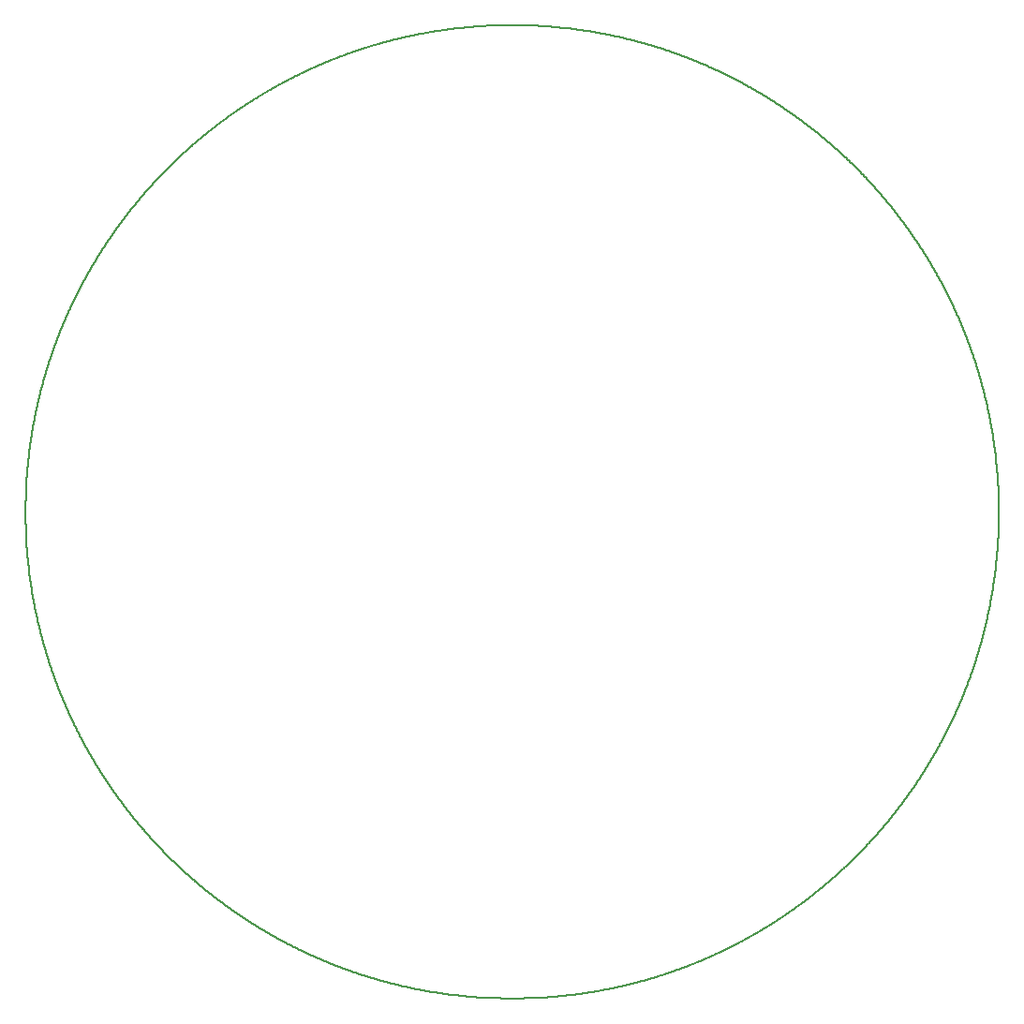
<source format=gm1>
G04 MADE WITH FRITZING*
G04 WWW.FRITZING.ORG*
G04 DOUBLE SIDED*
G04 HOLES PLATED*
G04 CONTOUR ON CENTER OF CONTOUR VECTOR*
%FSLAX26Y26*%
%MOIN*%
%ADD10C,0.005000*%
%ADD10C,0.008*%
G04 CONTOUR*
%FSLAX26Y26*%
%MOIN*%
D10*
D10*
X1690000Y3464570D02*
X1691000Y3464570D01*
X1692000Y3464570D01*
X1693000Y3464570D01*
X1694000Y3464570D01*
X1695000Y3464570D01*
X1696000Y3464570D01*
X1697000Y3464570D01*
X1698000Y3464570D01*
X1699000Y3464570D01*
X1700000Y3464570D01*
X1701000Y3464570D01*
X1702000Y3464570D01*
X1703000Y3464570D01*
X1704000Y3464570D01*
X1705000Y3464570D01*
X1706000Y3464570D01*
X1707000Y3464570D01*
X1708000Y3464570D01*
X1709000Y3464570D01*
X1710000Y3464570D01*
X1711000Y3464570D01*
X1712000Y3464570D01*
X1713000Y3464570D01*
X1714000Y3464570D01*
X1715000Y3464570D01*
X1716000Y3464570D01*
X1717000Y3464570D01*
X1718000Y3464570D01*
X1719000Y3464570D01*
X1720000Y3464570D01*
X1721000Y3464570D01*
X1722000Y3464570D01*
X1723000Y3464570D01*
X1724000Y3464570D01*
X1725000Y3464570D01*
X1726000Y3464570D01*
X1727000Y3464570D01*
X1728000Y3464570D01*
X1729000Y3464570D01*
X1730000Y3464570D01*
X1731000Y3464570D01*
X1732000Y3464570D01*
X1733000Y3464570D01*
X1734000Y3464570D01*
X1735000Y3464570D01*
X1736000Y3464570D01*
X1737000Y3464570D01*
X1738000Y3464570D01*
X1739000Y3464570D01*
X1740000Y3464570D01*
X1741000Y3464570D01*
X1742000Y3464570D01*
X1743000Y3464570D01*
X1744000Y3464570D01*
X1745000Y3464570D01*
X1746000Y3464570D01*
X1747000Y3464570D01*
X1748000Y3464570D01*
X1749000Y3464570D01*
X1750000Y3464570D01*
X1751000Y3464570D01*
X1752000Y3464570D01*
X1753000Y3464570D01*
X1754000Y3464570D01*
X1755000Y3464570D01*
X1756000Y3464570D01*
X1757000Y3464570D01*
X1758000Y3464570D01*
X1759000Y3464570D01*
X1760000Y3464570D01*
X1761000Y3464570D01*
X1762000Y3464570D01*
X1763000Y3464570D01*
X1764000Y3464570D01*
X1765000Y3464570D01*
X1766000Y3464570D01*
X1767000Y3464570D01*
X1768000Y3464570D01*
X1769000Y3464570D01*
X1770000Y3464570D01*
X1771000Y3464570D01*
X1772000Y3464570D01*
X1773000Y3464570D01*
X1774000Y3463570D01*
X1775000Y3463570D01*
X1776000Y3463570D01*
X1777000Y3463570D01*
X1778000Y3463570D01*
X1779000Y3463570D01*
X1780000Y3463570D01*
X1781000Y3463570D01*
X1782000Y3463570D01*
X1783000Y3463570D01*
X1784000Y3463570D01*
X1785000Y3463570D01*
X1786000Y3463570D01*
X1787000Y3463570D01*
X1788000Y3463570D01*
X1789000Y3463570D01*
X1790000Y3463570D01*
X1791000Y3463570D01*
X1792000Y3463570D01*
X1793000Y3463570D01*
X1794000Y3463570D01*
X1795000Y3463570D01*
X1796000Y3463570D01*
X1797000Y3463570D01*
X1798000Y3463570D01*
X1799000Y3463570D01*
X1800000Y3463570D01*
X1801000Y3463570D01*
X1802000Y3463570D01*
X1803000Y3463570D01*
X1804000Y3462570D01*
X1805000Y3462570D01*
X1806000Y3462570D01*
X1807000Y3462570D01*
X1808000Y3462570D01*
X1809000Y3462570D01*
X1810000Y3462570D01*
X1811000Y3462570D01*
X1812000Y3462570D01*
X1813000Y3462570D01*
X1814000Y3462570D01*
X1815000Y3462570D01*
X1816000Y3462570D01*
X1817000Y3462570D01*
X1818000Y3462570D01*
X1819000Y3462570D01*
X1820000Y3462570D01*
X1821000Y3462570D01*
X1822000Y3462570D01*
X1823000Y3462570D01*
X1824000Y3462570D01*
X1825000Y3462570D01*
X1826000Y3461570D01*
X1827000Y3461570D01*
X1828000Y3461570D01*
X1829000Y3461570D01*
X1830000Y3461570D01*
X1831000Y3461570D01*
X1832000Y3461570D01*
X1833000Y3461570D01*
X1834000Y3461570D01*
X1835000Y3461570D01*
X1836000Y3461570D01*
X1837000Y3461570D01*
X1838000Y3461570D01*
X1839000Y3461570D01*
X1840000Y3461570D01*
X1841000Y3461570D01*
X1842000Y3461570D01*
X1843000Y3460570D01*
X1844000Y3460570D01*
X1845000Y3460570D01*
X1846000Y3460570D01*
X1847000Y3460570D01*
X1848000Y3460570D01*
X1849000Y3460570D01*
X1850000Y3460570D01*
X1851000Y3460570D01*
X1852000Y3460570D01*
X1853000Y3460570D01*
X1854000Y3460570D01*
X1855000Y3460570D01*
X1856000Y3460570D01*
X1857000Y3459570D01*
X1858000Y3459570D01*
X1859000Y3459570D01*
X1860000Y3459570D01*
X1861000Y3459570D01*
X1862000Y3459570D01*
X1863000Y3459570D01*
X1864000Y3459570D01*
X1865000Y3459570D01*
X1866000Y3459570D01*
X1867000Y3459570D01*
X1868000Y3459570D01*
X1869000Y3459570D01*
X1870000Y3459570D01*
X1871000Y3458570D01*
X1872000Y3458570D01*
X1873000Y3458570D01*
X1874000Y3458570D01*
X1875000Y3458570D01*
X1876000Y3458570D01*
X1877000Y3458570D01*
X1878000Y3458570D01*
X1879000Y3458570D01*
X1880000Y3458570D01*
X1881000Y3458570D01*
X1882000Y3458570D01*
X1883000Y3457570D01*
X1884000Y3457570D01*
X1885000Y3457570D01*
X1886000Y3457570D01*
X1887000Y3457570D01*
X1888000Y3457570D01*
X1889000Y3457570D01*
X1890000Y3457570D01*
X1891000Y3457570D01*
X1892000Y3457570D01*
X1893000Y3457570D01*
X1894000Y3456570D01*
X1895000Y3456570D01*
X1896000Y3456570D01*
X1897000Y3456570D01*
X1898000Y3456570D01*
X1899000Y3456570D01*
X1900000Y3456570D01*
X1901000Y3456570D01*
X1902000Y3456570D01*
X1903000Y3456570D01*
X1904000Y3455570D01*
X1905000Y3455570D01*
X1906000Y3455570D01*
X1907000Y3455570D01*
X1908000Y3455570D01*
X1909000Y3455570D01*
X1910000Y3455570D01*
X1911000Y3455570D01*
X1912000Y3455570D01*
X1913000Y3455570D01*
X1914000Y3454570D01*
X1915000Y3454570D01*
X1916000Y3454570D01*
X1917000Y3454570D01*
X1918000Y3454570D01*
X1919000Y3454570D01*
X1920000Y3454570D01*
X1921000Y3454570D01*
X1922000Y3454570D01*
X1923000Y3453570D01*
X1924000Y3453570D01*
X1925000Y3453570D01*
X1926000Y3453570D01*
X1927000Y3453570D01*
X1928000Y3453570D01*
X1929000Y3453570D01*
X1930000Y3453570D01*
X1931000Y3453570D01*
X1932000Y3452570D01*
X1933000Y3452570D01*
X1934000Y3452570D01*
X1935000Y3452570D01*
X1936000Y3452570D01*
X1937000Y3452570D01*
X1938000Y3452570D01*
X1939000Y3452570D01*
X1940000Y3452570D01*
X1941000Y3451570D01*
X1942000Y3451570D01*
X1943000Y3451570D01*
X1944000Y3451570D01*
X1945000Y3451570D01*
X1946000Y3451570D01*
X1947000Y3451570D01*
X1948000Y3451570D01*
X1949000Y3450570D01*
X1950000Y3450570D01*
X1951000Y3450570D01*
X1952000Y3450570D01*
X1953000Y3450570D01*
X1954000Y3450570D01*
X1955000Y3450570D01*
X1956000Y3450570D01*
X1957000Y3449570D01*
X1958000Y3449570D01*
X1959000Y3449570D01*
X1960000Y3449570D01*
X1961000Y3449570D01*
X1962000Y3449570D01*
X1963000Y3449570D01*
X1964000Y3448570D01*
X1965000Y3448570D01*
X1966000Y3448570D01*
X1967000Y3448570D01*
X1968000Y3448570D01*
X1969000Y3448570D01*
X1970000Y3448570D01*
X1971000Y3448570D01*
X1972000Y3447570D01*
X1973000Y3447570D01*
X1974000Y3447570D01*
X1975000Y3447570D01*
X1976000Y3447570D01*
X1977000Y3447570D01*
X1978000Y3447570D01*
X1979000Y3446570D01*
X1980000Y3446570D01*
X1981000Y3446570D01*
X1982000Y3446570D01*
X1983000Y3446570D01*
X1984000Y3446570D01*
X1985000Y3446570D01*
X1986000Y3445570D01*
X1987000Y3445570D01*
X1988000Y3445570D01*
X1989000Y3445570D01*
X1990000Y3445570D01*
X1991000Y3445570D01*
X1992000Y3445570D01*
X1993000Y3444570D01*
X1994000Y3444570D01*
X1995000Y3444570D01*
X1996000Y3444570D01*
X1997000Y3444570D01*
X1998000Y3444570D01*
X1999000Y3443570D01*
X2000000Y3443570D01*
X2001000Y3443570D01*
X2002000Y3443570D01*
X2003000Y3443570D01*
X2004000Y3443570D01*
X2005000Y3442570D01*
X2006000Y3442570D01*
X2007000Y3442570D01*
X2008000Y3442570D01*
X2009000Y3442570D01*
X2010000Y3442570D01*
X2011000Y3442570D01*
X2012000Y3441570D01*
X2013000Y3441570D01*
X2014000Y3441570D01*
X2015000Y3441570D01*
X2016000Y3441570D01*
X2017000Y3441570D01*
X2018000Y3440570D01*
X2019000Y3440570D01*
X2020000Y3440570D01*
X2021000Y3440570D01*
X2022000Y3440570D01*
X2023000Y3440570D01*
X2024000Y3439570D01*
X2025000Y3439570D01*
X2026000Y3439570D01*
X2027000Y3439570D01*
X2028000Y3439570D01*
X2029000Y3438570D01*
X2030000Y3438570D01*
X2031000Y3438570D01*
X2032000Y3438570D01*
X2033000Y3438570D01*
X2034000Y3438570D01*
X2035000Y3437570D01*
X2036000Y3437570D01*
X2037000Y3437570D01*
X2038000Y3437570D01*
X2039000Y3437570D01*
X2040000Y3437570D01*
X2041000Y3436570D01*
X2042000Y3436570D01*
X2043000Y3436570D01*
X2044000Y3436570D01*
X2045000Y3436570D01*
X2046000Y3435570D01*
X2047000Y3435570D01*
X2048000Y3435570D01*
X2049000Y3435570D01*
X2050000Y3435570D01*
X2051000Y3435570D01*
X2052000Y3434570D01*
X2053000Y3434570D01*
X2054000Y3434570D01*
X2055000Y3434570D01*
X2056000Y3434570D01*
X2057000Y3433570D01*
X2058000Y3433570D01*
X2059000Y3433570D01*
X2060000Y3433570D01*
X2061000Y3433570D01*
X2062000Y3432570D01*
X2063000Y3432570D01*
X2064000Y3432570D01*
X2065000Y3432570D01*
X2066000Y3432570D01*
X2067000Y3431570D01*
X2068000Y3431570D01*
X2069000Y3431570D01*
X2070000Y3431570D01*
X2071000Y3431570D01*
X2072000Y3430570D01*
X2073000Y3430570D01*
X2074000Y3430570D01*
X2075000Y3430570D01*
X2076000Y3430570D01*
X2077000Y3429570D01*
X2078000Y3429570D01*
X2079000Y3429570D01*
X2080000Y3429570D01*
X2081000Y3429570D01*
X2082000Y3428570D01*
X2083000Y3428570D01*
X2084000Y3428570D01*
X2085000Y3428570D01*
X2086000Y3428570D01*
X2087000Y3427570D01*
X2088000Y3427570D01*
X2089000Y3427570D01*
X2090000Y3427570D01*
X2091000Y3427570D01*
X2092000Y3426570D01*
X2093000Y3426570D01*
X2094000Y3426570D01*
X2095000Y3426570D01*
X2096000Y3426570D01*
X2097000Y3425570D01*
X2098000Y3425570D01*
X2099000Y3425570D01*
X2100000Y3425570D01*
X2101000Y3424570D01*
X2102000Y3424570D01*
X2103000Y3424570D01*
X2104000Y3424570D01*
X2105000Y3424570D01*
X2106000Y3423570D01*
X2107000Y3423570D01*
X2108000Y3423570D01*
X2109000Y3423570D01*
X2110000Y3422570D01*
X2111000Y3422570D01*
X2112000Y3422570D01*
X2113000Y3422570D01*
X2114000Y3422570D01*
X2115000Y3421570D01*
X2116000Y3421570D01*
X2117000Y3421570D01*
X2118000Y3421570D01*
X2119000Y3420570D01*
X2120000Y3420570D01*
X2121000Y3420570D01*
X2122000Y3420570D01*
X2123000Y3420570D01*
X2124000Y3419570D01*
X2125000Y3419570D01*
X2126000Y3419570D01*
X2127000Y3419570D01*
X2128000Y3418570D01*
X2129000Y3418570D01*
X2130000Y3418570D01*
X2131000Y3418570D01*
X2132000Y3417570D01*
X2133000Y3417570D01*
X2134000Y3417570D01*
X2135000Y3417570D01*
X2136000Y3416570D01*
X2137000Y3416570D01*
X2138000Y3416570D01*
X2139000Y3416570D01*
X2140000Y3415570D01*
X2141000Y3415570D01*
X2142000Y3415570D01*
X2143000Y3415570D01*
X2144000Y3415570D01*
X2145000Y3414570D01*
X2146000Y3414570D01*
X2147000Y3414570D01*
X2148000Y3414570D01*
X2149000Y3413570D01*
X2150000Y3413570D01*
X2151000Y3413570D01*
X2152000Y3413570D01*
X2153000Y3412570D01*
X2154000Y3412570D01*
X2155000Y3412570D01*
X2156000Y3412570D01*
X2157000Y3411570D01*
X2158000Y3411570D01*
X2159000Y3411570D01*
X2160000Y3411570D01*
X2161000Y3410570D01*
X2162000Y3410570D01*
X2163000Y3410570D01*
X2164000Y3410570D01*
X2165000Y3409570D01*
X2166000Y3409570D01*
X2167000Y3409570D01*
X2168000Y3408570D01*
X2169000Y3408570D01*
X2170000Y3408570D01*
X2171000Y3408570D01*
X2172000Y3407570D01*
X2173000Y3407570D01*
X2174000Y3407570D01*
X2175000Y3407570D01*
X2176000Y3406570D01*
X2177000Y3406570D01*
X2178000Y3406570D01*
X2179000Y3406570D01*
X2180000Y3405570D01*
X2181000Y3405570D01*
X2182000Y3405570D01*
X2183000Y3404570D01*
X2184000Y3404570D01*
X2185000Y3404570D01*
X2186000Y3404570D01*
X2187000Y3403570D01*
X2188000Y3403570D01*
X2189000Y3403570D01*
X2190000Y3403570D01*
X2191000Y3402570D01*
X2192000Y3402570D01*
X2193000Y3402570D01*
X2194000Y3401570D01*
X2195000Y3401570D01*
X2196000Y3401570D01*
X2197000Y3401570D01*
X2198000Y3400570D01*
X2199000Y3400570D01*
X2200000Y3400570D01*
X2201000Y3400570D01*
X2202000Y3399570D01*
X2203000Y3399570D01*
X2204000Y3399570D01*
X2205000Y3398570D01*
X2206000Y3398570D01*
X2207000Y3398570D01*
X2208000Y3398570D01*
X2209000Y3397570D01*
X2210000Y3397570D01*
X2211000Y3397570D01*
X2212000Y3396570D01*
X2213000Y3396570D01*
X2214000Y3396570D01*
X2215000Y3396570D01*
X2216000Y3395570D01*
X2217000Y3395570D01*
X2218000Y3395570D01*
X2219000Y3394570D01*
X2220000Y3394570D01*
X2221000Y3394570D01*
X2222000Y3393570D01*
X2223000Y3393570D01*
X2224000Y3393570D01*
X2225000Y3393570D01*
X2226000Y3392570D01*
X2227000Y3392570D01*
X2228000Y3392570D01*
X2229000Y3391570D01*
X2230000Y3391570D01*
X2231000Y3391570D01*
X2232000Y3390570D01*
X2233000Y3390570D01*
X2234000Y3390570D01*
X2235000Y3390570D01*
X2236000Y3389570D01*
X2237000Y3389570D01*
X2238000Y3389570D01*
X2239000Y3388570D01*
X2240000Y3388570D01*
X2241000Y3388570D01*
X2242000Y3387570D01*
X2243000Y3387570D01*
X2244000Y3387570D01*
X2245000Y3387570D01*
X2246000Y3386570D01*
X2247000Y3386570D01*
X2248000Y3386570D01*
X2249000Y3385570D01*
X2250000Y3385570D01*
X2251000Y3385570D01*
X2252000Y3384570D01*
X2253000Y3384570D01*
X2254000Y3384570D01*
X2255000Y3383570D01*
X2256000Y3383570D01*
X2257000Y3383570D01*
X2258000Y3382570D01*
X2259000Y3382570D01*
X2260000Y3382570D01*
X2261000Y3381570D01*
X2262000Y3381570D01*
X2263000Y3381570D01*
X2264000Y3381570D01*
X2265000Y3380570D01*
X2266000Y3380570D01*
X2267000Y3380570D01*
X2268000Y3379570D01*
X2269000Y3379570D01*
X2270000Y3379570D01*
X2271000Y3378570D01*
X2272000Y3378570D01*
X2273000Y3378570D01*
X2274000Y3377570D01*
X2275000Y3377570D01*
X2276000Y3377570D01*
X2277000Y3376570D01*
X2278000Y3376570D01*
X2279000Y3376570D01*
X2280000Y3375570D01*
X2281000Y3375570D01*
X2282000Y3375570D01*
X2283000Y3374570D01*
X2284000Y3374570D01*
X2285000Y3374570D01*
X2286000Y3373570D01*
X2287000Y3373570D01*
X2288000Y3373570D01*
X2289000Y3372570D01*
X2290000Y3372570D01*
X2291000Y3372570D01*
X2292000Y3371570D01*
X2293000Y3371570D01*
X2294000Y3371570D01*
X2295000Y3370570D01*
X2296000Y3370570D01*
X2297000Y3369570D01*
X2298000Y3369570D01*
X2299000Y3369570D01*
X2300000Y3368570D01*
X2301000Y3368570D01*
X2302000Y3368570D01*
X2303000Y3367570D01*
X2304000Y3367570D01*
X2305000Y3367570D01*
X2306000Y3366570D01*
X2307000Y3366570D01*
X2308000Y3366570D01*
X2309000Y3365570D01*
X2310000Y3365570D01*
X2311000Y3365570D01*
X2312000Y3364570D01*
X2313000Y3364570D01*
X2314000Y3363570D01*
X2315000Y3363570D01*
X2316000Y3363570D01*
X2317000Y3362570D01*
X2318000Y3362570D01*
X2319000Y3362570D01*
X2320000Y3361570D01*
X2321000Y3361570D01*
X2322000Y3361570D01*
X2323000Y3360570D01*
X2324000Y3360570D01*
X2325000Y3360570D01*
X2326000Y3359570D01*
X2327000Y3359570D01*
X2328000Y3358570D01*
X2329000Y3358570D01*
X2330000Y3358570D01*
X2331000Y3357570D01*
X2332000Y3357570D01*
X2333000Y3357570D01*
X2334000Y3356570D01*
X2335000Y3356570D01*
X2336000Y3355570D01*
X2337000Y3355570D01*
X2338000Y3355570D01*
X2339000Y3354570D01*
X2340000Y3354570D01*
X2341000Y3354570D01*
X2342000Y3353570D01*
X2343000Y3353570D01*
X2344000Y3352570D01*
X2345000Y3352570D01*
X2346000Y3352570D01*
X2347000Y3351570D01*
X2348000Y3351570D01*
X2349000Y3351570D01*
X2350000Y3350570D01*
X2351000Y3350570D01*
X2352000Y3349570D01*
X2353000Y3349570D01*
X2354000Y3349570D01*
X2355000Y3348570D01*
X2356000Y3348570D01*
X2357000Y3347570D01*
X2358000Y3347570D01*
X2359000Y3347570D01*
X2360000Y3346570D01*
X2361000Y3346570D01*
X2362000Y3346570D01*
X2363000Y3345570D01*
X2364000Y3345570D01*
X2365000Y3344570D01*
X2366000Y3344570D01*
X2367000Y3344570D01*
X2368000Y3343570D01*
X2369000Y3343570D01*
X2370000Y3342570D01*
X2371000Y3342570D01*
X2372000Y3342570D01*
X2373000Y3341570D01*
X2374000Y3341570D01*
X2375000Y3340570D01*
X2376000Y3340570D01*
X2377000Y3340570D01*
X2378000Y3339570D01*
X2379000Y3339570D01*
X2380000Y3338570D01*
X2381000Y3338570D01*
X2382000Y3338570D01*
X2383000Y3337570D01*
X2384000Y3337570D01*
X2385000Y3336570D01*
X2386000Y3336570D01*
X2387000Y3336570D01*
X2388000Y3335570D01*
X2389000Y3335570D01*
X2390000Y3334570D01*
X2391000Y3334570D01*
X2392000Y3333570D01*
X2393000Y3333570D01*
X2394000Y3333570D01*
X2395000Y3332570D01*
X2396000Y3332570D01*
X2397000Y3331570D01*
X2398000Y3331570D01*
X2399000Y3331570D01*
X2400000Y3330570D01*
X2401000Y3330570D01*
X2402000Y3329570D01*
X2403000Y3329570D01*
X2404000Y3328570D01*
X2405000Y3328570D01*
X2406000Y3328570D01*
X2407000Y3327570D01*
X2408000Y3327570D01*
X2409000Y3326570D01*
X2410000Y3326570D01*
X2411000Y3326570D01*
X2412000Y3325570D01*
X2413000Y3325570D01*
X2414000Y3324570D01*
X2415000Y3324570D01*
X2416000Y3323570D01*
X2417000Y3323570D01*
X2418000Y3323570D01*
X2419000Y3322570D01*
X2420000Y3322570D01*
X2421000Y3321570D01*
X2422000Y3321570D01*
X2423000Y3320570D01*
X2424000Y3320570D01*
X2425000Y3319570D01*
X2426000Y3319570D01*
X2427000Y3319570D01*
X2428000Y3318570D01*
X2429000Y3318570D01*
X2430000Y3317570D01*
X2431000Y3317570D01*
X2432000Y3316570D01*
X2433000Y3316570D01*
X2434000Y3315570D01*
X2435000Y3315570D01*
X2436000Y3315570D01*
X2437000Y3314570D01*
X2438000Y3314570D01*
X2439000Y3313570D01*
X2440000Y3313570D01*
X2441000Y3312570D01*
X2442000Y3312570D01*
X2443000Y3311570D01*
X2444000Y3311570D01*
X2445000Y3311570D01*
X2446000Y3310570D01*
X2447000Y3310570D01*
X2448000Y3309570D01*
X2449000Y3309570D01*
X2450000Y3308570D01*
X2451000Y3308570D01*
X2452000Y3307570D01*
X2453000Y3307570D01*
X2454000Y3306570D01*
X2455000Y3306570D01*
X2456000Y3306570D01*
X2457000Y3305570D01*
X2458000Y3305570D01*
X2459000Y3304570D01*
X2460000Y3304570D01*
X2461000Y3303570D01*
X2462000Y3303570D01*
X2463000Y3302570D01*
X2464000Y3302570D01*
X2465000Y3301570D01*
X2466000Y3301570D01*
X2467000Y3300570D01*
X2468000Y3300570D01*
X2469000Y3299570D01*
X2470000Y3299570D01*
X2471000Y3299570D01*
X2472000Y3298570D01*
X2473000Y3298570D01*
X2474000Y3297570D01*
X2475000Y3297570D01*
X2476000Y3296570D01*
X2477000Y3296570D01*
X2478000Y3295570D01*
X2479000Y3295570D01*
X2480000Y3294570D01*
X2481000Y3294570D01*
X2482000Y3293570D01*
X2483000Y3293570D01*
X2484000Y3292570D01*
X2485000Y3292570D01*
X2486000Y3291570D01*
X2487000Y3291570D01*
X2488000Y3290570D01*
X2489000Y3290570D01*
X2490000Y3289570D01*
X2491000Y3289570D01*
X2492000Y3288570D01*
X2493000Y3288570D01*
X2494000Y3287570D01*
X2495000Y3287570D01*
X2496000Y3286570D01*
X2497000Y3286570D01*
X2498000Y3285570D01*
X2499000Y3285570D01*
X2500000Y3285570D01*
X2501000Y3284570D01*
X2502000Y3284570D01*
X2503000Y3283570D01*
X2504000Y3283570D01*
X2505000Y3282570D01*
X2506000Y3282570D01*
X2507000Y3281570D01*
X2508000Y3280570D01*
X2509000Y3280570D01*
X2510000Y3279570D01*
X2511000Y3279570D01*
X2512000Y3278570D01*
X2513000Y3278570D01*
X2514000Y3277570D01*
X2515000Y3277570D01*
X2516000Y3276570D01*
X2517000Y3276570D01*
X2518000Y3275570D01*
X2519000Y3275570D01*
X2520000Y3274570D01*
X2521000Y3274570D01*
X2522000Y3273570D01*
X2523000Y3273570D01*
X2524000Y3272570D01*
X2525000Y3272570D01*
X2526000Y3271570D01*
X2527000Y3271570D01*
X2528000Y3270570D01*
X2529000Y3270570D01*
X2530000Y3269570D01*
X2531000Y3269570D01*
X2532000Y3268570D01*
X2533000Y3268570D01*
X2534000Y3267570D01*
X2535000Y3267570D01*
X2536000Y3266570D01*
X2537000Y3266570D01*
X2538000Y3265570D01*
X2539000Y3265570D01*
X2540000Y3264570D01*
X2541000Y3263570D01*
X2542000Y3263570D01*
X2543000Y3262570D01*
X2544000Y3262570D01*
X2545000Y3261570D01*
X2546000Y3261570D01*
X2547000Y3260570D01*
X2548000Y3260570D01*
X2549000Y3259570D01*
X2550000Y3259570D01*
X2551000Y3258570D01*
X2552000Y3258570D01*
X2553000Y3257570D01*
X2554000Y3257570D01*
X2555000Y3256570D01*
X2556000Y3255570D01*
X2557000Y3255570D01*
X2558000Y3254570D01*
X2559000Y3254570D01*
X2560000Y3253570D01*
X2561000Y3253570D01*
X2562000Y3252570D01*
X2563000Y3252570D01*
X2564000Y3251570D01*
X2565000Y3250570D01*
X2566000Y3250570D01*
X2567000Y3249570D01*
X2568000Y3249570D01*
X2569000Y3248570D01*
X2570000Y3248570D01*
X2571000Y3247570D01*
X2572000Y3247570D01*
X2573000Y3246570D01*
X2574000Y3245570D01*
X2575000Y3245570D01*
X2576000Y3244570D01*
X2577000Y3244570D01*
X2578000Y3243570D01*
X2579000Y3243570D01*
X2580000Y3242570D01*
X2581000Y3242570D01*
X2582000Y3241570D01*
X2583000Y3240570D01*
X2584000Y3240570D01*
X2585000Y3239570D01*
X2586000Y3239570D01*
X2587000Y3238570D01*
X2588000Y3238570D01*
X2589000Y3237570D01*
X2590000Y3236570D01*
X2591000Y3236570D01*
X2592000Y3235570D01*
X2593000Y3235570D01*
X2594000Y3234570D01*
X2595000Y3234570D01*
X2596000Y3233570D01*
X2597000Y3232570D01*
X2598000Y3232570D01*
X2599000Y3231570D01*
X2600000Y3231570D01*
X2601000Y3230570D01*
X2602000Y3229570D01*
X2603000Y3229570D01*
X2604000Y3228570D01*
X2605000Y3228570D01*
X2606000Y3227570D01*
X2607000Y3227570D01*
X2608000Y3226570D01*
X2609000Y3225570D01*
X2610000Y3225570D01*
X2611000Y3224570D01*
X2612000Y3224570D01*
X2613000Y3223570D01*
X2614000Y3222570D01*
X2615000Y3222570D01*
X2616000Y3221570D01*
X2617000Y3221570D01*
X2618000Y3220570D01*
X2619000Y3219570D01*
X2620000Y3219570D01*
X2621000Y3218570D01*
X2622000Y3218570D01*
X2623000Y3217570D01*
X2624000Y3216570D01*
X2625000Y3216570D01*
X2626000Y3215570D01*
X2627000Y3215570D01*
X2628000Y3214570D01*
X2629000Y3214570D01*
X2630000Y3213570D01*
X2631000Y3212570D01*
X2632000Y3212570D01*
X2633000Y3211570D01*
X2634000Y3210570D01*
X2635000Y3210570D01*
X2636000Y3209570D01*
X2637000Y3209570D01*
X2638000Y3208570D01*
X2639000Y3207570D01*
X2640000Y3207570D01*
X2641000Y3206570D01*
X2642000Y3205570D01*
X2643000Y3205570D01*
X2644000Y3204570D01*
X2645000Y3204570D01*
X2646000Y3203570D01*
X2647000Y3202570D01*
X2648000Y3202570D01*
X2649000Y3201570D01*
X2650000Y3200570D01*
X2651000Y3200570D01*
X2652000Y3199570D01*
X2653000Y3199570D01*
X2654000Y3198570D01*
X2655000Y3197570D01*
X2656000Y3197570D01*
X2657000Y3196570D01*
X2658000Y3195570D01*
X2659000Y3195570D01*
X2660000Y3194570D01*
X2661000Y3194570D01*
X2662000Y3193570D01*
X2663000Y3192570D01*
X2664000Y3192570D01*
X2665000Y3191570D01*
X2666000Y3190570D01*
X2667000Y3190570D01*
X2668000Y3189570D01*
X2669000Y3188570D01*
X2670000Y3188570D01*
X2671000Y3187570D01*
X2672000Y3186570D01*
X2673000Y3186570D01*
X2674000Y3185570D01*
X2675000Y3185570D01*
X2676000Y3184570D01*
X2677000Y3183570D01*
X2678000Y3183570D01*
X2679000Y3182570D01*
X2680000Y3181570D01*
X2681000Y3181570D01*
X2682000Y3180570D01*
X2683000Y3179570D01*
X2684000Y3179570D01*
X2685000Y3178570D01*
X2686000Y3177570D01*
X2687000Y3177570D01*
X2688000Y3176570D01*
X2689000Y3175570D01*
X2690000Y3175570D01*
X2691000Y3174570D01*
X2692000Y3173570D01*
X2693000Y3173570D01*
X2694000Y3172570D01*
X2695000Y3171570D01*
X2696000Y3171570D01*
X2697000Y3170570D01*
X2698000Y3169570D01*
X2699000Y3169570D01*
X2700000Y3168570D01*
X2701000Y3167570D01*
X2702000Y3167570D01*
X2703000Y3166570D01*
X2704000Y3165570D01*
X2705000Y3165570D01*
X2706000Y3164570D01*
X2707000Y3163570D01*
X2708000Y3163570D01*
X2709000Y3162570D01*
X2710000Y3161570D01*
X2711000Y3160570D01*
X2712000Y3160570D01*
X2713000Y3159570D01*
X2714000Y3158570D01*
X2715000Y3158570D01*
X2716000Y3157570D01*
X2717000Y3156570D01*
X2718000Y3156570D01*
X2719000Y3155570D01*
X2720000Y3154570D01*
X2721000Y3154570D01*
X2722000Y3153570D01*
X2723000Y3152570D01*
X2724000Y3151570D01*
X2725000Y3151570D01*
X2726000Y3150570D01*
X2727000Y3149570D01*
X2728000Y3149570D01*
X2729000Y3148570D01*
X2730000Y3147570D01*
X2731000Y3147570D01*
X2732000Y3146570D01*
X2733000Y3145570D01*
X2734000Y3144570D01*
X2735000Y3144570D01*
X2736000Y3143570D01*
X2737000Y3142570D01*
X2738000Y3142570D01*
X2739000Y3141570D01*
X2740000Y3140570D01*
X2741000Y3139570D01*
X2742000Y3139570D01*
X2743000Y3138570D01*
X2744000Y3137570D01*
X2745000Y3136570D01*
X2746000Y3136570D01*
X2747000Y3135570D01*
X2748000Y3134570D01*
X2749000Y3134570D01*
X2750000Y3133570D01*
X2751000Y3132570D01*
X2752000Y3131570D01*
X2753000Y3131570D01*
X2754000Y3130570D01*
X2755000Y3129570D01*
X2756000Y3128570D01*
X2757000Y3128570D01*
X2758000Y3127570D01*
X2759000Y3126570D01*
X2760000Y3126570D01*
X2761000Y3125570D01*
X2762000Y3124570D01*
X2763000Y3123570D01*
X2764000Y3123570D01*
X2765000Y3122570D01*
X2766000Y3121570D01*
X2767000Y3120570D01*
X2768000Y3120570D01*
X2769000Y3119570D01*
X2770000Y3118570D01*
X2771000Y3117570D01*
X2772000Y3117570D01*
X2773000Y3116570D01*
X2774000Y3115570D01*
X2775000Y3114570D01*
X2776000Y3114570D01*
X2777000Y3113570D01*
X2778000Y3112570D01*
X2779000Y3111570D01*
X2780000Y3111570D01*
X2781000Y3110570D01*
X2782000Y3109570D01*
X2783000Y3108570D01*
X2784000Y3107570D01*
X2785000Y3107570D01*
X2786000Y3106570D01*
X2787000Y3105570D01*
X2788000Y3104570D01*
X2789000Y3104570D01*
X2790000Y3103570D01*
X2791000Y3102570D01*
X2792000Y3101570D01*
X2793000Y3101570D01*
X2794000Y3100570D01*
X2795000Y3099570D01*
X2796000Y3098570D01*
X2797000Y3097570D01*
X2798000Y3097570D01*
X2799000Y3096570D01*
X2800000Y3095570D01*
X2801000Y3094570D01*
X2802000Y3094570D01*
X2803000Y3093570D01*
X2804000Y3092570D01*
X2805000Y3091570D01*
X2806000Y3090570D01*
X2807000Y3090570D01*
X2808000Y3089570D01*
X2809000Y3088570D01*
X2810000Y3087570D01*
X2811000Y3086570D01*
X2812000Y3086570D01*
X2813000Y3085570D01*
X2814000Y3084570D01*
X2815000Y3083570D01*
X2816000Y3082570D01*
X2817000Y3082570D01*
X2818000Y3081570D01*
X2819000Y3080570D01*
X2820000Y3079570D01*
X2821000Y3078570D01*
X2822000Y3077570D01*
X2823000Y3077570D01*
X2824000Y3076570D01*
X2825000Y3075570D01*
X2826000Y3074570D01*
X2827000Y3073570D01*
X2828000Y3073570D01*
X2829000Y3072570D01*
X2830000Y3071570D01*
X2831000Y3070570D01*
X2832000Y3069570D01*
X2833000Y3069570D01*
X2834000Y3068570D01*
X2835000Y3067570D01*
X2836000Y3066570D01*
X2837000Y3065570D01*
X2838000Y3064570D01*
X2839000Y3064570D01*
X2840000Y3063570D01*
X2841000Y3062570D01*
X2842000Y3061570D01*
X2843000Y3060570D01*
X2844000Y3059570D01*
X2845000Y3059570D01*
X2846000Y3058570D01*
X2847000Y3057570D01*
X2848000Y3056570D01*
X2849000Y3055570D01*
X2850000Y3054570D01*
X2851000Y3053570D01*
X2852000Y3053570D01*
X2853000Y3052570D01*
X2854000Y3051570D01*
X2855000Y3050570D01*
X2856000Y3049570D01*
X2857000Y3048570D01*
X2858000Y3048570D01*
X2859000Y3047570D01*
X2860000Y3046570D01*
X2861000Y3045570D01*
X2862000Y3044570D01*
X2863000Y3043570D01*
X2864000Y3042570D01*
X2865000Y3042570D01*
X2866000Y3041570D01*
X2867000Y3040570D01*
X2868000Y3039570D01*
X2869000Y3038570D01*
X2870000Y3037570D01*
X2871000Y3036570D01*
X2872000Y3035570D01*
X2873000Y3035570D01*
X2874000Y3034570D01*
X2875000Y3033570D01*
X2876000Y3032570D01*
X2877000Y3031570D01*
X2878000Y3030570D01*
X2879000Y3029570D01*
X2880000Y3028570D01*
X2881000Y3027570D01*
X2882000Y3027570D01*
X2883000Y3026570D01*
X2884000Y3025570D01*
X2885000Y3024570D01*
X2886000Y3023570D01*
X2887000Y3022570D01*
X2888000Y3021570D01*
X2889000Y3020570D01*
X2890000Y3019570D01*
X2891000Y3019570D01*
X2892000Y3018570D01*
X2893000Y3017570D01*
X2894000Y3016570D01*
X2895000Y3015570D01*
X2896000Y3014570D01*
X2897000Y3013570D01*
X2898000Y3012570D01*
X2899000Y3011570D01*
X2900000Y3010570D01*
X2901000Y3009570D01*
X2902000Y3009570D01*
X2903000Y3008570D01*
X2904000Y3007570D01*
X2905000Y3006570D01*
X2906000Y3005570D01*
X2907000Y3004570D01*
X2908000Y3003570D01*
X2909000Y3002570D01*
X2910000Y3001570D01*
X2911000Y3000570D01*
X2912000Y2999570D01*
X2913000Y2998570D01*
X2914000Y2997570D01*
X2915000Y2996570D01*
X2916000Y2995570D01*
X2917000Y2995570D01*
X2918000Y2994570D01*
X2919000Y2993570D01*
X2920000Y2992570D01*
X2921000Y2991570D01*
X2922000Y2990570D01*
X2923000Y2989570D01*
X2924000Y2988570D01*
X2925000Y2987570D01*
X2926000Y2986570D01*
X2927000Y2985570D01*
X2928000Y2984570D01*
X2929000Y2983570D01*
X2930000Y2982570D01*
X2931000Y2981570D01*
X2932000Y2980570D01*
X2933000Y2979570D01*
X2934000Y2978570D01*
X2935000Y2977570D01*
X2936000Y2976570D01*
X2937000Y2975570D01*
X2938000Y2974570D01*
X2939000Y2974570D01*
X2940000Y2973570D01*
X2941000Y2972570D01*
X2942000Y2971570D01*
X2943000Y2970570D01*
X2944000Y2969570D01*
X2945000Y2968570D01*
X2946000Y2967570D01*
X2947000Y2966570D01*
X2948000Y2965570D01*
X2949000Y2964570D01*
X2950000Y2963570D01*
X2951000Y2962570D01*
X2952000Y2961570D01*
X2953000Y2960570D01*
X2954000Y2959570D01*
X2955000Y2958570D01*
X2956000Y2957570D01*
X2957000Y2956570D01*
X2958000Y2955570D01*
X2959000Y2954570D01*
X2960000Y2953570D01*
X2961000Y2952570D01*
X2962000Y2951570D01*
X2963000Y2950570D01*
X2964000Y2949570D01*
X2965000Y2948570D01*
X2966000Y2947570D01*
X2967000Y2946570D01*
X2968000Y2945570D01*
X2969000Y2944570D01*
X2970000Y2943570D01*
X2971000Y2942570D01*
X2972000Y2941570D01*
X2973000Y2940570D01*
X2973000Y2939570D01*
X2974000Y2938570D01*
X2975000Y2937570D01*
X2976000Y2936570D01*
X2977000Y2935570D01*
X2978000Y2934570D01*
X2979000Y2933570D01*
X2980000Y2932570D01*
X2981000Y2931570D01*
X2982000Y2930570D01*
X2983000Y2929570D01*
X2984000Y2928570D01*
X2985000Y2927570D01*
X2986000Y2926570D01*
X2987000Y2925570D01*
X2988000Y2924570D01*
X2989000Y2923570D01*
X2990000Y2922570D01*
X2991000Y2921570D01*
X2992000Y2920570D01*
X2993000Y2919570D01*
X2994000Y2918570D01*
X2994000Y2917570D01*
X2995000Y2916570D01*
X2996000Y2915570D01*
X2997000Y2914570D01*
X2998000Y2913570D01*
X2999000Y2912570D01*
X3000000Y2911570D01*
X3001000Y2910570D01*
X3002000Y2909570D01*
X3003000Y2908570D01*
X3004000Y2907570D01*
X3005000Y2906570D01*
X3006000Y2905570D01*
X3007000Y2904570D01*
X3008000Y2903570D01*
X3008000Y2902570D01*
X3009000Y2901570D01*
X3010000Y2900570D01*
X3011000Y2899570D01*
X3012000Y2898570D01*
X3013000Y2897570D01*
X3014000Y2896570D01*
X3015000Y2895570D01*
X3016000Y2894570D01*
X3017000Y2893570D01*
X3018000Y2892570D01*
X3018000Y2891570D01*
X3019000Y2890570D01*
X3020000Y2889570D01*
X3021000Y2888570D01*
X3022000Y2887570D01*
X3023000Y2886570D01*
X3024000Y2885570D01*
X3025000Y2884570D01*
X3026000Y2883570D01*
X3026000Y2882570D01*
X3027000Y2881570D01*
X3028000Y2880570D01*
X3029000Y2879570D01*
X3030000Y2878570D01*
X3031000Y2877570D01*
X3032000Y2876570D01*
X3033000Y2875570D01*
X3034000Y2874570D01*
X3034000Y2873570D01*
X3035000Y2872570D01*
X3036000Y2871570D01*
X3037000Y2870570D01*
X3038000Y2869570D01*
X3039000Y2868570D01*
X3040000Y2867570D01*
X3041000Y2866570D01*
X3041000Y2865570D01*
X3042000Y2864570D01*
X3043000Y2863570D01*
X3044000Y2862570D01*
X3045000Y2861570D01*
X3046000Y2860570D01*
X3047000Y2859570D01*
X3047000Y2858570D01*
X3048000Y2857570D01*
X3049000Y2856570D01*
X3050000Y2855570D01*
X3051000Y2854570D01*
X3052000Y2853570D01*
X3052000Y2852570D01*
X3053000Y2851570D01*
X3054000Y2850570D01*
X3055000Y2849570D01*
X3056000Y2848570D01*
X3057000Y2847570D01*
X3058000Y2846570D01*
X3058000Y2845570D01*
X3059000Y2844570D01*
X3060000Y2843570D01*
X3061000Y2842570D01*
X3062000Y2841570D01*
X3063000Y2840570D01*
X3063000Y2839570D01*
X3064000Y2838570D01*
X3065000Y2837570D01*
X3066000Y2836570D01*
X3067000Y2835570D01*
X3068000Y2834570D01*
X3068000Y2833570D01*
X3069000Y2832570D01*
X3070000Y2831570D01*
X3071000Y2830570D01*
X3072000Y2829570D01*
X3072000Y2828570D01*
X3073000Y2827570D01*
X3074000Y2826570D01*
X3075000Y2825570D01*
X3076000Y2824570D01*
X3076000Y2823570D01*
X3077000Y2822570D01*
X3078000Y2821570D01*
X3079000Y2820570D01*
X3080000Y2819570D01*
X3081000Y2818570D01*
X3081000Y2817570D01*
X3082000Y2816570D01*
X3083000Y2815570D01*
X3084000Y2814570D01*
X3085000Y2813570D01*
X3085000Y2812570D01*
X3086000Y2811570D01*
X3087000Y2810570D01*
X3088000Y2809570D01*
X3089000Y2808570D01*
X3089000Y2807570D01*
X3090000Y2806570D01*
X3091000Y2805570D01*
X3092000Y2804570D01*
X3093000Y2803570D01*
X3093000Y2802570D01*
X3094000Y2801570D01*
X3095000Y2800570D01*
X3096000Y2799570D01*
X3096000Y2798570D01*
X3097000Y2797570D01*
X3098000Y2796570D01*
X3099000Y2795570D01*
X3100000Y2794570D01*
X3100000Y2793570D01*
X3101000Y2792570D01*
X3102000Y2791570D01*
X3103000Y2790570D01*
X3103000Y2789570D01*
X3104000Y2788570D01*
X3105000Y2787570D01*
X3106000Y2786570D01*
X3106000Y2785570D01*
X3107000Y2784570D01*
X3108000Y2783570D01*
X3109000Y2782570D01*
X3110000Y2781570D01*
X3110000Y2780570D01*
X3111000Y2779570D01*
X3112000Y2778570D01*
X3113000Y2777570D01*
X3113000Y2776570D01*
X3114000Y2775570D01*
X3115000Y2774570D01*
X3116000Y2773570D01*
X3116000Y2772570D01*
X3117000Y2771570D01*
X3118000Y2770570D01*
X3119000Y2769570D01*
X3119000Y2768570D01*
X3120000Y2767570D01*
X3121000Y2766570D01*
X3122000Y2765570D01*
X3122000Y2764570D01*
X3123000Y2763570D01*
X3124000Y2762570D01*
X3125000Y2761570D01*
X3125000Y2760570D01*
X3126000Y2759570D01*
X3127000Y2758570D01*
X3127000Y2757570D01*
X3128000Y2756570D01*
X3129000Y2755570D01*
X3130000Y2754570D01*
X3130000Y2753570D01*
X3131000Y2752570D01*
X3132000Y2751570D01*
X3133000Y2750570D01*
X3133000Y2749570D01*
X3134000Y2748570D01*
X3135000Y2747570D01*
X3135000Y2746570D01*
X3136000Y2745570D01*
X3137000Y2744570D01*
X3138000Y2743570D01*
X3138000Y2742570D01*
X3139000Y2741570D01*
X3140000Y2740570D01*
X3141000Y2739570D01*
X3141000Y2738570D01*
X3142000Y2737570D01*
X3143000Y2736570D01*
X3143000Y2735570D01*
X3144000Y2734570D01*
X3145000Y2733570D01*
X3146000Y2732570D01*
X3146000Y2731570D01*
X3147000Y2730570D01*
X3148000Y2729570D01*
X3148000Y2728570D01*
X3149000Y2727570D01*
X3150000Y2726570D01*
X3150000Y2725570D01*
X3151000Y2724570D01*
X3152000Y2723570D01*
X3153000Y2722570D01*
X3153000Y2721570D01*
X3154000Y2720570D01*
X3155000Y2719570D01*
X3155000Y2718570D01*
X3156000Y2717570D01*
X3157000Y2716570D01*
X3157000Y2715570D01*
X3158000Y2714570D01*
X3159000Y2713570D01*
X3159000Y2712570D01*
X3160000Y2711570D01*
X3161000Y2710570D01*
X3162000Y2709570D01*
X3162000Y2708570D01*
X3163000Y2707570D01*
X3164000Y2706570D01*
X3164000Y2705570D01*
X3165000Y2704570D01*
X3166000Y2703570D01*
X3166000Y2702570D01*
X3167000Y2701570D01*
X3168000Y2700570D01*
X3168000Y2699570D01*
X3169000Y2698570D01*
X3170000Y2697570D01*
X3170000Y2696570D01*
X3171000Y2695570D01*
X3172000Y2694570D01*
X3172000Y2693570D01*
X3173000Y2692570D01*
X3174000Y2691570D01*
X3174000Y2690570D01*
X3175000Y2689570D01*
X3176000Y2688570D01*
X3176000Y2687570D01*
X3177000Y2686570D01*
X3178000Y2685570D01*
X3178000Y2684570D01*
X3179000Y2683570D01*
X3180000Y2682570D01*
X3180000Y2681570D01*
X3181000Y2680570D01*
X3182000Y2679570D01*
X3182000Y2678570D01*
X3183000Y2677570D01*
X3184000Y2676570D01*
X3184000Y2675570D01*
X3185000Y2674570D01*
X3185000Y2673570D01*
X3186000Y2672570D01*
X3187000Y2671570D01*
X3187000Y2670570D01*
X3188000Y2669570D01*
X3189000Y2668570D01*
X3189000Y2667570D01*
X3190000Y2666570D01*
X3191000Y2665570D01*
X3191000Y2664570D01*
X3192000Y2663570D01*
X3193000Y2662570D01*
X3193000Y2661570D01*
X3194000Y2660570D01*
X3194000Y2659570D01*
X3195000Y2658570D01*
X3196000Y2657570D01*
X3196000Y2656570D01*
X3197000Y2655570D01*
X3198000Y2654570D01*
X3198000Y2653570D01*
X3199000Y2652570D01*
X3199000Y2651570D01*
X3200000Y2650570D01*
X3201000Y2649570D01*
X3201000Y2648570D01*
X3202000Y2647570D01*
X3203000Y2646570D01*
X3203000Y2645570D01*
X3204000Y2644570D01*
X3204000Y2643570D01*
X3205000Y2642570D01*
X3206000Y2641570D01*
X3206000Y2640570D01*
X3207000Y2639570D01*
X3208000Y2638570D01*
X3208000Y2637570D01*
X3209000Y2636570D01*
X3209000Y2635570D01*
X3210000Y2634570D01*
X3211000Y2633570D01*
X3211000Y2632570D01*
X3212000Y2631570D01*
X3213000Y2630570D01*
X3213000Y2629570D01*
X3214000Y2628570D01*
X3214000Y2627570D01*
X3215000Y2626570D01*
X3215000Y2625570D01*
X3216000Y2624570D01*
X3217000Y2623570D01*
X3217000Y2622570D01*
X3218000Y2621570D01*
X3218000Y2620570D01*
X3219000Y2619570D01*
X3220000Y2618570D01*
X3220000Y2617570D01*
X3221000Y2616570D01*
X3221000Y2615570D01*
X3222000Y2614570D01*
X3223000Y2613570D01*
X3223000Y2612570D01*
X3224000Y2611570D01*
X3224000Y2610570D01*
X3225000Y2609570D01*
X3226000Y2608570D01*
X3226000Y2607570D01*
X3227000Y2606570D01*
X3227000Y2605570D01*
X3228000Y2604570D01*
X3229000Y2603570D01*
X3229000Y2602570D01*
X3230000Y2601570D01*
X3230000Y2600570D01*
X3231000Y2599570D01*
X3231000Y2598570D01*
X3232000Y2597570D01*
X3233000Y2596570D01*
X3233000Y2595570D01*
X3234000Y2594570D01*
X3234000Y2593570D01*
X3235000Y2592570D01*
X3235000Y2591570D01*
X3236000Y2590570D01*
X3237000Y2589570D01*
X3237000Y2588570D01*
X3238000Y2587570D01*
X3238000Y2586570D01*
X3239000Y2585570D01*
X3239000Y2584570D01*
X3240000Y2583570D01*
X3241000Y2582570D01*
X3241000Y2581570D01*
X3242000Y2580570D01*
X3242000Y2579570D01*
X3243000Y2578570D01*
X3243000Y2577570D01*
X3244000Y2576570D01*
X3244000Y2575570D01*
X3245000Y2574570D01*
X3246000Y2573570D01*
X3246000Y2572570D01*
X3247000Y2571570D01*
X3247000Y2570570D01*
X3248000Y2569570D01*
X3248000Y2568570D01*
X3249000Y2567570D01*
X3249000Y2566570D01*
X3250000Y2565570D01*
X3251000Y2564570D01*
X3251000Y2563570D01*
X3252000Y2562570D01*
X3252000Y2561570D01*
X3253000Y2560570D01*
X3253000Y2559570D01*
X3254000Y2558570D01*
X3254000Y2557570D01*
X3255000Y2556570D01*
X3256000Y2555570D01*
X3256000Y2554570D01*
X3257000Y2553570D01*
X3257000Y2552570D01*
X3258000Y2551570D01*
X3258000Y2550570D01*
X3259000Y2549570D01*
X3259000Y2548570D01*
X3260000Y2547570D01*
X3260000Y2546570D01*
X3261000Y2545570D01*
X3261000Y2544570D01*
X3262000Y2543570D01*
X3262000Y2542570D01*
X3263000Y2541570D01*
X3264000Y2540570D01*
X3264000Y2539570D01*
X3265000Y2538570D01*
X3265000Y2537570D01*
X3266000Y2536570D01*
X3266000Y2535570D01*
X3267000Y2534570D01*
X3267000Y2533570D01*
X3268000Y2532570D01*
X3268000Y2531570D01*
X3269000Y2530570D01*
X3269000Y2529570D01*
X3270000Y2528570D01*
X3270000Y2527570D01*
X3271000Y2526570D01*
X3271000Y2525570D01*
X3272000Y2524570D01*
X3272000Y2523570D01*
X3273000Y2522570D01*
X3273000Y2521570D01*
X3274000Y2520570D01*
X3274000Y2519570D01*
X3275000Y2518570D01*
X3275000Y2517570D01*
X3276000Y2516570D01*
X3276000Y2515570D01*
X3277000Y2514570D01*
X3277000Y2513570D01*
X3278000Y2512570D01*
X3278000Y2511570D01*
X3279000Y2510570D01*
X3279000Y2509570D01*
X3280000Y2508570D01*
X3280000Y2507570D01*
X3281000Y2506570D01*
X3281000Y2505570D01*
X3282000Y2504570D01*
X3283000Y2503570D01*
X3283000Y2501570D01*
X3284000Y2500570D01*
X3284000Y2499570D01*
X3285000Y2498570D01*
X3285000Y2497570D01*
X3286000Y2496570D01*
X3286000Y2495570D01*
X3287000Y2494570D01*
X3287000Y2493570D01*
X3288000Y2492570D01*
X3288000Y2491570D01*
X3289000Y2490570D01*
X3289000Y2489570D01*
X3290000Y2488570D01*
X3290000Y2487570D01*
X3291000Y2486570D01*
X3291000Y2485570D01*
X3292000Y2484570D01*
X3292000Y2483570D01*
X3293000Y2482570D01*
X3293000Y2481570D01*
X3294000Y2480570D01*
X3294000Y2479570D01*
X3295000Y2478570D01*
X3295000Y2477570D01*
X3296000Y2476570D01*
X3296000Y2475570D01*
X3297000Y2474570D01*
X3297000Y2473570D01*
X3298000Y2472570D01*
X3298000Y2470570D01*
X3299000Y2469570D01*
X3299000Y2468570D01*
X3300000Y2467570D01*
X3300000Y2466570D01*
X3301000Y2465570D01*
X3301000Y2464570D01*
X3302000Y2463570D01*
X3302000Y2462570D01*
X3303000Y2461570D01*
X3303000Y2460570D01*
X3304000Y2459570D01*
X3304000Y2458570D01*
X3305000Y2457570D01*
X3305000Y2455570D01*
X3306000Y2454570D01*
X3306000Y2453570D01*
X3307000Y2452570D01*
X3307000Y2451570D01*
X3308000Y2450570D01*
X3308000Y2449570D01*
X3309000Y2448570D01*
X3309000Y2447570D01*
X3310000Y2446570D01*
X3310000Y2444570D01*
X3311000Y2443570D01*
X3311000Y2442570D01*
X3312000Y2441570D01*
X3312000Y2440570D01*
X3313000Y2439570D01*
X3313000Y2438570D01*
X3314000Y2437570D01*
X3314000Y2435570D01*
X3315000Y2434570D01*
X3315000Y2433570D01*
X3316000Y2432570D01*
X3316000Y2431570D01*
X3317000Y2430570D01*
X3317000Y2429570D01*
X3318000Y2428570D01*
X3318000Y2426570D01*
X3319000Y2425570D01*
X3319000Y2424570D01*
X3320000Y2423570D01*
X3320000Y2422570D01*
X3321000Y2421570D01*
X3321000Y2419570D01*
X3322000Y2418570D01*
X3322000Y2417570D01*
X3323000Y2416570D01*
X3323000Y2415570D01*
X3324000Y2414570D01*
X3324000Y2413570D01*
X3325000Y2412570D01*
X3325000Y2410570D01*
X3326000Y2409570D01*
X3326000Y2408570D01*
X3327000Y2407570D01*
X3327000Y2406570D01*
X3328000Y2405570D01*
X3328000Y2403570D01*
X3329000Y2402570D01*
X3329000Y2401570D01*
X3330000Y2400570D01*
X3330000Y2398570D01*
X3331000Y2397570D01*
X3331000Y2396570D01*
X3332000Y2395570D01*
X3332000Y2393570D01*
X3333000Y2392570D01*
X3333000Y2391570D01*
X3334000Y2390570D01*
X3334000Y2389570D01*
X3335000Y2388570D01*
X3335000Y2386570D01*
X3336000Y2385570D01*
X3336000Y2384570D01*
X3337000Y2383570D01*
X3337000Y2381570D01*
X3338000Y2380570D01*
X3338000Y2379570D01*
X3339000Y2378570D01*
X3339000Y2376570D01*
X3340000Y2375570D01*
X3340000Y2374570D01*
X3341000Y2373570D01*
X3341000Y2371570D01*
X3342000Y2370570D01*
X3342000Y2369570D01*
X3343000Y2368570D01*
X3343000Y2366570D01*
X3344000Y2365570D01*
X3344000Y2364570D01*
X3345000Y2363570D01*
X3345000Y2361570D01*
X3346000Y2360570D01*
X3346000Y2358570D01*
X3347000Y2357570D01*
X3347000Y2356570D01*
X3348000Y2355570D01*
X3348000Y2353570D01*
X3349000Y2352570D01*
X3349000Y2351570D01*
X3350000Y2350570D01*
X3350000Y2348570D01*
X3351000Y2347570D01*
X3351000Y2345570D01*
X3352000Y2344570D01*
X3352000Y2343570D01*
X3353000Y2342570D01*
X3353000Y2340570D01*
X3354000Y2339570D01*
X3354000Y2337570D01*
X3355000Y2336570D01*
X3355000Y2335570D01*
X3356000Y2334570D01*
X3356000Y2332570D01*
X3357000Y2331570D01*
X3357000Y2329570D01*
X3358000Y2328570D01*
X3358000Y2327570D01*
X3359000Y2326570D01*
X3359000Y2324570D01*
X3360000Y2323570D01*
X3360000Y2321570D01*
X3361000Y2320570D01*
X3361000Y2318570D01*
X3362000Y2317570D01*
X3362000Y2315570D01*
X3363000Y2314570D01*
X3363000Y2313570D01*
X3364000Y2312570D01*
X3364000Y2310570D01*
X3365000Y2309570D01*
X3365000Y2307570D01*
X3366000Y2306570D01*
X3366000Y2304570D01*
X3367000Y2303570D01*
X3367000Y2301570D01*
X3368000Y2300570D01*
X3368000Y2298570D01*
X3369000Y2297570D01*
X3369000Y2295570D01*
X3370000Y2294570D01*
X3370000Y2293570D01*
X3371000Y2292570D01*
X3371000Y2290570D01*
X3372000Y2289570D01*
X3372000Y2287570D01*
X3373000Y2286570D01*
X3373000Y2284570D01*
X3374000Y2283570D01*
X3374000Y2281570D01*
X3375000Y2280570D01*
X3375000Y2278570D01*
X3376000Y2277570D01*
X3376000Y2275570D01*
X3377000Y2274570D01*
X3377000Y2272570D01*
X3378000Y2271570D01*
X3378000Y2269570D01*
X3379000Y2268570D01*
X3379000Y2266570D01*
X3380000Y2265570D01*
X3380000Y2262570D01*
X3381000Y2261570D01*
X3381000Y2259570D01*
X3382000Y2258570D01*
X3382000Y2256570D01*
X3383000Y2255570D01*
X3383000Y2253570D01*
X3384000Y2252570D01*
X3384000Y2250570D01*
X3385000Y2249570D01*
X3385000Y2247570D01*
X3386000Y2246570D01*
X3386000Y2243570D01*
X3387000Y2242570D01*
X3387000Y2240570D01*
X3388000Y2239570D01*
X3388000Y2237570D01*
X3389000Y2236570D01*
X3389000Y2233570D01*
X3390000Y2232570D01*
X3390000Y2230570D01*
X3391000Y2229570D01*
X3391000Y2227570D01*
X3392000Y2226570D01*
X3392000Y2223570D01*
X3393000Y2222570D01*
X3393000Y2220570D01*
X3394000Y2219570D01*
X3394000Y2217570D01*
X3395000Y2216570D01*
X3395000Y2213570D01*
X3396000Y2212570D01*
X3396000Y2210570D01*
X3397000Y2209570D01*
X3397000Y2206570D01*
X3398000Y2205570D01*
X3398000Y2203570D01*
X3399000Y2202570D01*
X3399000Y2199570D01*
X3400000Y2198570D01*
X3400000Y2195570D01*
X3401000Y2194570D01*
X3401000Y2192570D01*
X3402000Y2191570D01*
X3402000Y2188570D01*
X3403000Y2187570D01*
X3403000Y2184570D01*
X3404000Y2183570D01*
X3404000Y2181570D01*
X3405000Y2180570D01*
X3405000Y2177570D01*
X3406000Y2176570D01*
X3406000Y2173570D01*
X3407000Y2172570D01*
X3407000Y2169570D01*
X3408000Y2168570D01*
X3408000Y2165570D01*
X3409000Y2164570D01*
X3409000Y2161570D01*
X3410000Y2160570D01*
X3410000Y2158570D01*
X3411000Y2157570D01*
X3411000Y2154570D01*
X3412000Y2153570D01*
X3412000Y2150570D01*
X3413000Y2149570D01*
X3413000Y2146570D01*
X3414000Y2145570D01*
X3414000Y2141570D01*
X3415000Y2140570D01*
X3415000Y2137570D01*
X3416000Y2136570D01*
X3416000Y2133570D01*
X3417000Y2132570D01*
X3417000Y2129570D01*
X3418000Y2128570D01*
X3418000Y2125570D01*
X3419000Y2124570D01*
X3419000Y2120570D01*
X3420000Y2119570D01*
X3420000Y2116570D01*
X3421000Y2115570D01*
X3421000Y2111570D01*
X3422000Y2110570D01*
X3422000Y2107570D01*
X3423000Y2106570D01*
X3423000Y2102570D01*
X3424000Y2101570D01*
X3424000Y2097570D01*
X3425000Y2096570D01*
X3425000Y2093570D01*
X3426000Y2092570D01*
X3426000Y2088570D01*
X3427000Y2087570D01*
X3427000Y2083570D01*
X3428000Y2082570D01*
X3428000Y2078570D01*
X3429000Y2077570D01*
X3429000Y2073570D01*
X3430000Y2072570D01*
X3430000Y2068570D01*
X3431000Y2067570D01*
X3431000Y2063570D01*
X3432000Y2062570D01*
X3432000Y2058570D01*
X3433000Y2057570D01*
X3433000Y2053570D01*
X3434000Y2052570D01*
X3434000Y2047570D01*
X3435000Y2046570D01*
X3435000Y2042570D01*
X3436000Y2041570D01*
X3436000Y2036570D01*
X3437000Y2035570D01*
X3437000Y2030570D01*
X3438000Y2029570D01*
X3438000Y2025570D01*
X3439000Y2024570D01*
X3439000Y2019570D01*
X3440000Y2018570D01*
X3440000Y2012570D01*
X3441000Y2011570D01*
X3441000Y2006570D01*
X3442000Y2005570D01*
X3442000Y2000570D01*
X3443000Y1999570D01*
X3443000Y1993570D01*
X3444000Y1992570D01*
X3444000Y1987570D01*
X3445000Y1986570D01*
X3445000Y1980570D01*
X3446000Y1979570D01*
X3446000Y1973570D01*
X3447000Y1972570D01*
X3447000Y1965570D01*
X3448000Y1964570D01*
X3448000Y1958570D01*
X3449000Y1957570D01*
X3449000Y1950570D01*
X3450000Y1949570D01*
X3450000Y1942570D01*
X3451000Y1941570D01*
X3451000Y1933570D01*
X3452000Y1932570D01*
X3452000Y1924570D01*
X3453000Y1923570D01*
X3453000Y1915570D01*
X3454000Y1914570D01*
X3454000Y1905570D01*
X3455000Y1904570D01*
X3455000Y1895570D01*
X3456000Y1894570D01*
X3456000Y1884570D01*
X3457000Y1883570D01*
X3457000Y1872570D01*
X3458000Y1871570D01*
X3458000Y1858570D01*
X3459000Y1857570D01*
X3459000Y1844570D01*
X3460000Y1843570D01*
X3460000Y1826570D01*
X3461000Y1825570D01*
X3461000Y1805570D01*
X3462000Y1804570D01*
X3462000Y1774570D01*
X3463000Y1773570D01*
X3463000Y1692570D01*
X3462000Y1691570D01*
X3462000Y1661570D01*
X3461000Y1660570D01*
X3461000Y1640570D01*
X3460000Y1639570D01*
X3460000Y1622570D01*
X3459000Y1621570D01*
X3459000Y1608570D01*
X3458000Y1607570D01*
X3458000Y1594570D01*
X3457000Y1593570D01*
X3457000Y1582570D01*
X3456000Y1581570D01*
X3456000Y1571570D01*
X3455000Y1570570D01*
X3455000Y1561570D01*
X3454000Y1560570D01*
X3454000Y1551570D01*
X3453000Y1550570D01*
X3453000Y1542570D01*
X3452000Y1541570D01*
X3452000Y1533570D01*
X3451000Y1532570D01*
X3451000Y1524570D01*
X3450000Y1523570D01*
X3450000Y1516570D01*
X3449000Y1515570D01*
X3449000Y1508570D01*
X3448000Y1507570D01*
X3448000Y1501570D01*
X3447000Y1500570D01*
X3447000Y1493570D01*
X3446000Y1492570D01*
X3446000Y1486570D01*
X3445000Y1485570D01*
X3445000Y1479570D01*
X3444000Y1478570D01*
X3444000Y1473570D01*
X3443000Y1472570D01*
X3443000Y1466570D01*
X3442000Y1465570D01*
X3442000Y1460570D01*
X3441000Y1459570D01*
X3441000Y1454570D01*
X3440000Y1453570D01*
X3440000Y1447570D01*
X3439000Y1446570D01*
X3439000Y1441570D01*
X3438000Y1440570D01*
X3438000Y1436570D01*
X3437000Y1435570D01*
X3437000Y1430570D01*
X3436000Y1429570D01*
X3436000Y1424570D01*
X3435000Y1423570D01*
X3435000Y1419570D01*
X3434000Y1418570D01*
X3434000Y1413570D01*
X3433000Y1412570D01*
X3433000Y1408570D01*
X3432000Y1407570D01*
X3432000Y1403570D01*
X3431000Y1402570D01*
X3431000Y1398570D01*
X3430000Y1397570D01*
X3430000Y1393570D01*
X3429000Y1392570D01*
X3429000Y1388570D01*
X3428000Y1387570D01*
X3428000Y1383570D01*
X3427000Y1382570D01*
X3427000Y1378570D01*
X3426000Y1377570D01*
X3426000Y1373570D01*
X3425000Y1372570D01*
X3425000Y1369570D01*
X3424000Y1368570D01*
X3424000Y1364570D01*
X3423000Y1363570D01*
X3423000Y1359570D01*
X3422000Y1358570D01*
X3422000Y1355570D01*
X3421000Y1354570D01*
X3421000Y1350570D01*
X3420000Y1349570D01*
X3420000Y1346570D01*
X3419000Y1345570D01*
X3419000Y1341570D01*
X3418000Y1340570D01*
X3418000Y1337570D01*
X3417000Y1336570D01*
X3417000Y1333570D01*
X3416000Y1332570D01*
X3416000Y1329570D01*
X3415000Y1328570D01*
X3415000Y1325570D01*
X3414000Y1324570D01*
X3414000Y1320570D01*
X3413000Y1319570D01*
X3413000Y1316570D01*
X3412000Y1315570D01*
X3412000Y1312570D01*
X3411000Y1311570D01*
X3411000Y1309570D01*
X3410000Y1308570D01*
X3410000Y1305570D01*
X3409000Y1304570D01*
X3409000Y1301570D01*
X3408000Y1300570D01*
X3408000Y1297570D01*
X3407000Y1296570D01*
X3407000Y1293570D01*
X3406000Y1292570D01*
X3406000Y1289570D01*
X3405000Y1288570D01*
X3405000Y1285570D01*
X3404000Y1284570D01*
X3404000Y1282570D01*
X3403000Y1281570D01*
X3403000Y1278570D01*
X3402000Y1277570D01*
X3402000Y1274570D01*
X3401000Y1273570D01*
X3401000Y1271570D01*
X3400000Y1270570D01*
X3400000Y1267570D01*
X3399000Y1266570D01*
X3399000Y1263570D01*
X3398000Y1262570D01*
X3398000Y1260570D01*
X3397000Y1259570D01*
X3397000Y1256570D01*
X3396000Y1255570D01*
X3396000Y1253570D01*
X3395000Y1252570D01*
X3395000Y1249570D01*
X3394000Y1248570D01*
X3394000Y1246570D01*
X3393000Y1245570D01*
X3393000Y1243570D01*
X3392000Y1242570D01*
X3392000Y1239570D01*
X3391000Y1238570D01*
X3391000Y1236570D01*
X3390000Y1235570D01*
X3390000Y1233570D01*
X3389000Y1232570D01*
X3389000Y1229570D01*
X3388000Y1228570D01*
X3388000Y1226570D01*
X3387000Y1225570D01*
X3387000Y1223570D01*
X3386000Y1222570D01*
X3386000Y1219570D01*
X3385000Y1218570D01*
X3385000Y1216570D01*
X3384000Y1215570D01*
X3384000Y1213570D01*
X3383000Y1212570D01*
X3383000Y1210570D01*
X3382000Y1209570D01*
X3382000Y1207570D01*
X3381000Y1206570D01*
X3381000Y1204570D01*
X3380000Y1203570D01*
X3380000Y1200570D01*
X3379000Y1199570D01*
X3379000Y1197570D01*
X3378000Y1196570D01*
X3378000Y1194570D01*
X3377000Y1193570D01*
X3377000Y1191570D01*
X3376000Y1190570D01*
X3376000Y1188570D01*
X3375000Y1187570D01*
X3375000Y1185570D01*
X3374000Y1184570D01*
X3374000Y1182570D01*
X3373000Y1181570D01*
X3373000Y1179570D01*
X3372000Y1178570D01*
X3372000Y1176570D01*
X3371000Y1175570D01*
X3371000Y1173570D01*
X3370000Y1172570D01*
X3370000Y1171570D01*
X3369000Y1170570D01*
X3369000Y1168570D01*
X3368000Y1167570D01*
X3368000Y1165570D01*
X3367000Y1164570D01*
X3367000Y1162570D01*
X3366000Y1161570D01*
X3366000Y1159570D01*
X3365000Y1158570D01*
X3365000Y1156570D01*
X3364000Y1155570D01*
X3364000Y1153570D01*
X3363000Y1152570D01*
X3363000Y1151570D01*
X3362000Y1150570D01*
X3362000Y1148570D01*
X3361000Y1147570D01*
X3361000Y1145570D01*
X3360000Y1144570D01*
X3360000Y1142570D01*
X3359000Y1141570D01*
X3359000Y1139570D01*
X3358000Y1138570D01*
X3358000Y1137570D01*
X3357000Y1136570D01*
X3357000Y1134570D01*
X3356000Y1133570D01*
X3356000Y1131570D01*
X3355000Y1130570D01*
X3355000Y1129570D01*
X3354000Y1128570D01*
X3354000Y1126570D01*
X3353000Y1125570D01*
X3353000Y1123570D01*
X3352000Y1122570D01*
X3352000Y1121570D01*
X3351000Y1120570D01*
X3351000Y1118570D01*
X3350000Y1117570D01*
X3350000Y1115570D01*
X3349000Y1114570D01*
X3349000Y1113570D01*
X3348000Y1112570D01*
X3348000Y1110570D01*
X3347000Y1109570D01*
X3347000Y1108570D01*
X3346000Y1107570D01*
X3346000Y1105570D01*
X3345000Y1104570D01*
X3345000Y1102570D01*
X3344000Y1101570D01*
X3344000Y1100570D01*
X3343000Y1099570D01*
X3343000Y1097570D01*
X3342000Y1096570D01*
X3342000Y1095570D01*
X3341000Y1094570D01*
X3341000Y1092570D01*
X3340000Y1091570D01*
X3340000Y1090570D01*
X3339000Y1089570D01*
X3339000Y1087570D01*
X3338000Y1086570D01*
X3338000Y1085570D01*
X3337000Y1084570D01*
X3337000Y1082570D01*
X3336000Y1081570D01*
X3336000Y1080570D01*
X3335000Y1079570D01*
X3335000Y1077570D01*
X3334000Y1076570D01*
X3334000Y1075570D01*
X3333000Y1074570D01*
X3333000Y1073570D01*
X3332000Y1072570D01*
X3332000Y1070570D01*
X3331000Y1069570D01*
X3331000Y1068570D01*
X3330000Y1067570D01*
X3330000Y1065570D01*
X3329000Y1064570D01*
X3329000Y1063570D01*
X3328000Y1062570D01*
X3328000Y1061570D01*
X3327000Y1060570D01*
X3327000Y1058570D01*
X3326000Y1057570D01*
X3326000Y1056570D01*
X3325000Y1055570D01*
X3325000Y1053570D01*
X3324000Y1052570D01*
X3324000Y1051570D01*
X3323000Y1050570D01*
X3323000Y1049570D01*
X3322000Y1048570D01*
X3322000Y1047570D01*
X3321000Y1046570D01*
X3321000Y1044570D01*
X3320000Y1043570D01*
X3320000Y1042570D01*
X3319000Y1041570D01*
X3319000Y1040570D01*
X3318000Y1039570D01*
X3318000Y1037570D01*
X3317000Y1036570D01*
X3317000Y1035570D01*
X3316000Y1034570D01*
X3316000Y1033570D01*
X3315000Y1032570D01*
X3315000Y1031570D01*
X3314000Y1030570D01*
X3314000Y1028570D01*
X3313000Y1027570D01*
X3313000Y1026570D01*
X3312000Y1025570D01*
X3312000Y1024570D01*
X3311000Y1023570D01*
X3311000Y1022570D01*
X3310000Y1021570D01*
X3310000Y1019570D01*
X3309000Y1018570D01*
X3309000Y1017570D01*
X3308000Y1016570D01*
X3308000Y1015570D01*
X3307000Y1014570D01*
X3307000Y1013570D01*
X3306000Y1012570D01*
X3306000Y1011570D01*
X3305000Y1010570D01*
X3305000Y1008570D01*
X3304000Y1007570D01*
X3304000Y1006570D01*
X3303000Y1005570D01*
X3303000Y1004570D01*
X3302000Y1003570D01*
X3302000Y1002570D01*
X3301000Y1001570D01*
X3301000Y1000570D01*
X3300000Y999570D01*
X3300000Y998570D01*
X3299000Y997570D01*
X3299000Y996570D01*
X3298000Y995570D01*
X3298000Y993570D01*
X3297000Y992570D01*
X3297000Y991570D01*
X3296000Y990570D01*
X3296000Y989570D01*
X3295000Y988570D01*
X3295000Y987570D01*
X3294000Y986570D01*
X3294000Y985570D01*
X3293000Y984570D01*
X3293000Y983570D01*
X3292000Y982570D01*
X3292000Y981570D01*
X3291000Y980570D01*
X3291000Y979570D01*
X3290000Y978570D01*
X3290000Y977570D01*
X3289000Y976570D01*
X3289000Y975570D01*
X3288000Y974570D01*
X3288000Y973570D01*
X3287000Y972570D01*
X3287000Y971570D01*
X3286000Y970570D01*
X3286000Y969570D01*
X3285000Y968570D01*
X3285000Y967570D01*
X3284000Y966570D01*
X3284000Y965570D01*
X3283000Y964570D01*
X3283000Y962570D01*
X3282000Y961570D01*
X3281000Y960570D01*
X3281000Y959570D01*
X3280000Y958570D01*
X3280000Y957570D01*
X3279000Y956570D01*
X3279000Y955570D01*
X3278000Y954570D01*
X3278000Y953570D01*
X3277000Y952570D01*
X3277000Y951570D01*
X3276000Y950570D01*
X3276000Y949570D01*
X3275000Y948570D01*
X3275000Y947570D01*
X3274000Y946570D01*
X3274000Y945570D01*
X3273000Y944570D01*
X3273000Y943570D01*
X3272000Y942570D01*
X3272000Y941570D01*
X3271000Y940570D01*
X3271000Y939570D01*
X3270000Y938570D01*
X3270000Y937570D01*
X3269000Y936570D01*
X3269000Y935570D01*
X3268000Y934570D01*
X3268000Y933570D01*
X3267000Y932570D01*
X3267000Y931570D01*
X3266000Y930570D01*
X3266000Y929570D01*
X3265000Y928570D01*
X3265000Y927570D01*
X3264000Y926570D01*
X3264000Y925570D01*
X3263000Y924570D01*
X3262000Y923570D01*
X3262000Y922570D01*
X3261000Y921570D01*
X3261000Y920570D01*
X3260000Y919570D01*
X3260000Y918570D01*
X3259000Y917570D01*
X3259000Y916570D01*
X3258000Y915570D01*
X3258000Y914570D01*
X3257000Y913570D01*
X3257000Y912570D01*
X3256000Y911570D01*
X3256000Y910570D01*
X3255000Y909570D01*
X3254000Y908570D01*
X3254000Y907570D01*
X3253000Y906570D01*
X3253000Y905570D01*
X3252000Y904570D01*
X3252000Y903570D01*
X3251000Y902570D01*
X3251000Y901570D01*
X3250000Y900570D01*
X3249000Y899570D01*
X3249000Y898570D01*
X3248000Y897570D01*
X3248000Y896570D01*
X3247000Y895570D01*
X3247000Y894570D01*
X3246000Y893570D01*
X3246000Y892570D01*
X3245000Y891570D01*
X3244000Y890570D01*
X3244000Y889570D01*
X3243000Y888570D01*
X3243000Y887570D01*
X3242000Y886570D01*
X3242000Y885570D01*
X3241000Y884570D01*
X3241000Y883570D01*
X3240000Y882570D01*
X3239000Y881570D01*
X3239000Y880570D01*
X3238000Y879570D01*
X3238000Y878570D01*
X3237000Y877570D01*
X3237000Y876570D01*
X3236000Y875570D01*
X3235000Y874570D01*
X3235000Y873570D01*
X3234000Y872570D01*
X3234000Y871570D01*
X3233000Y870570D01*
X3233000Y869570D01*
X3232000Y868570D01*
X3231000Y867570D01*
X3231000Y866570D01*
X3230000Y865570D01*
X3230000Y864570D01*
X3229000Y863570D01*
X3228000Y862570D01*
X3228000Y861570D01*
X3227000Y860570D01*
X3227000Y859570D01*
X3226000Y858570D01*
X3226000Y857570D01*
X3225000Y856570D01*
X3224000Y855570D01*
X3224000Y854570D01*
X3223000Y853570D01*
X3223000Y852570D01*
X3222000Y851570D01*
X3221000Y850570D01*
X3221000Y849570D01*
X3220000Y848570D01*
X3220000Y847570D01*
X3219000Y846570D01*
X3218000Y845570D01*
X3218000Y844570D01*
X3217000Y843570D01*
X3217000Y842570D01*
X3216000Y841570D01*
X3215000Y840570D01*
X3215000Y839570D01*
X3214000Y838570D01*
X3214000Y837570D01*
X3213000Y836570D01*
X3213000Y835570D01*
X3212000Y834570D01*
X3211000Y833570D01*
X3211000Y832570D01*
X3210000Y831570D01*
X3209000Y830570D01*
X3209000Y829570D01*
X3208000Y828570D01*
X3208000Y827570D01*
X3207000Y826570D01*
X3206000Y825570D01*
X3206000Y824570D01*
X3205000Y823570D01*
X3204000Y822570D01*
X3204000Y821570D01*
X3203000Y820570D01*
X3203000Y819570D01*
X3202000Y818570D01*
X3201000Y817570D01*
X3201000Y816570D01*
X3200000Y815570D01*
X3199000Y814570D01*
X3199000Y813570D01*
X3198000Y812570D01*
X3198000Y811570D01*
X3197000Y810570D01*
X3196000Y809570D01*
X3196000Y808570D01*
X3195000Y807570D01*
X3194000Y806570D01*
X3194000Y805570D01*
X3193000Y804570D01*
X3193000Y803570D01*
X3192000Y802570D01*
X3191000Y801570D01*
X3191000Y800570D01*
X3190000Y799570D01*
X3189000Y798570D01*
X3189000Y797570D01*
X3188000Y796570D01*
X3187000Y795570D01*
X3187000Y794570D01*
X3186000Y793570D01*
X3185000Y792570D01*
X3185000Y791570D01*
X3184000Y790570D01*
X3184000Y789570D01*
X3183000Y788570D01*
X3182000Y787570D01*
X3182000Y786570D01*
X3181000Y785570D01*
X3180000Y784570D01*
X3180000Y783570D01*
X3179000Y782570D01*
X3178000Y781570D01*
X3178000Y780570D01*
X3177000Y779570D01*
X3176000Y778570D01*
X3176000Y777570D01*
X3175000Y776570D01*
X3174000Y775570D01*
X3174000Y774570D01*
X3173000Y773570D01*
X3172000Y772570D01*
X3172000Y771570D01*
X3171000Y770570D01*
X3170000Y769570D01*
X3170000Y768570D01*
X3169000Y767570D01*
X3168000Y766570D01*
X3168000Y765570D01*
X3167000Y764570D01*
X3166000Y763570D01*
X3166000Y762570D01*
X3165000Y761570D01*
X3164000Y760570D01*
X3164000Y759570D01*
X3163000Y758570D01*
X3162000Y757570D01*
X3162000Y756570D01*
X3161000Y755570D01*
X3160000Y754570D01*
X3159000Y753570D01*
X3159000Y752570D01*
X3158000Y751570D01*
X3157000Y750570D01*
X3157000Y749570D01*
X3156000Y748570D01*
X3155000Y747570D01*
X3155000Y746570D01*
X3154000Y745570D01*
X3153000Y744570D01*
X3152000Y743570D01*
X3152000Y742570D01*
X3151000Y741570D01*
X3150000Y740570D01*
X3150000Y739570D01*
X3149000Y738570D01*
X3148000Y737570D01*
X3148000Y736570D01*
X3147000Y735570D01*
X3146000Y734570D01*
X3146000Y733570D01*
X3145000Y732570D01*
X3144000Y731570D01*
X3143000Y730570D01*
X3143000Y729570D01*
X3142000Y728570D01*
X3141000Y727570D01*
X3141000Y726570D01*
X3140000Y725570D01*
X3139000Y724570D01*
X3138000Y723570D01*
X3138000Y722570D01*
X3137000Y721570D01*
X3136000Y720570D01*
X3135000Y719570D01*
X3135000Y718570D01*
X3134000Y717570D01*
X3133000Y716570D01*
X3133000Y715570D01*
X3132000Y714570D01*
X3131000Y713570D01*
X3130000Y712570D01*
X3130000Y711570D01*
X3129000Y710570D01*
X3128000Y709570D01*
X3127000Y708570D01*
X3127000Y707570D01*
X3126000Y706570D01*
X3125000Y705570D01*
X3125000Y704570D01*
X3124000Y703570D01*
X3123000Y702570D01*
X3122000Y701570D01*
X3122000Y700570D01*
X3121000Y699570D01*
X3120000Y698570D01*
X3119000Y697570D01*
X3119000Y696570D01*
X3118000Y695570D01*
X3117000Y694570D01*
X3116000Y693570D01*
X3116000Y692570D01*
X3115000Y691570D01*
X3114000Y690570D01*
X3113000Y689570D01*
X3113000Y688570D01*
X3112000Y687570D01*
X3111000Y686570D01*
X3110000Y685570D01*
X3110000Y684570D01*
X3109000Y683570D01*
X3108000Y682570D01*
X3107000Y681570D01*
X3106000Y680570D01*
X3106000Y679570D01*
X3105000Y678570D01*
X3104000Y677570D01*
X3103000Y676570D01*
X3103000Y675570D01*
X3102000Y674570D01*
X3101000Y673570D01*
X3100000Y672570D01*
X3100000Y671570D01*
X3099000Y670570D01*
X3098000Y669570D01*
X3097000Y668570D01*
X3096000Y667570D01*
X3096000Y666570D01*
X3095000Y665570D01*
X3094000Y664570D01*
X3093000Y663570D01*
X3093000Y662570D01*
X3092000Y661570D01*
X3091000Y660570D01*
X3090000Y659570D01*
X3089000Y658570D01*
X3089000Y657570D01*
X3088000Y656570D01*
X3087000Y655570D01*
X3086000Y654570D01*
X3085000Y653570D01*
X3085000Y652570D01*
X3084000Y651570D01*
X3083000Y650570D01*
X3082000Y649570D01*
X3081000Y648570D01*
X3081000Y647570D01*
X3080000Y646570D01*
X3079000Y645570D01*
X3078000Y644570D01*
X3077000Y643570D01*
X3076000Y642570D01*
X3076000Y641570D01*
X3075000Y640570D01*
X3074000Y639570D01*
X3073000Y638570D01*
X3072000Y637570D01*
X3072000Y636570D01*
X3071000Y635570D01*
X3070000Y634570D01*
X3069000Y633570D01*
X3068000Y632570D01*
X3068000Y631570D01*
X3067000Y630570D01*
X3066000Y629570D01*
X3065000Y628570D01*
X3064000Y627570D01*
X3063000Y626570D01*
X3063000Y625570D01*
X3062000Y624570D01*
X3061000Y623570D01*
X3060000Y622570D01*
X3059000Y621570D01*
X3058000Y620570D01*
X3057000Y619570D01*
X3057000Y618570D01*
X3056000Y617570D01*
X3055000Y616570D01*
X3054000Y615570D01*
X3053000Y614570D01*
X3052000Y613570D01*
X3052000Y612570D01*
X3051000Y611570D01*
X3050000Y610570D01*
X3049000Y609570D01*
X3048000Y608570D01*
X3047000Y607570D01*
X3047000Y606570D01*
X3046000Y605570D01*
X3045000Y604570D01*
X3044000Y603570D01*
X3043000Y602570D01*
X3042000Y601570D01*
X3041000Y600570D01*
X3041000Y599570D01*
X3040000Y598570D01*
X3039000Y597570D01*
X3038000Y596570D01*
X3037000Y595570D01*
X3036000Y594570D01*
X3035000Y593570D01*
X3034000Y592570D01*
X3033000Y591570D01*
X3033000Y590570D01*
X3032000Y589570D01*
X3031000Y588570D01*
X3030000Y587570D01*
X3029000Y586570D01*
X3028000Y585570D01*
X3027000Y584570D01*
X3026000Y583570D01*
X3026000Y582570D01*
X3025000Y581570D01*
X3024000Y580570D01*
X3023000Y579570D01*
X3022000Y578570D01*
X3021000Y577570D01*
X3020000Y576570D01*
X3019000Y575570D01*
X3018000Y574570D01*
X3018000Y573570D01*
X3017000Y572570D01*
X3016000Y571570D01*
X3015000Y570570D01*
X3014000Y569570D01*
X3013000Y568570D01*
X3012000Y567570D01*
X3011000Y566570D01*
X3010000Y565570D01*
X3009000Y564570D01*
X3008000Y563570D01*
X3008000Y562570D01*
X3007000Y561570D01*
X3006000Y560570D01*
X3005000Y559570D01*
X3004000Y558570D01*
X3003000Y557570D01*
X3002000Y556570D01*
X3001000Y555570D01*
X3000000Y554570D01*
X2999000Y553570D01*
X2998000Y552570D01*
X2997000Y551570D01*
X2996000Y550570D01*
X2995000Y549570D01*
X2994000Y548570D01*
X2994000Y547570D01*
X2993000Y546570D01*
X2992000Y545570D01*
X2991000Y544570D01*
X2990000Y543570D01*
X2989000Y542570D01*
X2988000Y541570D01*
X2987000Y540570D01*
X2986000Y539570D01*
X2985000Y538570D01*
X2984000Y537570D01*
X2983000Y536570D01*
X2982000Y535570D01*
X2981000Y534570D01*
X2980000Y533570D01*
X2979000Y532570D01*
X2978000Y531570D01*
X2977000Y530570D01*
X2976000Y529570D01*
X2975000Y528570D01*
X2974000Y527570D01*
X2973000Y526570D01*
X2972000Y525570D01*
X2972000Y524570D01*
X2971000Y523570D01*
X2970000Y522570D01*
X2969000Y521570D01*
X2968000Y520570D01*
X2967000Y519570D01*
X2966000Y518570D01*
X2965000Y517570D01*
X2964000Y516570D01*
X2963000Y515570D01*
X2962000Y514570D01*
X2961000Y513570D01*
X2960000Y512570D01*
X2959000Y511570D01*
X2958000Y510570D01*
X2957000Y509570D01*
X2956000Y508570D01*
X2955000Y507570D01*
X2954000Y506570D01*
X2953000Y505570D01*
X2952000Y504570D01*
X2951000Y503570D01*
X2950000Y502570D01*
X2949000Y501570D01*
X2948000Y500570D01*
X2947000Y499570D01*
X2946000Y498570D01*
X2945000Y497570D01*
X2944000Y496570D01*
X2943000Y495570D01*
X2942000Y494570D01*
X2941000Y493570D01*
X2940000Y492570D01*
X2939000Y492570D01*
X2938000Y491570D01*
X2937000Y490570D01*
X2936000Y489570D01*
X2935000Y488570D01*
X2934000Y487570D01*
X2933000Y486570D01*
X2932000Y485570D01*
X2931000Y484570D01*
X2930000Y483570D01*
X2929000Y482570D01*
X2928000Y481570D01*
X2927000Y480570D01*
X2926000Y479570D01*
X2925000Y478570D01*
X2924000Y477570D01*
X2923000Y476570D01*
X2922000Y475570D01*
X2921000Y474570D01*
X2920000Y473570D01*
X2919000Y472570D01*
X2918000Y471570D01*
X2917000Y470570D01*
X2916000Y470570D01*
X2915000Y469570D01*
X2914000Y468570D01*
X2913000Y467570D01*
X2912000Y466570D01*
X2911000Y465570D01*
X2910000Y464570D01*
X2909000Y463570D01*
X2908000Y462570D01*
X2907000Y461570D01*
X2906000Y460570D01*
X2905000Y459570D01*
X2904000Y458570D01*
X2903000Y457570D01*
X2902000Y456570D01*
X2901000Y456570D01*
X2900000Y455570D01*
X2899000Y454570D01*
X2898000Y453570D01*
X2897000Y452570D01*
X2896000Y451570D01*
X2895000Y450570D01*
X2894000Y449570D01*
X2893000Y448570D01*
X2892000Y447570D01*
X2891000Y446570D01*
X2890000Y446570D01*
X2889000Y445570D01*
X2888000Y444570D01*
X2887000Y443570D01*
X2886000Y442570D01*
X2885000Y441570D01*
X2884000Y440570D01*
X2883000Y439570D01*
X2882000Y438570D01*
X2881000Y438570D01*
X2880000Y437570D01*
X2879000Y436570D01*
X2878000Y435570D01*
X2877000Y434570D01*
X2876000Y433570D01*
X2875000Y432570D01*
X2874000Y431570D01*
X2873000Y431570D01*
X2872000Y430570D01*
X2871000Y429570D01*
X2870000Y428570D01*
X2869000Y427570D01*
X2868000Y426570D01*
X2867000Y425570D01*
X2866000Y424570D01*
X2865000Y423570D01*
X2864000Y423570D01*
X2863000Y422570D01*
X2862000Y421570D01*
X2861000Y420570D01*
X2860000Y419570D01*
X2859000Y418570D01*
X2858000Y417570D01*
X2857000Y417570D01*
X2856000Y416570D01*
X2855000Y415570D01*
X2854000Y414570D01*
X2853000Y413570D01*
X2852000Y412570D01*
X2851000Y412570D01*
X2850000Y411570D01*
X2849000Y410570D01*
X2848000Y409570D01*
X2847000Y408570D01*
X2846000Y407570D01*
X2845000Y407570D01*
X2844000Y406570D01*
X2843000Y405570D01*
X2842000Y404570D01*
X2841000Y403570D01*
X2840000Y402570D01*
X2839000Y401570D01*
X2838000Y401570D01*
X2837000Y400570D01*
X2836000Y399570D01*
X2835000Y398570D01*
X2834000Y397570D01*
X2833000Y396570D01*
X2832000Y396570D01*
X2831000Y395570D01*
X2830000Y394570D01*
X2829000Y393570D01*
X2828000Y392570D01*
X2827000Y392570D01*
X2826000Y391570D01*
X2825000Y390570D01*
X2824000Y389570D01*
X2823000Y388570D01*
X2822000Y388570D01*
X2821000Y387570D01*
X2820000Y386570D01*
X2819000Y385570D01*
X2818000Y384570D01*
X2817000Y383570D01*
X2816000Y383570D01*
X2815000Y382570D01*
X2814000Y381570D01*
X2813000Y380570D01*
X2812000Y379570D01*
X2811000Y379570D01*
X2810000Y378570D01*
X2809000Y377570D01*
X2808000Y376570D01*
X2807000Y375570D01*
X2806000Y375570D01*
X2805000Y374570D01*
X2804000Y373570D01*
X2803000Y372570D01*
X2802000Y371570D01*
X2801000Y371570D01*
X2800000Y370570D01*
X2799000Y369570D01*
X2798000Y368570D01*
X2797000Y368570D01*
X2796000Y367570D01*
X2795000Y366570D01*
X2794000Y365570D01*
X2793000Y364570D01*
X2792000Y364570D01*
X2791000Y363570D01*
X2790000Y362570D01*
X2789000Y361570D01*
X2788000Y361570D01*
X2787000Y360570D01*
X2786000Y359570D01*
X2785000Y358570D01*
X2784000Y358570D01*
X2783000Y357570D01*
X2782000Y356570D01*
X2781000Y355570D01*
X2780000Y354570D01*
X2779000Y354570D01*
X2778000Y353570D01*
X2777000Y352570D01*
X2776000Y351570D01*
X2775000Y351570D01*
X2774000Y350570D01*
X2773000Y349570D01*
X2772000Y348570D01*
X2771000Y348570D01*
X2770000Y347570D01*
X2769000Y346570D01*
X2768000Y345570D01*
X2767000Y345570D01*
X2766000Y344570D01*
X2765000Y343570D01*
X2764000Y342570D01*
X2763000Y342570D01*
X2762000Y341570D01*
X2761000Y340570D01*
X2760000Y339570D01*
X2759000Y339570D01*
X2758000Y338570D01*
X2757000Y337570D01*
X2756000Y337570D01*
X2755000Y336570D01*
X2754000Y335570D01*
X2753000Y334570D01*
X2752000Y334570D01*
X2751000Y333570D01*
X2750000Y332570D01*
X2749000Y331570D01*
X2748000Y331570D01*
X2747000Y330570D01*
X2746000Y329570D01*
X2745000Y329570D01*
X2744000Y328570D01*
X2743000Y327570D01*
X2742000Y326570D01*
X2741000Y326570D01*
X2740000Y325570D01*
X2739000Y324570D01*
X2738000Y323570D01*
X2737000Y323570D01*
X2736000Y322570D01*
X2735000Y321570D01*
X2734000Y321570D01*
X2733000Y320570D01*
X2732000Y319570D01*
X2731000Y318570D01*
X2730000Y318570D01*
X2729000Y317570D01*
X2728000Y316570D01*
X2727000Y316570D01*
X2726000Y315570D01*
X2725000Y314570D01*
X2724000Y314570D01*
X2723000Y313570D01*
X2722000Y312570D01*
X2721000Y312570D01*
X2720000Y311570D01*
X2719000Y310570D01*
X2718000Y309570D01*
X2717000Y309570D01*
X2716000Y308570D01*
X2715000Y307570D01*
X2714000Y307570D01*
X2713000Y306570D01*
X2712000Y305570D01*
X2711000Y305570D01*
X2710000Y304570D01*
X2709000Y303570D01*
X2708000Y302570D01*
X2707000Y302570D01*
X2706000Y301570D01*
X2705000Y300570D01*
X2704000Y300570D01*
X2703000Y299570D01*
X2702000Y298570D01*
X2701000Y298570D01*
X2700000Y297570D01*
X2699000Y296570D01*
X2698000Y296570D01*
X2697000Y295570D01*
X2696000Y294570D01*
X2695000Y294570D01*
X2694000Y293570D01*
X2693000Y292570D01*
X2692000Y292570D01*
X2691000Y291570D01*
X2690000Y290570D01*
X2689000Y290570D01*
X2688000Y289570D01*
X2687000Y288570D01*
X2686000Y288570D01*
X2685000Y287570D01*
X2684000Y286570D01*
X2683000Y286570D01*
X2682000Y285570D01*
X2681000Y284570D01*
X2680000Y284570D01*
X2679000Y283570D01*
X2678000Y282570D01*
X2677000Y282570D01*
X2676000Y281570D01*
X2675000Y280570D01*
X2674000Y280570D01*
X2673000Y279570D01*
X2672000Y279570D01*
X2671000Y278570D01*
X2670000Y277570D01*
X2669000Y277570D01*
X2668000Y276570D01*
X2667000Y275570D01*
X2666000Y275570D01*
X2665000Y274570D01*
X2664000Y273570D01*
X2663000Y273570D01*
X2662000Y272570D01*
X2661000Y271570D01*
X2660000Y271570D01*
X2659000Y270570D01*
X2658000Y270570D01*
X2657000Y269570D01*
X2656000Y268570D01*
X2655000Y268570D01*
X2654000Y267570D01*
X2653000Y266570D01*
X2652000Y266570D01*
X2651000Y265570D01*
X2650000Y265570D01*
X2649000Y264570D01*
X2648000Y263570D01*
X2647000Y263570D01*
X2646000Y262570D01*
X2645000Y261570D01*
X2644000Y261570D01*
X2643000Y260570D01*
X2642000Y260570D01*
X2641000Y259570D01*
X2640000Y258570D01*
X2639000Y258570D01*
X2638000Y257570D01*
X2637000Y256570D01*
X2636000Y256570D01*
X2635000Y255570D01*
X2634000Y255570D01*
X2633000Y254570D01*
X2632000Y253570D01*
X2631000Y253570D01*
X2630000Y252570D01*
X2629000Y251570D01*
X2628000Y251570D01*
X2627000Y250570D01*
X2626000Y250570D01*
X2625000Y249570D01*
X2624000Y249570D01*
X2623000Y248570D01*
X2622000Y247570D01*
X2621000Y247570D01*
X2620000Y246570D01*
X2619000Y246570D01*
X2618000Y245570D01*
X2617000Y244570D01*
X2616000Y244570D01*
X2615000Y243570D01*
X2614000Y243570D01*
X2613000Y242570D01*
X2612000Y241570D01*
X2611000Y241570D01*
X2610000Y240570D01*
X2609000Y240570D01*
X2608000Y239570D01*
X2607000Y238570D01*
X2606000Y238570D01*
X2605000Y237570D01*
X2604000Y237570D01*
X2603000Y236570D01*
X2602000Y236570D01*
X2601000Y235570D01*
X2600000Y234570D01*
X2599000Y234570D01*
X2598000Y233570D01*
X2597000Y233570D01*
X2596000Y232570D01*
X2595000Y231570D01*
X2594000Y231570D01*
X2593000Y230570D01*
X2592000Y230570D01*
X2591000Y229570D01*
X2590000Y229570D01*
X2589000Y228570D01*
X2588000Y227570D01*
X2587000Y227570D01*
X2586000Y226570D01*
X2585000Y226570D01*
X2584000Y225570D01*
X2583000Y225570D01*
X2582000Y224570D01*
X2581000Y223570D01*
X2580000Y223570D01*
X2579000Y222570D01*
X2578000Y222570D01*
X2577000Y221570D01*
X2576000Y221570D01*
X2575000Y220570D01*
X2574000Y220570D01*
X2573000Y219570D01*
X2572000Y218570D01*
X2571000Y218570D01*
X2570000Y217570D01*
X2569000Y217570D01*
X2568000Y216570D01*
X2567000Y216570D01*
X2566000Y215570D01*
X2565000Y215570D01*
X2564000Y214570D01*
X2563000Y213570D01*
X2562000Y213570D01*
X2561000Y212570D01*
X2560000Y212570D01*
X2559000Y211570D01*
X2558000Y211570D01*
X2557000Y210570D01*
X2556000Y210570D01*
X2555000Y209570D01*
X2554000Y208570D01*
X2553000Y208570D01*
X2552000Y207570D01*
X2551000Y207570D01*
X2550000Y206570D01*
X2549000Y206570D01*
X2548000Y205570D01*
X2547000Y205570D01*
X2546000Y204570D01*
X2545000Y204570D01*
X2544000Y203570D01*
X2543000Y203570D01*
X2542000Y202570D01*
X2541000Y202570D01*
X2540000Y201570D01*
X2539000Y200570D01*
X2538000Y200570D01*
X2537000Y199570D01*
X2536000Y199570D01*
X2535000Y198570D01*
X2534000Y198570D01*
X2533000Y197570D01*
X2532000Y197570D01*
X2531000Y196570D01*
X2530000Y196570D01*
X2529000Y195570D01*
X2528000Y195570D01*
X2527000Y194570D01*
X2526000Y194570D01*
X2525000Y193570D01*
X2524000Y193570D01*
X2523000Y192570D01*
X2522000Y192570D01*
X2521000Y191570D01*
X2520000Y191570D01*
X2519000Y190570D01*
X2518000Y190570D01*
X2517000Y189570D01*
X2516000Y189570D01*
X2515000Y188570D01*
X2514000Y188570D01*
X2513000Y187570D01*
X2512000Y187570D01*
X2511000Y186570D01*
X2510000Y186570D01*
X2509000Y185570D01*
X2508000Y185570D01*
X2507000Y184570D01*
X2506000Y184570D01*
X2505000Y183570D01*
X2504000Y183570D01*
X2503000Y182570D01*
X2502000Y181570D01*
X2501000Y181570D01*
X2500000Y181570D01*
X2499000Y180570D01*
X2498000Y180570D01*
X2497000Y179570D01*
X2496000Y179570D01*
X2495000Y178570D01*
X2494000Y178570D01*
X2493000Y177570D01*
X2492000Y177570D01*
X2491000Y176570D01*
X2490000Y176570D01*
X2489000Y175570D01*
X2488000Y175570D01*
X2487000Y174570D01*
X2486000Y174570D01*
X2485000Y173570D01*
X2484000Y173570D01*
X2483000Y172570D01*
X2482000Y172570D01*
X2481000Y171570D01*
X2480000Y171570D01*
X2479000Y170570D01*
X2478000Y170570D01*
X2477000Y169570D01*
X2476000Y169570D01*
X2475000Y168570D01*
X2474000Y168570D01*
X2473000Y167570D01*
X2472000Y167570D01*
X2471000Y166570D01*
X2470000Y166570D01*
X2469000Y166570D01*
X2468000Y165570D01*
X2467000Y165570D01*
X2466000Y164570D01*
X2465000Y164570D01*
X2464000Y163570D01*
X2463000Y163570D01*
X2462000Y162570D01*
X2461000Y162570D01*
X2460000Y161570D01*
X2459000Y161570D01*
X2458000Y160570D01*
X2457000Y160570D01*
X2456000Y159570D01*
X2455000Y159570D01*
X2454000Y159570D01*
X2453000Y158570D01*
X2452000Y158570D01*
X2451000Y157570D01*
X2450000Y157570D01*
X2449000Y156570D01*
X2448000Y156570D01*
X2447000Y155570D01*
X2446000Y155570D01*
X2445000Y154570D01*
X2444000Y154570D01*
X2443000Y154570D01*
X2442000Y153570D01*
X2441000Y153570D01*
X2440000Y152570D01*
X2439000Y152570D01*
X2438000Y151570D01*
X2437000Y151570D01*
X2436000Y150570D01*
X2435000Y150570D01*
X2434000Y150570D01*
X2433000Y149570D01*
X2432000Y149570D01*
X2431000Y148570D01*
X2430000Y148570D01*
X2429000Y147570D01*
X2428000Y147570D01*
X2427000Y146570D01*
X2426000Y146570D01*
X2425000Y146570D01*
X2424000Y145570D01*
X2423000Y145570D01*
X2422000Y144570D01*
X2421000Y144570D01*
X2420000Y143570D01*
X2419000Y143570D01*
X2418000Y143570D01*
X2417000Y142570D01*
X2416000Y142570D01*
X2415000Y141570D01*
X2414000Y141570D01*
X2413000Y140570D01*
X2412000Y140570D01*
X2411000Y139570D01*
X2410000Y139570D01*
X2409000Y139570D01*
X2408000Y138570D01*
X2407000Y138570D01*
X2406000Y137570D01*
X2405000Y137570D01*
X2404000Y137570D01*
X2403000Y136570D01*
X2402000Y136570D01*
X2401000Y135570D01*
X2400000Y135570D01*
X2399000Y134570D01*
X2398000Y134570D01*
X2397000Y134570D01*
X2396000Y133570D01*
X2395000Y133570D01*
X2394000Y132570D01*
X2393000Y132570D01*
X2392000Y132570D01*
X2391000Y131570D01*
X2390000Y131570D01*
X2389000Y130570D01*
X2388000Y130570D01*
X2387000Y129570D01*
X2386000Y129570D01*
X2385000Y129570D01*
X2384000Y128570D01*
X2383000Y128570D01*
X2382000Y127570D01*
X2381000Y127570D01*
X2380000Y127570D01*
X2379000Y126570D01*
X2378000Y126570D01*
X2377000Y125570D01*
X2376000Y125570D01*
X2375000Y125570D01*
X2374000Y124570D01*
X2373000Y124570D01*
X2372000Y123570D01*
X2371000Y123570D01*
X2370000Y123570D01*
X2369000Y122570D01*
X2368000Y122570D01*
X2367000Y121570D01*
X2366000Y121570D01*
X2365000Y121570D01*
X2364000Y120570D01*
X2363000Y120570D01*
X2362000Y119570D01*
X2361000Y119570D01*
X2360000Y119570D01*
X2359000Y118570D01*
X2358000Y118570D01*
X2357000Y118570D01*
X2356000Y117570D01*
X2355000Y117570D01*
X2354000Y116570D01*
X2353000Y116570D01*
X2352000Y116570D01*
X2351000Y115570D01*
X2350000Y115570D01*
X2349000Y114570D01*
X2348000Y114570D01*
X2347000Y114570D01*
X2346000Y113570D01*
X2345000Y113570D01*
X2344000Y113570D01*
X2343000Y112570D01*
X2342000Y112570D01*
X2341000Y111570D01*
X2340000Y111570D01*
X2339000Y111570D01*
X2338000Y110570D01*
X2337000Y110570D01*
X2336000Y110570D01*
X2335000Y109570D01*
X2334000Y109570D01*
X2333000Y108570D01*
X2332000Y108570D01*
X2331000Y108570D01*
X2330000Y107570D01*
X2329000Y107570D01*
X2328000Y107570D01*
X2327000Y106570D01*
X2326000Y106570D01*
X2325000Y105570D01*
X2324000Y105570D01*
X2323000Y105570D01*
X2322000Y104570D01*
X2321000Y104570D01*
X2320000Y104570D01*
X2319000Y103570D01*
X2318000Y103570D01*
X2317000Y103570D01*
X2316000Y102570D01*
X2315000Y102570D01*
X2314000Y102570D01*
X2313000Y101570D01*
X2312000Y101570D01*
X2311000Y100570D01*
X2310000Y100570D01*
X2309000Y100570D01*
X2308000Y99570D01*
X2307000Y99570D01*
X2306000Y99570D01*
X2305000Y98570D01*
X2304000Y98570D01*
X2303000Y98570D01*
X2302000Y97570D01*
X2301000Y97570D01*
X2300000Y97570D01*
X2299000Y96570D01*
X2298000Y96570D01*
X2297000Y96570D01*
X2296000Y95570D01*
X2295000Y95570D01*
X2294000Y95570D01*
X2293000Y94570D01*
X2292000Y94570D01*
X2291000Y93570D01*
X2290000Y93570D01*
X2289000Y93570D01*
X2288000Y92570D01*
X2287000Y92570D01*
X2286000Y92570D01*
X2285000Y91570D01*
X2284000Y91570D01*
X2283000Y91570D01*
X2282000Y90570D01*
X2281000Y90570D01*
X2280000Y90570D01*
X2279000Y89570D01*
X2278000Y89570D01*
X2277000Y89570D01*
X2276000Y88570D01*
X2275000Y88570D01*
X2274000Y88570D01*
X2273000Y87570D01*
X2272000Y87570D01*
X2271000Y87570D01*
X2270000Y86570D01*
X2269000Y86570D01*
X2268000Y86570D01*
X2267000Y85570D01*
X2266000Y85570D01*
X2265000Y85570D01*
X2264000Y84570D01*
X2263000Y84570D01*
X2262000Y84570D01*
X2261000Y84570D01*
X2260000Y83570D01*
X2259000Y83570D01*
X2258000Y83570D01*
X2257000Y82570D01*
X2256000Y82570D01*
X2255000Y82570D01*
X2254000Y81570D01*
X2253000Y81570D01*
X2252000Y81570D01*
X2251000Y80570D01*
X2250000Y80570D01*
X2249000Y80570D01*
X2248000Y79570D01*
X2247000Y79570D01*
X2246000Y79570D01*
X2245000Y78570D01*
X2244000Y78570D01*
X2243000Y78570D01*
X2242000Y78570D01*
X2241000Y77570D01*
X2240000Y77570D01*
X2239000Y77570D01*
X2238000Y76570D01*
X2237000Y76570D01*
X2236000Y76570D01*
X2235000Y75570D01*
X2234000Y75570D01*
X2233000Y75570D01*
X2232000Y75570D01*
X2231000Y74570D01*
X2230000Y74570D01*
X2229000Y74570D01*
X2228000Y73570D01*
X2227000Y73570D01*
X2226000Y73570D01*
X2225000Y72570D01*
X2224000Y72570D01*
X2223000Y72570D01*
X2222000Y72570D01*
X2221000Y71570D01*
X2220000Y71570D01*
X2219000Y71570D01*
X2218000Y70570D01*
X2217000Y70570D01*
X2216000Y70570D01*
X2215000Y69570D01*
X2214000Y69570D01*
X2213000Y69570D01*
X2212000Y69570D01*
X2211000Y68570D01*
X2210000Y68570D01*
X2209000Y68570D01*
X2208000Y67570D01*
X2207000Y67570D01*
X2206000Y67570D01*
X2205000Y67570D01*
X2204000Y66570D01*
X2203000Y66570D01*
X2202000Y66570D01*
X2201000Y65570D01*
X2200000Y65570D01*
X2199000Y65570D01*
X2198000Y65570D01*
X2197000Y64570D01*
X2196000Y64570D01*
X2195000Y64570D01*
X2194000Y64570D01*
X2193000Y63570D01*
X2192000Y63570D01*
X2191000Y63570D01*
X2190000Y62570D01*
X2189000Y62570D01*
X2188000Y62570D01*
X2187000Y62570D01*
X2186000Y61570D01*
X2185000Y61570D01*
X2184000Y61570D01*
X2183000Y61570D01*
X2182000Y60570D01*
X2181000Y60570D01*
X2180000Y60570D01*
X2179000Y59570D01*
X2178000Y59570D01*
X2177000Y59570D01*
X2176000Y59570D01*
X2175000Y58570D01*
X2174000Y58570D01*
X2173000Y58570D01*
X2172000Y58570D01*
X2171000Y57570D01*
X2170000Y57570D01*
X2169000Y57570D01*
X2168000Y57570D01*
X2167000Y56570D01*
X2166000Y56570D01*
X2165000Y56570D01*
X2164000Y56570D01*
X2163000Y55570D01*
X2162000Y55570D01*
X2161000Y55570D01*
X2160000Y55570D01*
X2159000Y54570D01*
X2158000Y54570D01*
X2157000Y54570D01*
X2156000Y54570D01*
X2155000Y53570D01*
X2154000Y53570D01*
X2153000Y53570D01*
X2152000Y52570D01*
X2151000Y52570D01*
X2150000Y52570D01*
X2149000Y52570D01*
X2148000Y51570D01*
X2147000Y51570D01*
X2146000Y51570D01*
X2145000Y51570D01*
X2144000Y50570D01*
X2143000Y50570D01*
X2142000Y50570D01*
X2141000Y50570D01*
X2140000Y50570D01*
X2139000Y49570D01*
X2138000Y49570D01*
X2137000Y49570D01*
X2136000Y49570D01*
X2135000Y48570D01*
X2134000Y48570D01*
X2133000Y48570D01*
X2132000Y48570D01*
X2131000Y47570D01*
X2130000Y47570D01*
X2129000Y47570D01*
X2128000Y47570D01*
X2127000Y46570D01*
X2126000Y46570D01*
X2125000Y46570D01*
X2124000Y46570D01*
X2123000Y45570D01*
X2122000Y45570D01*
X2121000Y45570D01*
X2120000Y45570D01*
X2119000Y45570D01*
X2118000Y44570D01*
X2117000Y44570D01*
X2116000Y44570D01*
X2115000Y44570D01*
X2114000Y43570D01*
X2113000Y43570D01*
X2112000Y43570D01*
X2111000Y43570D01*
X2110000Y43570D01*
X2109000Y42570D01*
X2108000Y42570D01*
X2107000Y42570D01*
X2106000Y42570D01*
X2105000Y41570D01*
X2104000Y41570D01*
X2103000Y41570D01*
X2102000Y41570D01*
X2101000Y41570D01*
X2100000Y40570D01*
X2099000Y40570D01*
X2098000Y40570D01*
X2097000Y40570D01*
X2096000Y40570D01*
X2095000Y39570D01*
X2094000Y39570D01*
X2093000Y39570D01*
X2092000Y39570D01*
X2091000Y38570D01*
X2090000Y38570D01*
X2089000Y38570D01*
X2088000Y38570D01*
X2087000Y38570D01*
X2086000Y37570D01*
X2085000Y37570D01*
X2084000Y37570D01*
X2083000Y37570D01*
X2082000Y37570D01*
X2081000Y36570D01*
X2080000Y36570D01*
X2079000Y36570D01*
X2078000Y36570D01*
X2077000Y36570D01*
X2076000Y35570D01*
X2075000Y35570D01*
X2074000Y35570D01*
X2073000Y35570D01*
X2072000Y35570D01*
X2071000Y34570D01*
X2070000Y34570D01*
X2069000Y34570D01*
X2068000Y34570D01*
X2067000Y34570D01*
X2066000Y33570D01*
X2065000Y33570D01*
X2064000Y33570D01*
X2063000Y33570D01*
X2062000Y33570D01*
X2061000Y32570D01*
X2060000Y32570D01*
X2059000Y32570D01*
X2058000Y32570D01*
X2057000Y32570D01*
X2056000Y31570D01*
X2055000Y31570D01*
X2054000Y31570D01*
X2053000Y31570D01*
X2052000Y31570D01*
X2051000Y30570D01*
X2050000Y30570D01*
X2049000Y30570D01*
X2048000Y30570D01*
X2047000Y30570D01*
X2046000Y30570D01*
X2045000Y29570D01*
X2044000Y29570D01*
X2043000Y29570D01*
X2042000Y29570D01*
X2041000Y29570D01*
X2040000Y28570D01*
X2039000Y28570D01*
X2038000Y28570D01*
X2037000Y28570D01*
X2036000Y28570D01*
X2035000Y28570D01*
X2034000Y27570D01*
X2033000Y27570D01*
X2032000Y27570D01*
X2031000Y27570D01*
X2030000Y27570D01*
X2029000Y27570D01*
X2028000Y26570D01*
X2027000Y26570D01*
X2026000Y26570D01*
X2025000Y26570D01*
X2024000Y26570D01*
X2023000Y25570D01*
X2022000Y25570D01*
X2021000Y25570D01*
X2020000Y25570D01*
X2019000Y25570D01*
X2018000Y25570D01*
X2017000Y24570D01*
X2016000Y24570D01*
X2015000Y24570D01*
X2014000Y24570D01*
X2013000Y24570D01*
X2012000Y24570D01*
X2011000Y24570D01*
X2010000Y23570D01*
X2009000Y23570D01*
X2008000Y23570D01*
X2007000Y23570D01*
X2006000Y23570D01*
X2005000Y23570D01*
X2004000Y22570D01*
X2003000Y22570D01*
X2002000Y22570D01*
X2001000Y22570D01*
X2000000Y22570D01*
X1999000Y22570D01*
X1998000Y21570D01*
X1997000Y21570D01*
X1996000Y21570D01*
X1995000Y21570D01*
X1994000Y21570D01*
X1993000Y21570D01*
X1992000Y21570D01*
X1991000Y20570D01*
X1990000Y20570D01*
X1989000Y20570D01*
X1988000Y20570D01*
X1987000Y20570D01*
X1986000Y20570D01*
X1985000Y19570D01*
X1984000Y19570D01*
X1983000Y19570D01*
X1982000Y19570D01*
X1981000Y19570D01*
X1980000Y19570D01*
X1979000Y19570D01*
X1978000Y18570D01*
X1977000Y18570D01*
X1976000Y18570D01*
X1975000Y18570D01*
X1974000Y18570D01*
X1973000Y18570D01*
X1972000Y18570D01*
X1971000Y17570D01*
X1970000Y17570D01*
X1969000Y17570D01*
X1968000Y17570D01*
X1967000Y17570D01*
X1966000Y17570D01*
X1965000Y17570D01*
X1964000Y17570D01*
X1963000Y16570D01*
X1962000Y16570D01*
X1961000Y16570D01*
X1960000Y16570D01*
X1959000Y16570D01*
X1958000Y16570D01*
X1957000Y16570D01*
X1956000Y15570D01*
X1955000Y15570D01*
X1954000Y15570D01*
X1953000Y15570D01*
X1952000Y15570D01*
X1951000Y15570D01*
X1950000Y15570D01*
X1949000Y15570D01*
X1948000Y14570D01*
X1947000Y14570D01*
X1946000Y14570D01*
X1945000Y14570D01*
X1944000Y14570D01*
X1943000Y14570D01*
X1942000Y14570D01*
X1941000Y14570D01*
X1940000Y13570D01*
X1939000Y13570D01*
X1938000Y13570D01*
X1937000Y13570D01*
X1936000Y13570D01*
X1935000Y13570D01*
X1934000Y13570D01*
X1933000Y13570D01*
X1932000Y13570D01*
X1931000Y12570D01*
X1930000Y12570D01*
X1929000Y12570D01*
X1928000Y12570D01*
X1927000Y12570D01*
X1926000Y12570D01*
X1925000Y12570D01*
X1924000Y12570D01*
X1923000Y12570D01*
X1922000Y11570D01*
X1921000Y11570D01*
X1920000Y11570D01*
X1919000Y11570D01*
X1918000Y11570D01*
X1917000Y11570D01*
X1916000Y11570D01*
X1915000Y11570D01*
X1914000Y11570D01*
X1913000Y10570D01*
X1912000Y10570D01*
X1911000Y10570D01*
X1910000Y10570D01*
X1909000Y10570D01*
X1908000Y10570D01*
X1907000Y10570D01*
X1906000Y10570D01*
X1905000Y10570D01*
X1904000Y10570D01*
X1903000Y9570D01*
X1902000Y9570D01*
X1901000Y9570D01*
X1900000Y9570D01*
X1899000Y9570D01*
X1898000Y9570D01*
X1897000Y9570D01*
X1896000Y9570D01*
X1895000Y9570D01*
X1894000Y9570D01*
X1893000Y8570D01*
X1892000Y8570D01*
X1891000Y8570D01*
X1890000Y8570D01*
X1889000Y8570D01*
X1888000Y8570D01*
X1887000Y8570D01*
X1886000Y8570D01*
X1885000Y8570D01*
X1884000Y8570D01*
X1883000Y8570D01*
X1882000Y7570D01*
X1881000Y7570D01*
X1880000Y7570D01*
X1879000Y7570D01*
X1878000Y7570D01*
X1877000Y7570D01*
X1876000Y7570D01*
X1875000Y7570D01*
X1874000Y7570D01*
X1873000Y7570D01*
X1872000Y7570D01*
X1871000Y7570D01*
X1870000Y6570D01*
X1869000Y6570D01*
X1868000Y6570D01*
X1867000Y6570D01*
X1866000Y6570D01*
X1865000Y6570D01*
X1864000Y6570D01*
X1863000Y6570D01*
X1862000Y6570D01*
X1861000Y6570D01*
X1860000Y6570D01*
X1859000Y6570D01*
X1858000Y6570D01*
X1857000Y6570D01*
X1856000Y5570D01*
X1855000Y5570D01*
X1854000Y5570D01*
X1853000Y5570D01*
X1852000Y5570D01*
X1851000Y5570D01*
X1850000Y5570D01*
X1849000Y5570D01*
X1848000Y5570D01*
X1847000Y5570D01*
X1846000Y5570D01*
X1845000Y5570D01*
X1844000Y5570D01*
X1843000Y5570D01*
X1842000Y4570D01*
X1841000Y4570D01*
X1840000Y4570D01*
X1839000Y4570D01*
X1838000Y4570D01*
X1837000Y4570D01*
X1836000Y4570D01*
X1835000Y4570D01*
X1834000Y4570D01*
X1833000Y4570D01*
X1832000Y4570D01*
X1831000Y4570D01*
X1830000Y4570D01*
X1829000Y4570D01*
X1828000Y4570D01*
X1827000Y4570D01*
X1826000Y4570D01*
X1825000Y4570D01*
X1824000Y3570D01*
X1823000Y3570D01*
X1822000Y3570D01*
X1821000Y3570D01*
X1820000Y3570D01*
X1819000Y3570D01*
X1818000Y3570D01*
X1817000Y3570D01*
X1816000Y3570D01*
X1815000Y3570D01*
X1814000Y3570D01*
X1813000Y3570D01*
X1812000Y3570D01*
X1811000Y3570D01*
X1810000Y3570D01*
X1809000Y3570D01*
X1808000Y3570D01*
X1807000Y3570D01*
X1806000Y3570D01*
X1805000Y3570D01*
X1804000Y3570D01*
X1803000Y2570D01*
X1802000Y2570D01*
X1801000Y2570D01*
X1800000Y2570D01*
X1799000Y2570D01*
X1798000Y2570D01*
X1797000Y2570D01*
X1796000Y2570D01*
X1795000Y2570D01*
X1794000Y2570D01*
X1793000Y2570D01*
X1792000Y2570D01*
X1791000Y2570D01*
X1790000Y2570D01*
X1789000Y2570D01*
X1788000Y2570D01*
X1787000Y2570D01*
X1786000Y2570D01*
X1785000Y2570D01*
X1784000Y2570D01*
X1783000Y2570D01*
X1782000Y2570D01*
X1781000Y2570D01*
X1780000Y2570D01*
X1779000Y2570D01*
X1778000Y2570D01*
X1777000Y2570D01*
X1776000Y2570D01*
X1775000Y2570D01*
X1774000Y2570D01*
X1773000Y2570D01*
X1772000Y1570D01*
X1771000Y1570D01*
X1770000Y1570D01*
X1769000Y1570D01*
X1768000Y1570D01*
X1767000Y1570D01*
X1766000Y1570D01*
X1765000Y1570D01*
X1764000Y1570D01*
X1763000Y1570D01*
X1762000Y1570D01*
X1761000Y1570D01*
X1760000Y1570D01*
X1759000Y1570D01*
X1758000Y1570D01*
X1757000Y1570D01*
X1756000Y1570D01*
X1755000Y1570D01*
X1754000Y1570D01*
X1753000Y1570D01*
X1752000Y1570D01*
X1751000Y1570D01*
X1750000Y1570D01*
X1749000Y1570D01*
X1748000Y1570D01*
X1747000Y1570D01*
X1746000Y1570D01*
X1745000Y1570D01*
X1744000Y1570D01*
X1743000Y1570D01*
X1742000Y1570D01*
X1741000Y1570D01*
X1740000Y1570D01*
X1739000Y1570D01*
X1738000Y1570D01*
X1737000Y1570D01*
X1736000Y1570D01*
X1735000Y1570D01*
X1734000Y1570D01*
X1733000Y1570D01*
X1732000Y1570D01*
X1731000Y1570D01*
X1730000Y1570D01*
X1729000Y1570D01*
X1728000Y1570D01*
X1727000Y1570D01*
X1726000Y1570D01*
X1725000Y1570D01*
X1724000Y1570D01*
X1723000Y1570D01*
X1722000Y1570D01*
X1721000Y1570D01*
X1720000Y1570D01*
X1719000Y1570D01*
X1718000Y1570D01*
X1717000Y1570D01*
X1716000Y1570D01*
X1715000Y1570D01*
X1714000Y1570D01*
X1713000Y1570D01*
X1712000Y1570D01*
X1711000Y1570D01*
X1710000Y1570D01*
X1709000Y1570D01*
X1708000Y1570D01*
X1707000Y1570D01*
X1706000Y1570D01*
X1705000Y1570D01*
X1704000Y1570D01*
X1703000Y1570D01*
X1702000Y1570D01*
X1701000Y1570D01*
X1700000Y1570D01*
X1699000Y1570D01*
X1698000Y1570D01*
X1697000Y1570D01*
X1696000Y1570D01*
X1695000Y1570D01*
X1694000Y1570D01*
X1693000Y1570D01*
X1692000Y1570D01*
X1691000Y1570D01*
X1690000Y2570D01*
X1689000Y2570D01*
X1688000Y2570D01*
X1687000Y2570D01*
X1686000Y2570D01*
X1685000Y2570D01*
X1684000Y2570D01*
X1683000Y2570D01*
X1682000Y2570D01*
X1681000Y2570D01*
X1680000Y2570D01*
X1679000Y2570D01*
X1678000Y2570D01*
X1677000Y2570D01*
X1676000Y2570D01*
X1675000Y2570D01*
X1674000Y2570D01*
X1673000Y2570D01*
X1672000Y2570D01*
X1671000Y2570D01*
X1670000Y2570D01*
X1669000Y2570D01*
X1668000Y2570D01*
X1667000Y2570D01*
X1666000Y2570D01*
X1665000Y2570D01*
X1664000Y2570D01*
X1663000Y2570D01*
X1662000Y2570D01*
X1661000Y2570D01*
X1660000Y2570D01*
X1659000Y3570D01*
X1658000Y3570D01*
X1657000Y3570D01*
X1656000Y3570D01*
X1655000Y3570D01*
X1654000Y3570D01*
X1653000Y3570D01*
X1652000Y3570D01*
X1651000Y3570D01*
X1650000Y3570D01*
X1649000Y3570D01*
X1648000Y3570D01*
X1647000Y3570D01*
X1646000Y3570D01*
X1645000Y3570D01*
X1644000Y3570D01*
X1643000Y3570D01*
X1642000Y3570D01*
X1641000Y3570D01*
X1640000Y3570D01*
X1639000Y3570D01*
X1638000Y4570D01*
X1637000Y4570D01*
X1636000Y4570D01*
X1635000Y4570D01*
X1634000Y4570D01*
X1633000Y4570D01*
X1632000Y4570D01*
X1631000Y4570D01*
X1630000Y4570D01*
X1629000Y4570D01*
X1628000Y4570D01*
X1627000Y4570D01*
X1626000Y4570D01*
X1625000Y4570D01*
X1624000Y4570D01*
X1623000Y4570D01*
X1622000Y4570D01*
X1621000Y4570D01*
X1620000Y5570D01*
X1619000Y5570D01*
X1618000Y5570D01*
X1617000Y5570D01*
X1616000Y5570D01*
X1615000Y5570D01*
X1614000Y5570D01*
X1613000Y5570D01*
X1612000Y5570D01*
X1611000Y5570D01*
X1610000Y5570D01*
X1609000Y5570D01*
X1608000Y5570D01*
X1607000Y5570D01*
X1606000Y6570D01*
X1605000Y6570D01*
X1604000Y6570D01*
X1603000Y6570D01*
X1602000Y6570D01*
X1601000Y6570D01*
X1600000Y6570D01*
X1599000Y6570D01*
X1598000Y6570D01*
X1597000Y6570D01*
X1596000Y6570D01*
X1595000Y6570D01*
X1594000Y6570D01*
X1593000Y6570D01*
X1592000Y7570D01*
X1591000Y7570D01*
X1590000Y7570D01*
X1589000Y7570D01*
X1588000Y7570D01*
X1587000Y7570D01*
X1586000Y7570D01*
X1585000Y7570D01*
X1584000Y7570D01*
X1583000Y7570D01*
X1582000Y7570D01*
X1581000Y7570D01*
X1580000Y8570D01*
X1579000Y8570D01*
X1578000Y8570D01*
X1577000Y8570D01*
X1576000Y8570D01*
X1575000Y8570D01*
X1574000Y8570D01*
X1573000Y8570D01*
X1572000Y8570D01*
X1571000Y8570D01*
X1570000Y8570D01*
X1569000Y9570D01*
X1568000Y9570D01*
X1567000Y9570D01*
X1566000Y9570D01*
X1565000Y9570D01*
X1564000Y9570D01*
X1563000Y9570D01*
X1562000Y9570D01*
X1561000Y9570D01*
X1560000Y9570D01*
X1559000Y10570D01*
X1558000Y10570D01*
X1557000Y10570D01*
X1556000Y10570D01*
X1555000Y10570D01*
X1554000Y10570D01*
X1553000Y10570D01*
X1552000Y10570D01*
X1551000Y10570D01*
X1550000Y10570D01*
X1549000Y11570D01*
X1548000Y11570D01*
X1547000Y11570D01*
X1546000Y11570D01*
X1545000Y11570D01*
X1544000Y11570D01*
X1543000Y11570D01*
X1542000Y11570D01*
X1541000Y11570D01*
X1540000Y12570D01*
X1539000Y12570D01*
X1538000Y12570D01*
X1537000Y12570D01*
X1536000Y12570D01*
X1535000Y12570D01*
X1534000Y12570D01*
X1533000Y12570D01*
X1532000Y12570D01*
X1531000Y13570D01*
X1530000Y13570D01*
X1529000Y13570D01*
X1528000Y13570D01*
X1527000Y13570D01*
X1526000Y13570D01*
X1525000Y13570D01*
X1524000Y13570D01*
X1523000Y13570D01*
X1522000Y14570D01*
X1521000Y14570D01*
X1520000Y14570D01*
X1519000Y14570D01*
X1518000Y14570D01*
X1517000Y14570D01*
X1516000Y14570D01*
X1515000Y14570D01*
X1514000Y15570D01*
X1513000Y15570D01*
X1512000Y15570D01*
X1511000Y15570D01*
X1510000Y15570D01*
X1509000Y15570D01*
X1508000Y15570D01*
X1507000Y15570D01*
X1506000Y16570D01*
X1505000Y16570D01*
X1504000Y16570D01*
X1503000Y16570D01*
X1502000Y16570D01*
X1501000Y16570D01*
X1500000Y16570D01*
X1499000Y17570D01*
X1498000Y17570D01*
X1497000Y17570D01*
X1496000Y17570D01*
X1495000Y17570D01*
X1494000Y17570D01*
X1493000Y17570D01*
X1492000Y17570D01*
X1491000Y18570D01*
X1490000Y18570D01*
X1489000Y18570D01*
X1488000Y18570D01*
X1487000Y18570D01*
X1486000Y18570D01*
X1485000Y18570D01*
X1484000Y19570D01*
X1483000Y19570D01*
X1482000Y19570D01*
X1481000Y19570D01*
X1480000Y19570D01*
X1479000Y19570D01*
X1478000Y19570D01*
X1477000Y20570D01*
X1476000Y20570D01*
X1475000Y20570D01*
X1474000Y20570D01*
X1473000Y20570D01*
X1472000Y20570D01*
X1471000Y21570D01*
X1470000Y21570D01*
X1469000Y21570D01*
X1468000Y21570D01*
X1467000Y21570D01*
X1466000Y21570D01*
X1465000Y21570D01*
X1464000Y22570D01*
X1463000Y22570D01*
X1462000Y22570D01*
X1461000Y22570D01*
X1460000Y22570D01*
X1459000Y22570D01*
X1458000Y23570D01*
X1457000Y23570D01*
X1456000Y23570D01*
X1455000Y23570D01*
X1454000Y23570D01*
X1453000Y23570D01*
X1452000Y24570D01*
X1451000Y24570D01*
X1450000Y24570D01*
X1449000Y24570D01*
X1448000Y24570D01*
X1447000Y24570D01*
X1446000Y24570D01*
X1445000Y25570D01*
X1444000Y25570D01*
X1443000Y25570D01*
X1442000Y25570D01*
X1441000Y25570D01*
X1440000Y25570D01*
X1439000Y26570D01*
X1438000Y26570D01*
X1437000Y26570D01*
X1436000Y26570D01*
X1435000Y26570D01*
X1434000Y27570D01*
X1433000Y27570D01*
X1432000Y27570D01*
X1431000Y27570D01*
X1430000Y27570D01*
X1429000Y27570D01*
X1428000Y28570D01*
X1427000Y28570D01*
X1426000Y28570D01*
X1425000Y28570D01*
X1424000Y28570D01*
X1423000Y28570D01*
X1422000Y29570D01*
X1421000Y29570D01*
X1420000Y29570D01*
X1419000Y29570D01*
X1418000Y29570D01*
X1417000Y30570D01*
X1416000Y30570D01*
X1415000Y30570D01*
X1414000Y30570D01*
X1413000Y30570D01*
X1412000Y30570D01*
X1411000Y31570D01*
X1410000Y31570D01*
X1409000Y31570D01*
X1408000Y31570D01*
X1407000Y31570D01*
X1406000Y32570D01*
X1405000Y32570D01*
X1404000Y32570D01*
X1403000Y32570D01*
X1402000Y32570D01*
X1401000Y33570D01*
X1400000Y33570D01*
X1399000Y33570D01*
X1398000Y33570D01*
X1397000Y33570D01*
X1396000Y34570D01*
X1395000Y34570D01*
X1394000Y34570D01*
X1393000Y34570D01*
X1392000Y34570D01*
X1391000Y35570D01*
X1390000Y35570D01*
X1389000Y35570D01*
X1388000Y35570D01*
X1387000Y35570D01*
X1386000Y36570D01*
X1385000Y36570D01*
X1384000Y36570D01*
X1383000Y36570D01*
X1382000Y36570D01*
X1381000Y37570D01*
X1380000Y37570D01*
X1379000Y37570D01*
X1378000Y37570D01*
X1377000Y37570D01*
X1376000Y38570D01*
X1375000Y38570D01*
X1374000Y38570D01*
X1373000Y38570D01*
X1372000Y38570D01*
X1371000Y39570D01*
X1370000Y39570D01*
X1369000Y39570D01*
X1368000Y39570D01*
X1367000Y40570D01*
X1366000Y40570D01*
X1365000Y40570D01*
X1364000Y40570D01*
X1363000Y40570D01*
X1362000Y41570D01*
X1361000Y41570D01*
X1360000Y41570D01*
X1359000Y41570D01*
X1358000Y41570D01*
X1357000Y42570D01*
X1356000Y42570D01*
X1355000Y42570D01*
X1354000Y42570D01*
X1353000Y43570D01*
X1352000Y43570D01*
X1351000Y43570D01*
X1350000Y43570D01*
X1349000Y43570D01*
X1348000Y44570D01*
X1347000Y44570D01*
X1346000Y44570D01*
X1345000Y44570D01*
X1344000Y45570D01*
X1343000Y45570D01*
X1342000Y45570D01*
X1341000Y45570D01*
X1340000Y45570D01*
X1339000Y46570D01*
X1338000Y46570D01*
X1337000Y46570D01*
X1336000Y46570D01*
X1335000Y47570D01*
X1334000Y47570D01*
X1333000Y47570D01*
X1332000Y47570D01*
X1331000Y48570D01*
X1330000Y48570D01*
X1329000Y48570D01*
X1328000Y48570D01*
X1327000Y49570D01*
X1326000Y49570D01*
X1325000Y49570D01*
X1324000Y49570D01*
X1323000Y50570D01*
X1322000Y50570D01*
X1321000Y50570D01*
X1320000Y50570D01*
X1319000Y50570D01*
X1318000Y51570D01*
X1317000Y51570D01*
X1316000Y51570D01*
X1315000Y51570D01*
X1314000Y52570D01*
X1313000Y52570D01*
X1312000Y52570D01*
X1311000Y52570D01*
X1310000Y53570D01*
X1309000Y53570D01*
X1308000Y53570D01*
X1307000Y53570D01*
X1306000Y54570D01*
X1305000Y54570D01*
X1304000Y54570D01*
X1303000Y55570D01*
X1302000Y55570D01*
X1301000Y55570D01*
X1300000Y55570D01*
X1299000Y56570D01*
X1298000Y56570D01*
X1297000Y56570D01*
X1296000Y56570D01*
X1295000Y57570D01*
X1294000Y57570D01*
X1293000Y57570D01*
X1292000Y57570D01*
X1291000Y58570D01*
X1290000Y58570D01*
X1289000Y58570D01*
X1288000Y58570D01*
X1287000Y59570D01*
X1286000Y59570D01*
X1285000Y59570D01*
X1284000Y59570D01*
X1283000Y60570D01*
X1282000Y60570D01*
X1281000Y60570D01*
X1280000Y61570D01*
X1279000Y61570D01*
X1278000Y61570D01*
X1277000Y61570D01*
X1276000Y62570D01*
X1275000Y62570D01*
X1274000Y62570D01*
X1273000Y62570D01*
X1272000Y63570D01*
X1271000Y63570D01*
X1270000Y63570D01*
X1269000Y64570D01*
X1268000Y64570D01*
X1267000Y64570D01*
X1266000Y64570D01*
X1265000Y65570D01*
X1264000Y65570D01*
X1263000Y65570D01*
X1262000Y65570D01*
X1261000Y66570D01*
X1260000Y66570D01*
X1259000Y66570D01*
X1258000Y67570D01*
X1257000Y67570D01*
X1256000Y67570D01*
X1255000Y67570D01*
X1254000Y68570D01*
X1253000Y68570D01*
X1252000Y68570D01*
X1251000Y69570D01*
X1250000Y69570D01*
X1249000Y69570D01*
X1248000Y69570D01*
X1247000Y70570D01*
X1246000Y70570D01*
X1245000Y70570D01*
X1244000Y71570D01*
X1243000Y71570D01*
X1242000Y71570D01*
X1241000Y72570D01*
X1240000Y72570D01*
X1239000Y72570D01*
X1238000Y72570D01*
X1237000Y73570D01*
X1236000Y73570D01*
X1235000Y73570D01*
X1234000Y74570D01*
X1233000Y74570D01*
X1232000Y74570D01*
X1231000Y75570D01*
X1230000Y75570D01*
X1229000Y75570D01*
X1228000Y75570D01*
X1227000Y76570D01*
X1226000Y76570D01*
X1225000Y76570D01*
X1224000Y77570D01*
X1223000Y77570D01*
X1222000Y77570D01*
X1221000Y78570D01*
X1220000Y78570D01*
X1219000Y78570D01*
X1218000Y78570D01*
X1217000Y79570D01*
X1216000Y79570D01*
X1215000Y79570D01*
X1214000Y80570D01*
X1213000Y80570D01*
X1212000Y80570D01*
X1211000Y81570D01*
X1210000Y81570D01*
X1209000Y81570D01*
X1208000Y82570D01*
X1207000Y82570D01*
X1206000Y82570D01*
X1205000Y83570D01*
X1204000Y83570D01*
X1203000Y83570D01*
X1202000Y84570D01*
X1201000Y84570D01*
X1200000Y84570D01*
X1199000Y84570D01*
X1198000Y85570D01*
X1197000Y85570D01*
X1196000Y85570D01*
X1195000Y86570D01*
X1194000Y86570D01*
X1193000Y86570D01*
X1192000Y87570D01*
X1191000Y87570D01*
X1190000Y87570D01*
X1189000Y88570D01*
X1188000Y88570D01*
X1187000Y88570D01*
X1186000Y89570D01*
X1185000Y89570D01*
X1184000Y89570D01*
X1183000Y90570D01*
X1182000Y90570D01*
X1181000Y90570D01*
X1180000Y91570D01*
X1179000Y91570D01*
X1178000Y91570D01*
X1177000Y92570D01*
X1176000Y92570D01*
X1175000Y92570D01*
X1174000Y93570D01*
X1173000Y93570D01*
X1172000Y93570D01*
X1171000Y94570D01*
X1170000Y94570D01*
X1169000Y95570D01*
X1168000Y95570D01*
X1167000Y95570D01*
X1166000Y96570D01*
X1165000Y96570D01*
X1164000Y96570D01*
X1163000Y97570D01*
X1162000Y97570D01*
X1161000Y97570D01*
X1160000Y98570D01*
X1159000Y98570D01*
X1158000Y98570D01*
X1157000Y99570D01*
X1156000Y99570D01*
X1155000Y99570D01*
X1154000Y100570D01*
X1153000Y100570D01*
X1152000Y100570D01*
X1151000Y101570D01*
X1150000Y101570D01*
X1149000Y102570D01*
X1148000Y102570D01*
X1147000Y102570D01*
X1146000Y103570D01*
X1145000Y103570D01*
X1144000Y103570D01*
X1143000Y104570D01*
X1142000Y104570D01*
X1141000Y104570D01*
X1140000Y105570D01*
X1139000Y105570D01*
X1138000Y105570D01*
X1137000Y106570D01*
X1136000Y106570D01*
X1135000Y107570D01*
X1134000Y107570D01*
X1133000Y107570D01*
X1132000Y108570D01*
X1131000Y108570D01*
X1130000Y108570D01*
X1129000Y109570D01*
X1128000Y109570D01*
X1127000Y110570D01*
X1126000Y110570D01*
X1125000Y110570D01*
X1124000Y111570D01*
X1123000Y111570D01*
X1122000Y111570D01*
X1121000Y112570D01*
X1120000Y112570D01*
X1119000Y113570D01*
X1118000Y113570D01*
X1117000Y113570D01*
X1116000Y114570D01*
X1115000Y114570D01*
X1114000Y114570D01*
X1113000Y115570D01*
X1112000Y115570D01*
X1111000Y116570D01*
X1110000Y116570D01*
X1109000Y116570D01*
X1108000Y117570D01*
X1107000Y117570D01*
X1106000Y118570D01*
X1105000Y118570D01*
X1104000Y118570D01*
X1103000Y119570D01*
X1102000Y119570D01*
X1101000Y119570D01*
X1100000Y120570D01*
X1099000Y120570D01*
X1098000Y121570D01*
X1097000Y121570D01*
X1096000Y121570D01*
X1095000Y122570D01*
X1094000Y122570D01*
X1093000Y123570D01*
X1092000Y123570D01*
X1091000Y123570D01*
X1090000Y124570D01*
X1089000Y124570D01*
X1088000Y125570D01*
X1087000Y125570D01*
X1086000Y125570D01*
X1085000Y126570D01*
X1084000Y126570D01*
X1083000Y127570D01*
X1082000Y127570D01*
X1081000Y127570D01*
X1080000Y128570D01*
X1079000Y128570D01*
X1078000Y129570D01*
X1077000Y129570D01*
X1076000Y129570D01*
X1075000Y130570D01*
X1074000Y130570D01*
X1073000Y131570D01*
X1072000Y131570D01*
X1071000Y132570D01*
X1070000Y132570D01*
X1069000Y132570D01*
X1068000Y133570D01*
X1067000Y133570D01*
X1066000Y134570D01*
X1065000Y134570D01*
X1064000Y134570D01*
X1063000Y135570D01*
X1062000Y135570D01*
X1061000Y136570D01*
X1060000Y136570D01*
X1059000Y136570D01*
X1058000Y137570D01*
X1057000Y137570D01*
X1056000Y138570D01*
X1055000Y138570D01*
X1054000Y139570D01*
X1053000Y139570D01*
X1052000Y139570D01*
X1051000Y140570D01*
X1050000Y140570D01*
X1049000Y141570D01*
X1048000Y141570D01*
X1047000Y142570D01*
X1046000Y142570D01*
X1045000Y143570D01*
X1044000Y143570D01*
X1043000Y143570D01*
X1042000Y144570D01*
X1041000Y144570D01*
X1040000Y145570D01*
X1039000Y145570D01*
X1038000Y146570D01*
X1037000Y146570D01*
X1036000Y146570D01*
X1035000Y147570D01*
X1034000Y147570D01*
X1033000Y148570D01*
X1032000Y148570D01*
X1031000Y149570D01*
X1030000Y149570D01*
X1029000Y150570D01*
X1028000Y150570D01*
X1027000Y150570D01*
X1026000Y151570D01*
X1025000Y151570D01*
X1024000Y152570D01*
X1023000Y152570D01*
X1022000Y153570D01*
X1021000Y153570D01*
X1020000Y154570D01*
X1019000Y154570D01*
X1018000Y154570D01*
X1017000Y155570D01*
X1016000Y155570D01*
X1015000Y156570D01*
X1014000Y156570D01*
X1013000Y157570D01*
X1012000Y157570D01*
X1011000Y158570D01*
X1010000Y158570D01*
X1009000Y159570D01*
X1008000Y159570D01*
X1007000Y159570D01*
X1006000Y160570D01*
X1005000Y160570D01*
X1004000Y161570D01*
X1003000Y161570D01*
X1002000Y162570D01*
X1001000Y162570D01*
X1000000Y163570D01*
X999000Y163570D01*
X998000Y164570D01*
X997000Y164570D01*
X996000Y165570D01*
X995000Y165570D01*
X994000Y166570D01*
X993000Y166570D01*
X992000Y166570D01*
X991000Y167570D01*
X990000Y167570D01*
X989000Y168570D01*
X988000Y168570D01*
X987000Y169570D01*
X986000Y169570D01*
X985000Y170570D01*
X984000Y170570D01*
X983000Y171570D01*
X982000Y171570D01*
X981000Y172570D01*
X980000Y172570D01*
X979000Y173570D01*
X978000Y173570D01*
X977000Y174570D01*
X976000Y174570D01*
X975000Y175570D01*
X974000Y175570D01*
X973000Y176570D01*
X972000Y176570D01*
X971000Y177570D01*
X970000Y177570D01*
X969000Y178570D01*
X968000Y178570D01*
X967000Y179570D01*
X966000Y179570D01*
X965000Y180570D01*
X964000Y180570D01*
X963000Y181570D01*
X962000Y181570D01*
X961000Y181570D01*
X960000Y182570D01*
X959000Y183570D01*
X958000Y183570D01*
X957000Y184570D01*
X956000Y184570D01*
X955000Y185570D01*
X954000Y185570D01*
X953000Y186570D01*
X952000Y186570D01*
X951000Y187570D01*
X950000Y187570D01*
X949000Y188570D01*
X948000Y188570D01*
X947000Y189570D01*
X946000Y189570D01*
X945000Y190570D01*
X944000Y190570D01*
X943000Y191570D01*
X942000Y191570D01*
X941000Y192570D01*
X940000Y192570D01*
X939000Y193570D01*
X938000Y193570D01*
X937000Y194570D01*
X936000Y194570D01*
X935000Y195570D01*
X934000Y195570D01*
X933000Y196570D01*
X932000Y196570D01*
X931000Y197570D01*
X930000Y197570D01*
X929000Y198570D01*
X928000Y198570D01*
X927000Y199570D01*
X926000Y199570D01*
X925000Y200570D01*
X924000Y200570D01*
X923000Y201570D01*
X922000Y202570D01*
X921000Y202570D01*
X920000Y203570D01*
X919000Y203570D01*
X918000Y204570D01*
X917000Y204570D01*
X916000Y205570D01*
X915000Y205570D01*
X914000Y206570D01*
X913000Y206570D01*
X912000Y207570D01*
X911000Y207570D01*
X910000Y208570D01*
X909000Y208570D01*
X908000Y209570D01*
X907000Y210570D01*
X906000Y210570D01*
X905000Y211570D01*
X904000Y211570D01*
X903000Y212570D01*
X902000Y212570D01*
X901000Y213570D01*
X900000Y213570D01*
X899000Y214570D01*
X898000Y215570D01*
X897000Y215570D01*
X896000Y216570D01*
X895000Y216570D01*
X894000Y217570D01*
X893000Y217570D01*
X892000Y218570D01*
X891000Y218570D01*
X890000Y219570D01*
X889000Y220570D01*
X888000Y220570D01*
X887000Y221570D01*
X886000Y221570D01*
X885000Y222570D01*
X884000Y222570D01*
X883000Y223570D01*
X882000Y223570D01*
X881000Y224570D01*
X880000Y225570D01*
X879000Y225570D01*
X878000Y226570D01*
X877000Y226570D01*
X876000Y227570D01*
X875000Y227570D01*
X874000Y228570D01*
X873000Y229570D01*
X872000Y229570D01*
X871000Y230570D01*
X870000Y230570D01*
X869000Y231570D01*
X868000Y231570D01*
X867000Y232570D01*
X866000Y233570D01*
X865000Y233570D01*
X864000Y234570D01*
X863000Y234570D01*
X862000Y235570D01*
X861000Y235570D01*
X860000Y236570D01*
X859000Y237570D01*
X858000Y237570D01*
X857000Y238570D01*
X856000Y238570D01*
X855000Y239570D01*
X854000Y240570D01*
X853000Y240570D01*
X852000Y241570D01*
X851000Y241570D01*
X850000Y242570D01*
X849000Y243570D01*
X848000Y243570D01*
X847000Y244570D01*
X846000Y244570D01*
X845000Y245570D01*
X844000Y246570D01*
X843000Y246570D01*
X842000Y247570D01*
X841000Y247570D01*
X840000Y248570D01*
X839000Y249570D01*
X838000Y249570D01*
X837000Y250570D01*
X836000Y250570D01*
X835000Y251570D01*
X834000Y251570D01*
X833000Y252570D01*
X832000Y253570D01*
X831000Y253570D01*
X830000Y254570D01*
X829000Y255570D01*
X828000Y255570D01*
X827000Y256570D01*
X826000Y256570D01*
X825000Y257570D01*
X824000Y258570D01*
X823000Y258570D01*
X822000Y259570D01*
X821000Y260570D01*
X820000Y260570D01*
X819000Y261570D01*
X818000Y261570D01*
X817000Y262570D01*
X816000Y263570D01*
X815000Y263570D01*
X814000Y264570D01*
X813000Y265570D01*
X812000Y265570D01*
X811000Y266570D01*
X810000Y266570D01*
X809000Y267570D01*
X808000Y268570D01*
X807000Y268570D01*
X806000Y269570D01*
X805000Y270570D01*
X804000Y270570D01*
X803000Y271570D01*
X802000Y271570D01*
X801000Y272570D01*
X800000Y273570D01*
X799000Y273570D01*
X798000Y274570D01*
X797000Y275570D01*
X796000Y275570D01*
X795000Y276570D01*
X794000Y277570D01*
X793000Y277570D01*
X792000Y278570D01*
X791000Y279570D01*
X790000Y279570D01*
X789000Y280570D01*
X788000Y280570D01*
X787000Y281570D01*
X786000Y282570D01*
X785000Y282570D01*
X784000Y283570D01*
X783000Y284570D01*
X782000Y284570D01*
X781000Y285570D01*
X780000Y286570D01*
X779000Y286570D01*
X778000Y287570D01*
X777000Y288570D01*
X776000Y288570D01*
X775000Y289570D01*
X774000Y290570D01*
X773000Y290570D01*
X772000Y291570D01*
X771000Y292570D01*
X770000Y292570D01*
X769000Y293570D01*
X768000Y294570D01*
X767000Y294570D01*
X766000Y295570D01*
X765000Y296570D01*
X764000Y296570D01*
X763000Y297570D01*
X762000Y298570D01*
X761000Y298570D01*
X760000Y299570D01*
X759000Y300570D01*
X758000Y300570D01*
X757000Y301570D01*
X756000Y302570D01*
X755000Y302570D01*
X754000Y303570D01*
X753000Y304570D01*
X752000Y305570D01*
X751000Y305570D01*
X750000Y306570D01*
X749000Y307570D01*
X748000Y307570D01*
X747000Y308570D01*
X746000Y309570D01*
X745000Y309570D01*
X744000Y310570D01*
X743000Y311570D01*
X742000Y311570D01*
X741000Y312570D01*
X740000Y313570D01*
X739000Y314570D01*
X738000Y314570D01*
X737000Y315570D01*
X736000Y316570D01*
X735000Y316570D01*
X734000Y317570D01*
X733000Y318570D01*
X732000Y318570D01*
X731000Y319570D01*
X730000Y320570D01*
X729000Y321570D01*
X728000Y321570D01*
X727000Y322570D01*
X726000Y323570D01*
X725000Y323570D01*
X724000Y324570D01*
X723000Y325570D01*
X722000Y326570D01*
X721000Y326570D01*
X720000Y327570D01*
X719000Y328570D01*
X718000Y329570D01*
X717000Y329570D01*
X716000Y330570D01*
X715000Y331570D01*
X714000Y331570D01*
X713000Y332570D01*
X712000Y333570D01*
X711000Y334570D01*
X710000Y334570D01*
X709000Y335570D01*
X708000Y336570D01*
X707000Y337570D01*
X706000Y337570D01*
X705000Y338570D01*
X704000Y339570D01*
X703000Y339570D01*
X702000Y340570D01*
X701000Y341570D01*
X700000Y342570D01*
X699000Y342570D01*
X698000Y343570D01*
X697000Y344570D01*
X696000Y345570D01*
X695000Y345570D01*
X694000Y346570D01*
X693000Y347570D01*
X692000Y348570D01*
X691000Y348570D01*
X690000Y349570D01*
X689000Y350570D01*
X688000Y351570D01*
X687000Y351570D01*
X686000Y352570D01*
X685000Y353570D01*
X684000Y354570D01*
X683000Y354570D01*
X682000Y355570D01*
X681000Y356570D01*
X680000Y357570D01*
X679000Y358570D01*
X678000Y358570D01*
X677000Y359570D01*
X676000Y360570D01*
X675000Y361570D01*
X674000Y361570D01*
X673000Y362570D01*
X672000Y363570D01*
X671000Y364570D01*
X670000Y364570D01*
X669000Y365570D01*
X668000Y366570D01*
X667000Y367570D01*
X666000Y368570D01*
X665000Y368570D01*
X664000Y369570D01*
X663000Y370570D01*
X662000Y371570D01*
X661000Y371570D01*
X660000Y372570D01*
X659000Y373570D01*
X658000Y374570D01*
X657000Y375570D01*
X656000Y375570D01*
X655000Y376570D01*
X654000Y377570D01*
X653000Y378570D01*
X652000Y379570D01*
X651000Y379570D01*
X650000Y380570D01*
X649000Y381570D01*
X648000Y382570D01*
X647000Y383570D01*
X646000Y383570D01*
X645000Y384570D01*
X644000Y385570D01*
X643000Y386570D01*
X642000Y387570D01*
X641000Y387570D01*
X640000Y388570D01*
X639000Y389570D01*
X638000Y390570D01*
X637000Y391570D01*
X636000Y392570D01*
X635000Y392570D01*
X634000Y393570D01*
X633000Y394570D01*
X632000Y395570D01*
X631000Y396570D01*
X630000Y396570D01*
X629000Y397570D01*
X628000Y398570D01*
X627000Y399570D01*
X626000Y400570D01*
X625000Y401570D01*
X624000Y401570D01*
X623000Y402570D01*
X622000Y403570D01*
X621000Y404570D01*
X620000Y405570D01*
X619000Y406570D01*
X618000Y406570D01*
X617000Y407570D01*
X616000Y408570D01*
X615000Y409570D01*
X614000Y410570D01*
X613000Y411570D01*
X612000Y412570D01*
X611000Y412570D01*
X610000Y413570D01*
X609000Y414570D01*
X608000Y415570D01*
X607000Y416570D01*
X606000Y417570D01*
X605000Y417570D01*
X604000Y418570D01*
X603000Y419570D01*
X602000Y420570D01*
X601000Y421570D01*
X600000Y422570D01*
X599000Y423570D01*
X598000Y423570D01*
X597000Y424570D01*
X596000Y425570D01*
X595000Y426570D01*
X594000Y427570D01*
X593000Y428570D01*
X592000Y429570D01*
X591000Y430570D01*
X590000Y430570D01*
X589000Y431570D01*
X588000Y432570D01*
X587000Y433570D01*
X586000Y434570D01*
X585000Y435570D01*
X584000Y436570D01*
X583000Y437570D01*
X582000Y438570D01*
X581000Y438570D01*
X580000Y439570D01*
X579000Y440570D01*
X578000Y441570D01*
X577000Y442570D01*
X576000Y443570D01*
X575000Y444570D01*
X574000Y445570D01*
X573000Y446570D01*
X572000Y446570D01*
X571000Y447570D01*
X570000Y448570D01*
X569000Y449570D01*
X568000Y450570D01*
X567000Y451570D01*
X566000Y452570D01*
X565000Y453570D01*
X564000Y454570D01*
X563000Y455570D01*
X562000Y456570D01*
X561000Y456570D01*
X560000Y457570D01*
X559000Y458570D01*
X558000Y459570D01*
X557000Y460570D01*
X556000Y461570D01*
X555000Y462570D01*
X554000Y463570D01*
X553000Y464570D01*
X552000Y465570D01*
X551000Y466570D01*
X550000Y467570D01*
X549000Y468570D01*
X548000Y469570D01*
X547000Y470570D01*
X546000Y470570D01*
X545000Y471570D01*
X544000Y472570D01*
X543000Y473570D01*
X542000Y474570D01*
X541000Y475570D01*
X540000Y476570D01*
X539000Y477570D01*
X538000Y478570D01*
X537000Y479570D01*
X536000Y480570D01*
X535000Y481570D01*
X534000Y482570D01*
X533000Y483570D01*
X532000Y484570D01*
X531000Y485570D01*
X530000Y486570D01*
X529000Y487570D01*
X528000Y488570D01*
X527000Y489570D01*
X526000Y490570D01*
X525000Y491570D01*
X524000Y491570D01*
X523000Y492570D01*
X522000Y493570D01*
X521000Y494570D01*
X520000Y495570D01*
X519000Y496570D01*
X518000Y497570D01*
X517000Y498570D01*
X516000Y499570D01*
X515000Y500570D01*
X514000Y501570D01*
X513000Y502570D01*
X512000Y503570D01*
X511000Y504570D01*
X510000Y505570D01*
X509000Y506570D01*
X508000Y507570D01*
X507000Y508570D01*
X506000Y509570D01*
X505000Y510570D01*
X504000Y511570D01*
X503000Y512570D01*
X502000Y513570D01*
X501000Y514570D01*
X500000Y515570D01*
X499000Y516570D01*
X498000Y517570D01*
X497000Y518570D01*
X496000Y519570D01*
X495000Y520570D01*
X494000Y521570D01*
X493000Y522570D01*
X492000Y523570D01*
X491000Y524570D01*
X490000Y525570D01*
X490000Y526570D01*
X489000Y527570D01*
X488000Y528570D01*
X487000Y529570D01*
X486000Y530570D01*
X485000Y531570D01*
X484000Y532570D01*
X483000Y533570D01*
X482000Y534570D01*
X481000Y535570D01*
X480000Y536570D01*
X479000Y537570D01*
X478000Y538570D01*
X477000Y539570D01*
X476000Y540570D01*
X475000Y541570D01*
X474000Y542570D01*
X473000Y543570D01*
X472000Y544570D01*
X471000Y545570D01*
X470000Y546570D01*
X469000Y547570D01*
X469000Y548570D01*
X468000Y549570D01*
X467000Y550570D01*
X466000Y551570D01*
X465000Y552570D01*
X464000Y553570D01*
X463000Y554570D01*
X462000Y555570D01*
X461000Y556570D01*
X460000Y557570D01*
X459000Y558570D01*
X458000Y559570D01*
X457000Y560570D01*
X456000Y561570D01*
X455000Y562570D01*
X455000Y563570D01*
X454000Y564570D01*
X453000Y565570D01*
X452000Y566570D01*
X451000Y567570D01*
X450000Y568570D01*
X449000Y569570D01*
X448000Y570570D01*
X447000Y571570D01*
X446000Y572570D01*
X445000Y573570D01*
X445000Y574570D01*
X444000Y575570D01*
X443000Y576570D01*
X442000Y577570D01*
X441000Y578570D01*
X440000Y579570D01*
X439000Y580570D01*
X438000Y581570D01*
X437000Y582570D01*
X437000Y583570D01*
X436000Y584570D01*
X435000Y585570D01*
X434000Y586570D01*
X433000Y587570D01*
X432000Y588570D01*
X431000Y589570D01*
X430000Y590570D01*
X429000Y591570D01*
X429000Y592570D01*
X428000Y593570D01*
X427000Y594570D01*
X426000Y595570D01*
X425000Y596570D01*
X424000Y597570D01*
X423000Y598570D01*
X422000Y599570D01*
X422000Y600570D01*
X421000Y601570D01*
X420000Y602570D01*
X419000Y603570D01*
X418000Y604570D01*
X417000Y605570D01*
X416000Y606570D01*
X416000Y607570D01*
X415000Y608570D01*
X414000Y609570D01*
X413000Y610570D01*
X412000Y611570D01*
X411000Y612570D01*
X411000Y613570D01*
X410000Y614570D01*
X409000Y615570D01*
X408000Y616570D01*
X407000Y617570D01*
X406000Y618570D01*
X405000Y619570D01*
X405000Y620570D01*
X404000Y621570D01*
X403000Y622570D01*
X402000Y623570D01*
X401000Y624570D01*
X400000Y625570D01*
X400000Y626570D01*
X399000Y627570D01*
X398000Y628570D01*
X397000Y629570D01*
X396000Y630570D01*
X395000Y631570D01*
X395000Y632570D01*
X394000Y633570D01*
X393000Y634570D01*
X392000Y635570D01*
X391000Y636570D01*
X391000Y637570D01*
X390000Y638570D01*
X389000Y639570D01*
X388000Y640570D01*
X387000Y641570D01*
X387000Y642570D01*
X386000Y643570D01*
X385000Y644570D01*
X384000Y645570D01*
X383000Y646570D01*
X382000Y647570D01*
X382000Y648570D01*
X381000Y649570D01*
X380000Y650570D01*
X379000Y651570D01*
X378000Y652570D01*
X378000Y653570D01*
X377000Y654570D01*
X376000Y655570D01*
X375000Y656570D01*
X374000Y657570D01*
X374000Y658570D01*
X373000Y659570D01*
X372000Y660570D01*
X371000Y661570D01*
X370000Y662570D01*
X370000Y663570D01*
X369000Y664570D01*
X368000Y665570D01*
X367000Y666570D01*
X367000Y667570D01*
X366000Y668570D01*
X365000Y669570D01*
X364000Y670570D01*
X363000Y671570D01*
X363000Y672570D01*
X362000Y673570D01*
X361000Y674570D01*
X360000Y675570D01*
X360000Y676570D01*
X359000Y677570D01*
X358000Y678570D01*
X357000Y679570D01*
X357000Y680570D01*
X356000Y681570D01*
X355000Y682570D01*
X354000Y683570D01*
X353000Y684570D01*
X353000Y685570D01*
X352000Y686570D01*
X351000Y687570D01*
X350000Y688570D01*
X350000Y689570D01*
X349000Y690570D01*
X348000Y691570D01*
X347000Y692570D01*
X347000Y693570D01*
X346000Y694570D01*
X345000Y695570D01*
X344000Y696570D01*
X344000Y697570D01*
X343000Y698570D01*
X342000Y699570D01*
X341000Y700570D01*
X341000Y701570D01*
X340000Y702570D01*
X339000Y703570D01*
X338000Y704570D01*
X338000Y705570D01*
X337000Y706570D01*
X336000Y707570D01*
X336000Y708570D01*
X335000Y709570D01*
X334000Y710570D01*
X333000Y711570D01*
X333000Y712570D01*
X332000Y713570D01*
X331000Y714570D01*
X330000Y715570D01*
X330000Y716570D01*
X329000Y717570D01*
X328000Y718570D01*
X328000Y719570D01*
X327000Y720570D01*
X326000Y721570D01*
X325000Y722570D01*
X325000Y723570D01*
X324000Y724570D01*
X323000Y725570D01*
X322000Y726570D01*
X322000Y727570D01*
X321000Y728570D01*
X320000Y729570D01*
X320000Y730570D01*
X319000Y731570D01*
X318000Y732570D01*
X317000Y733570D01*
X317000Y734570D01*
X316000Y735570D01*
X315000Y736570D01*
X315000Y737570D01*
X314000Y738570D01*
X313000Y739570D01*
X313000Y740570D01*
X312000Y741570D01*
X311000Y742570D01*
X310000Y743570D01*
X310000Y744570D01*
X309000Y745570D01*
X308000Y746570D01*
X308000Y747570D01*
X307000Y748570D01*
X306000Y749570D01*
X306000Y750570D01*
X305000Y751570D01*
X304000Y752570D01*
X304000Y753570D01*
X303000Y754570D01*
X302000Y755570D01*
X301000Y756570D01*
X301000Y757570D01*
X300000Y758570D01*
X299000Y759570D01*
X299000Y760570D01*
X298000Y761570D01*
X297000Y762570D01*
X297000Y763570D01*
X296000Y764570D01*
X295000Y765570D01*
X295000Y766570D01*
X294000Y767570D01*
X293000Y768570D01*
X293000Y769570D01*
X292000Y770570D01*
X291000Y771570D01*
X291000Y772570D01*
X290000Y773570D01*
X289000Y774570D01*
X289000Y775570D01*
X288000Y776570D01*
X287000Y777570D01*
X287000Y778570D01*
X286000Y779570D01*
X285000Y780570D01*
X285000Y781570D01*
X284000Y782570D01*
X283000Y783570D01*
X283000Y784570D01*
X282000Y785570D01*
X281000Y786570D01*
X281000Y787570D01*
X280000Y788570D01*
X279000Y789570D01*
X279000Y790570D01*
X278000Y791570D01*
X278000Y792570D01*
X277000Y793570D01*
X276000Y794570D01*
X276000Y795570D01*
X275000Y796570D01*
X274000Y797570D01*
X274000Y798570D01*
X273000Y799570D01*
X272000Y800570D01*
X272000Y801570D01*
X271000Y802570D01*
X270000Y803570D01*
X270000Y804570D01*
X269000Y805570D01*
X269000Y806570D01*
X268000Y807570D01*
X267000Y808570D01*
X267000Y809570D01*
X266000Y810570D01*
X265000Y811570D01*
X265000Y812570D01*
X264000Y813570D01*
X264000Y814570D01*
X263000Y815570D01*
X262000Y816570D01*
X262000Y817570D01*
X261000Y818570D01*
X260000Y819570D01*
X260000Y820570D01*
X259000Y821570D01*
X259000Y822570D01*
X258000Y823570D01*
X257000Y824570D01*
X257000Y825570D01*
X256000Y826570D01*
X255000Y827570D01*
X255000Y828570D01*
X254000Y829570D01*
X254000Y830570D01*
X253000Y831570D01*
X252000Y832570D01*
X252000Y833570D01*
X251000Y834570D01*
X250000Y835570D01*
X250000Y836570D01*
X249000Y837570D01*
X249000Y838570D01*
X248000Y839570D01*
X248000Y840570D01*
X247000Y841570D01*
X246000Y842570D01*
X246000Y843570D01*
X245000Y844570D01*
X245000Y845570D01*
X244000Y846570D01*
X243000Y847570D01*
X243000Y848570D01*
X242000Y849570D01*
X242000Y850570D01*
X241000Y851570D01*
X240000Y852570D01*
X240000Y853570D01*
X239000Y854570D01*
X239000Y855570D01*
X238000Y856570D01*
X237000Y857570D01*
X237000Y858570D01*
X236000Y859570D01*
X236000Y860570D01*
X235000Y861570D01*
X234000Y862570D01*
X234000Y863570D01*
X233000Y864570D01*
X233000Y865570D01*
X232000Y866570D01*
X232000Y867570D01*
X231000Y868570D01*
X230000Y869570D01*
X230000Y870570D01*
X229000Y871570D01*
X229000Y872570D01*
X228000Y873570D01*
X228000Y874570D01*
X227000Y875570D01*
X226000Y876570D01*
X226000Y877570D01*
X225000Y878570D01*
X225000Y879570D01*
X224000Y880570D01*
X224000Y881570D01*
X223000Y882570D01*
X222000Y883570D01*
X222000Y884570D01*
X221000Y885570D01*
X221000Y886570D01*
X220000Y887570D01*
X220000Y888570D01*
X219000Y889570D01*
X219000Y890570D01*
X218000Y891570D01*
X217000Y892570D01*
X217000Y893570D01*
X216000Y894570D01*
X216000Y895570D01*
X215000Y896570D01*
X215000Y897570D01*
X214000Y898570D01*
X214000Y899570D01*
X213000Y900570D01*
X212000Y901570D01*
X212000Y902570D01*
X211000Y903570D01*
X211000Y904570D01*
X210000Y905570D01*
X210000Y906570D01*
X209000Y907570D01*
X209000Y908570D01*
X208000Y909570D01*
X207000Y910570D01*
X207000Y911570D01*
X206000Y912570D01*
X206000Y913570D01*
X205000Y914570D01*
X205000Y915570D01*
X204000Y916570D01*
X204000Y917570D01*
X203000Y918570D01*
X203000Y919570D01*
X202000Y920570D01*
X202000Y921570D01*
X201000Y922570D01*
X201000Y923570D01*
X200000Y924570D01*
X199000Y925570D01*
X199000Y926570D01*
X198000Y927570D01*
X198000Y928570D01*
X197000Y929570D01*
X197000Y930570D01*
X196000Y931570D01*
X196000Y932570D01*
X195000Y933570D01*
X195000Y934570D01*
X194000Y935570D01*
X194000Y936570D01*
X193000Y937570D01*
X193000Y938570D01*
X192000Y939570D01*
X192000Y940570D01*
X191000Y941570D01*
X191000Y942570D01*
X190000Y943570D01*
X190000Y944570D01*
X189000Y945570D01*
X189000Y946570D01*
X188000Y947570D01*
X188000Y948570D01*
X187000Y949570D01*
X187000Y950570D01*
X186000Y951570D01*
X186000Y952570D01*
X185000Y953570D01*
X185000Y954570D01*
X184000Y955570D01*
X184000Y956570D01*
X183000Y957570D01*
X182000Y958570D01*
X182000Y959570D01*
X181000Y960570D01*
X181000Y961570D01*
X180000Y962570D01*
X180000Y963570D01*
X179000Y964570D01*
X179000Y966570D01*
X178000Y967570D01*
X178000Y968570D01*
X177000Y969570D01*
X177000Y970570D01*
X176000Y971570D01*
X176000Y972570D01*
X175000Y973570D01*
X175000Y974570D01*
X174000Y975570D01*
X174000Y976570D01*
X173000Y977570D01*
X173000Y978570D01*
X172000Y979570D01*
X172000Y980570D01*
X171000Y981570D01*
X171000Y982570D01*
X170000Y983570D01*
X170000Y984570D01*
X169000Y985570D01*
X169000Y986570D01*
X168000Y987570D01*
X168000Y988570D01*
X167000Y989570D01*
X167000Y990570D01*
X166000Y991570D01*
X166000Y992570D01*
X165000Y993570D01*
X165000Y995570D01*
X164000Y996570D01*
X164000Y997570D01*
X163000Y998570D01*
X163000Y999570D01*
X162000Y1000570D01*
X162000Y1001570D01*
X161000Y1002570D01*
X161000Y1003570D01*
X160000Y1004570D01*
X160000Y1005570D01*
X159000Y1006570D01*
X159000Y1007570D01*
X158000Y1008570D01*
X158000Y1010570D01*
X157000Y1011570D01*
X157000Y1012570D01*
X156000Y1013570D01*
X156000Y1014570D01*
X155000Y1015570D01*
X155000Y1016570D01*
X154000Y1017570D01*
X154000Y1018570D01*
X153000Y1019570D01*
X153000Y1021570D01*
X152000Y1022570D01*
X152000Y1023570D01*
X151000Y1024570D01*
X151000Y1025570D01*
X150000Y1026570D01*
X150000Y1027570D01*
X149000Y1028570D01*
X149000Y1030570D01*
X148000Y1031570D01*
X148000Y1032570D01*
X147000Y1033570D01*
X147000Y1034570D01*
X146000Y1035570D01*
X146000Y1036570D01*
X145000Y1037570D01*
X145000Y1039570D01*
X144000Y1040570D01*
X144000Y1041570D01*
X143000Y1042570D01*
X143000Y1043570D01*
X142000Y1044570D01*
X142000Y1045570D01*
X141000Y1046570D01*
X141000Y1048570D01*
X140000Y1049570D01*
X140000Y1050570D01*
X139000Y1051570D01*
X139000Y1052570D01*
X138000Y1053570D01*
X138000Y1055570D01*
X137000Y1056570D01*
X137000Y1057570D01*
X136000Y1058570D01*
X136000Y1059570D01*
X135000Y1060570D01*
X135000Y1062570D01*
X134000Y1063570D01*
X134000Y1064570D01*
X133000Y1065570D01*
X133000Y1067570D01*
X132000Y1068570D01*
X132000Y1069570D01*
X131000Y1070570D01*
X131000Y1072570D01*
X130000Y1073570D01*
X130000Y1074570D01*
X129000Y1075570D01*
X129000Y1076570D01*
X128000Y1077570D01*
X128000Y1079570D01*
X127000Y1080570D01*
X127000Y1081570D01*
X126000Y1082570D01*
X126000Y1084570D01*
X125000Y1085570D01*
X125000Y1086570D01*
X124000Y1087570D01*
X124000Y1089570D01*
X123000Y1090570D01*
X123000Y1091570D01*
X122000Y1092570D01*
X122000Y1094570D01*
X121000Y1095570D01*
X121000Y1096570D01*
X120000Y1097570D01*
X120000Y1099570D01*
X119000Y1100570D01*
X119000Y1101570D01*
X118000Y1102570D01*
X118000Y1104570D01*
X117000Y1105570D01*
X117000Y1107570D01*
X116000Y1108570D01*
X116000Y1109570D01*
X115000Y1110570D01*
X115000Y1112570D01*
X114000Y1113570D01*
X114000Y1114570D01*
X113000Y1115570D01*
X113000Y1117570D01*
X112000Y1118570D01*
X112000Y1120570D01*
X111000Y1121570D01*
X111000Y1122570D01*
X110000Y1123570D01*
X110000Y1125570D01*
X109000Y1126570D01*
X109000Y1128570D01*
X108000Y1129570D01*
X108000Y1130570D01*
X107000Y1131570D01*
X107000Y1133570D01*
X106000Y1134570D01*
X106000Y1136570D01*
X105000Y1137570D01*
X105000Y1138570D01*
X104000Y1139570D01*
X104000Y1141570D01*
X103000Y1142570D01*
X103000Y1144570D01*
X102000Y1145570D01*
X102000Y1147570D01*
X101000Y1148570D01*
X101000Y1150570D01*
X100000Y1151570D01*
X100000Y1152570D01*
X99000Y1153570D01*
X99000Y1155570D01*
X98000Y1156570D01*
X98000Y1158570D01*
X97000Y1159570D01*
X97000Y1161570D01*
X96000Y1162570D01*
X96000Y1164570D01*
X95000Y1165570D01*
X95000Y1167570D01*
X94000Y1168570D01*
X94000Y1169570D01*
X93000Y1170570D01*
X93000Y1172570D01*
X92000Y1173570D01*
X92000Y1175570D01*
X91000Y1176570D01*
X91000Y1178570D01*
X90000Y1179570D01*
X90000Y1181570D01*
X89000Y1182570D01*
X89000Y1184570D01*
X88000Y1185570D01*
X88000Y1187570D01*
X87000Y1188570D01*
X87000Y1190570D01*
X86000Y1191570D01*
X86000Y1193570D01*
X85000Y1194570D01*
X85000Y1196570D01*
X84000Y1197570D01*
X84000Y1199570D01*
X83000Y1200570D01*
X83000Y1203570D01*
X82000Y1204570D01*
X82000Y1206570D01*
X81000Y1207570D01*
X81000Y1209570D01*
X80000Y1210570D01*
X80000Y1212570D01*
X79000Y1213570D01*
X79000Y1215570D01*
X78000Y1216570D01*
X78000Y1218570D01*
X77000Y1219570D01*
X77000Y1222570D01*
X76000Y1223570D01*
X76000Y1225570D01*
X75000Y1226570D01*
X75000Y1228570D01*
X74000Y1229570D01*
X74000Y1232570D01*
X73000Y1233570D01*
X73000Y1235570D01*
X72000Y1236570D01*
X72000Y1238570D01*
X71000Y1239570D01*
X71000Y1242570D01*
X70000Y1243570D01*
X70000Y1245570D01*
X69000Y1246570D01*
X69000Y1248570D01*
X68000Y1249570D01*
X68000Y1252570D01*
X67000Y1253570D01*
X67000Y1255570D01*
X66000Y1256570D01*
X66000Y1259570D01*
X65000Y1260570D01*
X65000Y1262570D01*
X64000Y1263570D01*
X64000Y1266570D01*
X63000Y1267570D01*
X63000Y1270570D01*
X62000Y1271570D01*
X62000Y1273570D01*
X61000Y1274570D01*
X61000Y1277570D01*
X60000Y1278570D01*
X60000Y1281570D01*
X59000Y1282570D01*
X59000Y1284570D01*
X58000Y1285570D01*
X58000Y1288570D01*
X57000Y1289570D01*
X57000Y1292570D01*
X56000Y1293570D01*
X56000Y1296570D01*
X55000Y1297570D01*
X55000Y1299570D01*
X54000Y1300570D01*
X54000Y1303570D01*
X53000Y1304570D01*
X53000Y1307570D01*
X52000Y1308570D01*
X52000Y1311570D01*
X51000Y1312570D01*
X51000Y1315570D01*
X50000Y1316570D01*
X50000Y1319570D01*
X49000Y1320570D01*
X49000Y1324570D01*
X48000Y1325570D01*
X48000Y1328570D01*
X47000Y1329570D01*
X47000Y1332570D01*
X46000Y1333570D01*
X46000Y1336570D01*
X45000Y1337570D01*
X45000Y1340570D01*
X44000Y1341570D01*
X44000Y1345570D01*
X43000Y1346570D01*
X43000Y1349570D01*
X42000Y1350570D01*
X42000Y1354570D01*
X41000Y1355570D01*
X41000Y1358570D01*
X40000Y1359570D01*
X40000Y1363570D01*
X39000Y1364570D01*
X39000Y1367570D01*
X38000Y1368570D01*
X38000Y1372570D01*
X37000Y1373570D01*
X37000Y1377570D01*
X36000Y1378570D01*
X36000Y1382570D01*
X35000Y1383570D01*
X35000Y1387570D01*
X34000Y1388570D01*
X34000Y1392570D01*
X33000Y1393570D01*
X33000Y1397570D01*
X32000Y1398570D01*
X32000Y1402570D01*
X31000Y1403570D01*
X31000Y1407570D01*
X30000Y1408570D01*
X30000Y1412570D01*
X29000Y1413570D01*
X29000Y1418570D01*
X28000Y1419570D01*
X28000Y1423570D01*
X27000Y1424570D01*
X27000Y1429570D01*
X26000Y1430570D01*
X26000Y1435570D01*
X25000Y1436570D01*
X25000Y1440570D01*
X24000Y1441570D01*
X24000Y1446570D01*
X23000Y1447570D01*
X23000Y1452570D01*
X22000Y1453570D01*
X22000Y1459570D01*
X21000Y1460570D01*
X21000Y1465570D01*
X20000Y1466570D01*
X20000Y1471570D01*
X19000Y1472570D01*
X19000Y1478570D01*
X18000Y1479570D01*
X18000Y1485570D01*
X17000Y1486570D01*
X17000Y1492570D01*
X16000Y1493570D01*
X16000Y1500570D01*
X15000Y1501570D01*
X15000Y1507570D01*
X14000Y1508570D01*
X14000Y1515570D01*
X13000Y1516570D01*
X13000Y1523570D01*
X12000Y1524570D01*
X12000Y1532570D01*
X11000Y1533570D01*
X11000Y1541570D01*
X10000Y1542570D01*
X10000Y1550570D01*
X9000Y1551570D01*
X9000Y1560570D01*
X8000Y1561570D01*
X8000Y1570570D01*
X7000Y1571570D01*
X7000Y1581570D01*
X6000Y1582570D01*
X6000Y1593570D01*
X5000Y1594570D01*
X5000Y1607570D01*
X4000Y1608570D01*
X4000Y1621570D01*
X3000Y1622570D01*
X3000Y1638570D01*
X2000Y1639570D01*
X2000Y1660570D01*
X1000Y1661570D01*
X1000Y1690570D01*
X0Y1691570D01*
X0Y1774570D01*
X1000Y1775570D01*
X1000Y1804570D01*
X2000Y1805570D01*
X2000Y1826570D01*
X3000Y1827570D01*
X3000Y1843570D01*
X4000Y1844570D01*
X4000Y1857570D01*
X5000Y1858570D01*
X5000Y1871570D01*
X6000Y1872570D01*
X6000Y1883570D01*
X7000Y1884570D01*
X7000Y1894570D01*
X8000Y1895570D01*
X8000Y1904570D01*
X9000Y1905570D01*
X9000Y1914570D01*
X10000Y1915570D01*
X10000Y1923570D01*
X11000Y1924570D01*
X11000Y1932570D01*
X12000Y1933570D01*
X12000Y1941570D01*
X13000Y1942570D01*
X13000Y1949570D01*
X14000Y1950570D01*
X14000Y1957570D01*
X15000Y1958570D01*
X15000Y1964570D01*
X16000Y1965570D01*
X16000Y1972570D01*
X17000Y1973570D01*
X17000Y1979570D01*
X18000Y1980570D01*
X18000Y1986570D01*
X19000Y1987570D01*
X19000Y1993570D01*
X20000Y1994570D01*
X20000Y1999570D01*
X21000Y2000570D01*
X21000Y2005570D01*
X22000Y2006570D01*
X22000Y2012570D01*
X23000Y2013570D01*
X23000Y2018570D01*
X24000Y2019570D01*
X24000Y2024570D01*
X25000Y2025570D01*
X25000Y2029570D01*
X26000Y2030570D01*
X26000Y2035570D01*
X27000Y2036570D01*
X27000Y2041570D01*
X28000Y2042570D01*
X28000Y2046570D01*
X29000Y2047570D01*
X29000Y2052570D01*
X30000Y2053570D01*
X30000Y2057570D01*
X31000Y2058570D01*
X31000Y2062570D01*
X32000Y2063570D01*
X32000Y2067570D01*
X33000Y2068570D01*
X33000Y2072570D01*
X34000Y2073570D01*
X34000Y2077570D01*
X35000Y2078570D01*
X35000Y2082570D01*
X36000Y2083570D01*
X36000Y2087570D01*
X37000Y2088570D01*
X37000Y2092570D01*
X38000Y2093570D01*
X38000Y2097570D01*
X39000Y2098570D01*
X39000Y2101570D01*
X40000Y2102570D01*
X40000Y2106570D01*
X41000Y2107570D01*
X41000Y2110570D01*
X42000Y2111570D01*
X42000Y2115570D01*
X43000Y2116570D01*
X43000Y2119570D01*
X44000Y2120570D01*
X44000Y2124570D01*
X45000Y2125570D01*
X45000Y2128570D01*
X46000Y2129570D01*
X46000Y2132570D01*
X47000Y2133570D01*
X47000Y2136570D01*
X48000Y2137570D01*
X48000Y2140570D01*
X49000Y2141570D01*
X49000Y2145570D01*
X50000Y2146570D01*
X50000Y2149570D01*
X51000Y2150570D01*
X51000Y2153570D01*
X52000Y2154570D01*
X52000Y2157570D01*
X53000Y2158570D01*
X53000Y2161570D01*
X54000Y2162570D01*
X54000Y2165570D01*
X55000Y2166570D01*
X55000Y2168570D01*
X56000Y2169570D01*
X56000Y2172570D01*
X57000Y2173570D01*
X57000Y2176570D01*
X58000Y2177570D01*
X58000Y2180570D01*
X59000Y2181570D01*
X59000Y2184570D01*
X60000Y2185570D01*
X60000Y2187570D01*
X61000Y2188570D01*
X61000Y2191570D01*
X62000Y2192570D01*
X62000Y2194570D01*
X63000Y2195570D01*
X63000Y2198570D01*
X64000Y2199570D01*
X64000Y2202570D01*
X65000Y2203570D01*
X65000Y2205570D01*
X66000Y2206570D01*
X66000Y2209570D01*
X67000Y2210570D01*
X67000Y2212570D01*
X68000Y2213570D01*
X68000Y2216570D01*
X69000Y2217570D01*
X69000Y2219570D01*
X70000Y2220570D01*
X70000Y2222570D01*
X71000Y2223570D01*
X71000Y2226570D01*
X72000Y2227570D01*
X72000Y2229570D01*
X73000Y2230570D01*
X73000Y2232570D01*
X74000Y2233570D01*
X74000Y2236570D01*
X75000Y2237570D01*
X75000Y2239570D01*
X76000Y2240570D01*
X76000Y2242570D01*
X77000Y2243570D01*
X77000Y2246570D01*
X78000Y2247570D01*
X78000Y2249570D01*
X79000Y2250570D01*
X79000Y2252570D01*
X80000Y2253570D01*
X80000Y2255570D01*
X81000Y2256570D01*
X81000Y2258570D01*
X82000Y2259570D01*
X82000Y2261570D01*
X83000Y2262570D01*
X83000Y2265570D01*
X84000Y2266570D01*
X84000Y2268570D01*
X85000Y2269570D01*
X85000Y2271570D01*
X86000Y2272570D01*
X86000Y2274570D01*
X87000Y2275570D01*
X87000Y2277570D01*
X88000Y2278570D01*
X88000Y2280570D01*
X89000Y2281570D01*
X89000Y2283570D01*
X90000Y2284570D01*
X90000Y2286570D01*
X91000Y2287570D01*
X91000Y2289570D01*
X92000Y2290570D01*
X92000Y2292570D01*
X93000Y2293570D01*
X93000Y2295570D01*
X94000Y2296570D01*
X94000Y2297570D01*
X95000Y2298570D01*
X95000Y2300570D01*
X96000Y2301570D01*
X96000Y2303570D01*
X97000Y2304570D01*
X97000Y2306570D01*
X98000Y2307570D01*
X98000Y2309570D01*
X99000Y2310570D01*
X99000Y2312570D01*
X100000Y2313570D01*
X100000Y2315570D01*
X101000Y2316570D01*
X101000Y2317570D01*
X102000Y2318570D01*
X102000Y2320570D01*
X103000Y2321570D01*
X103000Y2323570D01*
X104000Y2324570D01*
X104000Y2326570D01*
X105000Y2327570D01*
X105000Y2328570D01*
X106000Y2329570D01*
X106000Y2331570D01*
X107000Y2332570D01*
X107000Y2334570D01*
X108000Y2335570D01*
X108000Y2336570D01*
X109000Y2337570D01*
X109000Y2339570D01*
X110000Y2340570D01*
X110000Y2342570D01*
X111000Y2343570D01*
X111000Y2344570D01*
X112000Y2345570D01*
X112000Y2347570D01*
X113000Y2348570D01*
X113000Y2350570D01*
X114000Y2351570D01*
X114000Y2352570D01*
X115000Y2353570D01*
X115000Y2355570D01*
X116000Y2356570D01*
X116000Y2358570D01*
X117000Y2359570D01*
X117000Y2360570D01*
X118000Y2361570D01*
X118000Y2363570D01*
X119000Y2364570D01*
X119000Y2365570D01*
X120000Y2366570D01*
X120000Y2368570D01*
X121000Y2369570D01*
X121000Y2370570D01*
X122000Y2371570D01*
X122000Y2373570D01*
X123000Y2374570D01*
X123000Y2375570D01*
X124000Y2376570D01*
X124000Y2378570D01*
X125000Y2379570D01*
X125000Y2380570D01*
X126000Y2381570D01*
X126000Y2383570D01*
X127000Y2384570D01*
X127000Y2385570D01*
X128000Y2386570D01*
X128000Y2388570D01*
X129000Y2389570D01*
X129000Y2390570D01*
X130000Y2391570D01*
X130000Y2393570D01*
X131000Y2394570D01*
X131000Y2395570D01*
X132000Y2396570D01*
X132000Y2397570D01*
X133000Y2398570D01*
X133000Y2400570D01*
X134000Y2401570D01*
X134000Y2402570D01*
X135000Y2403570D01*
X135000Y2405570D01*
X136000Y2406570D01*
X136000Y2407570D01*
X137000Y2408570D01*
X137000Y2409570D01*
X138000Y2410570D01*
X138000Y2412570D01*
X139000Y2413570D01*
X139000Y2414570D01*
X140000Y2415570D01*
X140000Y2416570D01*
X141000Y2417570D01*
X141000Y2419570D01*
X142000Y2420570D01*
X142000Y2421570D01*
X143000Y2422570D01*
X143000Y2423570D01*
X144000Y2424570D01*
X144000Y2426570D01*
X145000Y2427570D01*
X145000Y2428570D01*
X146000Y2429570D01*
X146000Y2430570D01*
X147000Y2431570D01*
X147000Y2432570D01*
X148000Y2433570D01*
X148000Y2434570D01*
X149000Y2435570D01*
X149000Y2437570D01*
X150000Y2438570D01*
X150000Y2439570D01*
X151000Y2440570D01*
X151000Y2441570D01*
X152000Y2442570D01*
X152000Y2443570D01*
X153000Y2444570D01*
X153000Y2446570D01*
X154000Y2447570D01*
X154000Y2448570D01*
X155000Y2449570D01*
X155000Y2450570D01*
X156000Y2451570D01*
X156000Y2452570D01*
X157000Y2453570D01*
X157000Y2454570D01*
X158000Y2455570D01*
X158000Y2457570D01*
X159000Y2458570D01*
X159000Y2459570D01*
X160000Y2460570D01*
X160000Y2461570D01*
X161000Y2462570D01*
X161000Y2463570D01*
X162000Y2464570D01*
X162000Y2465570D01*
X163000Y2466570D01*
X163000Y2467570D01*
X164000Y2468570D01*
X164000Y2469570D01*
X165000Y2470570D01*
X165000Y2472570D01*
X166000Y2473570D01*
X166000Y2474570D01*
X167000Y2475570D01*
X167000Y2476570D01*
X168000Y2477570D01*
X168000Y2478570D01*
X169000Y2479570D01*
X169000Y2480570D01*
X170000Y2481570D01*
X170000Y2482570D01*
X171000Y2483570D01*
X171000Y2484570D01*
X172000Y2485570D01*
X172000Y2486570D01*
X173000Y2487570D01*
X173000Y2488570D01*
X174000Y2489570D01*
X174000Y2490570D01*
X175000Y2491570D01*
X175000Y2492570D01*
X176000Y2493570D01*
X176000Y2494570D01*
X177000Y2495570D01*
X177000Y2496570D01*
X178000Y2497570D01*
X178000Y2498570D01*
X179000Y2499570D01*
X179000Y2501570D01*
X180000Y2502570D01*
X180000Y2503570D01*
X181000Y2504570D01*
X181000Y2505570D01*
X182000Y2506570D01*
X182000Y2507570D01*
X183000Y2508570D01*
X183000Y2509570D01*
X184000Y2510570D01*
X185000Y2511570D01*
X185000Y2512570D01*
X186000Y2513570D01*
X186000Y2514570D01*
X187000Y2515570D01*
X187000Y2516570D01*
X188000Y2517570D01*
X188000Y2518570D01*
X189000Y2519570D01*
X189000Y2520570D01*
X190000Y2521570D01*
X190000Y2522570D01*
X191000Y2523570D01*
X191000Y2524570D01*
X192000Y2525570D01*
X192000Y2526570D01*
X193000Y2527570D01*
X193000Y2528570D01*
X194000Y2529570D01*
X194000Y2530570D01*
X195000Y2531570D01*
X195000Y2532570D01*
X196000Y2533570D01*
X196000Y2534570D01*
X197000Y2535570D01*
X197000Y2536570D01*
X198000Y2537570D01*
X198000Y2538570D01*
X199000Y2539570D01*
X199000Y2540570D01*
X200000Y2541570D01*
X201000Y2542570D01*
X201000Y2543570D01*
X202000Y2544570D01*
X202000Y2545570D01*
X203000Y2546570D01*
X203000Y2547570D01*
X204000Y2548570D01*
X204000Y2549570D01*
X205000Y2550570D01*
X205000Y2551570D01*
X206000Y2552570D01*
X206000Y2553570D01*
X207000Y2554570D01*
X207000Y2555570D01*
X208000Y2556570D01*
X209000Y2557570D01*
X209000Y2558570D01*
X210000Y2559570D01*
X210000Y2560570D01*
X211000Y2561570D01*
X211000Y2562570D01*
X212000Y2563570D01*
X212000Y2564570D01*
X213000Y2565570D01*
X214000Y2566570D01*
X214000Y2567570D01*
X215000Y2568570D01*
X215000Y2569570D01*
X216000Y2570570D01*
X216000Y2571570D01*
X217000Y2572570D01*
X217000Y2573570D01*
X218000Y2574570D01*
X219000Y2575570D01*
X219000Y2576570D01*
X220000Y2577570D01*
X220000Y2578570D01*
X221000Y2579570D01*
X221000Y2580570D01*
X222000Y2581570D01*
X222000Y2582570D01*
X223000Y2583570D01*
X224000Y2584570D01*
X224000Y2585570D01*
X225000Y2586570D01*
X225000Y2587570D01*
X226000Y2588570D01*
X226000Y2589570D01*
X227000Y2590570D01*
X228000Y2591570D01*
X228000Y2592570D01*
X229000Y2593570D01*
X229000Y2594570D01*
X230000Y2595570D01*
X230000Y2596570D01*
X231000Y2597570D01*
X232000Y2598570D01*
X232000Y2599570D01*
X233000Y2600570D01*
X233000Y2601570D01*
X234000Y2602570D01*
X234000Y2603570D01*
X235000Y2604570D01*
X236000Y2605570D01*
X236000Y2606570D01*
X237000Y2607570D01*
X237000Y2608570D01*
X238000Y2609570D01*
X239000Y2610570D01*
X239000Y2611570D01*
X240000Y2612570D01*
X240000Y2613570D01*
X241000Y2614570D01*
X242000Y2615570D01*
X242000Y2616570D01*
X243000Y2617570D01*
X243000Y2618570D01*
X244000Y2619570D01*
X245000Y2620570D01*
X245000Y2621570D01*
X246000Y2622570D01*
X246000Y2623570D01*
X247000Y2624570D01*
X248000Y2625570D01*
X248000Y2626570D01*
X249000Y2627570D01*
X249000Y2628570D01*
X250000Y2629570D01*
X250000Y2630570D01*
X251000Y2631570D01*
X252000Y2632570D01*
X252000Y2633570D01*
X253000Y2634570D01*
X254000Y2635570D01*
X254000Y2636570D01*
X255000Y2637570D01*
X255000Y2638570D01*
X256000Y2639570D01*
X257000Y2640570D01*
X257000Y2641570D01*
X258000Y2642570D01*
X259000Y2643570D01*
X259000Y2644570D01*
X260000Y2645570D01*
X260000Y2646570D01*
X261000Y2647570D01*
X262000Y2648570D01*
X262000Y2649570D01*
X263000Y2650570D01*
X264000Y2651570D01*
X264000Y2652570D01*
X265000Y2653570D01*
X265000Y2654570D01*
X266000Y2655570D01*
X267000Y2656570D01*
X267000Y2657570D01*
X268000Y2658570D01*
X269000Y2659570D01*
X269000Y2660570D01*
X270000Y2661570D01*
X270000Y2662570D01*
X271000Y2663570D01*
X272000Y2664570D01*
X272000Y2665570D01*
X273000Y2666570D01*
X274000Y2667570D01*
X274000Y2668570D01*
X275000Y2669570D01*
X276000Y2670570D01*
X276000Y2671570D01*
X277000Y2672570D01*
X278000Y2673570D01*
X278000Y2674570D01*
X279000Y2675570D01*
X279000Y2676570D01*
X280000Y2677570D01*
X281000Y2678570D01*
X281000Y2679570D01*
X282000Y2680570D01*
X283000Y2681570D01*
X283000Y2682570D01*
X284000Y2683570D01*
X285000Y2684570D01*
X285000Y2685570D01*
X286000Y2686570D01*
X287000Y2687570D01*
X287000Y2688570D01*
X288000Y2689570D01*
X289000Y2690570D01*
X289000Y2691570D01*
X290000Y2692570D01*
X291000Y2693570D01*
X291000Y2694570D01*
X292000Y2695570D01*
X293000Y2696570D01*
X293000Y2697570D01*
X294000Y2698570D01*
X295000Y2699570D01*
X295000Y2700570D01*
X296000Y2701570D01*
X297000Y2702570D01*
X297000Y2703570D01*
X298000Y2704570D01*
X299000Y2705570D01*
X299000Y2706570D01*
X300000Y2707570D01*
X301000Y2708570D01*
X301000Y2709570D01*
X302000Y2710570D01*
X303000Y2711570D01*
X304000Y2712570D01*
X304000Y2713570D01*
X305000Y2714570D01*
X306000Y2715570D01*
X306000Y2716570D01*
X307000Y2717570D01*
X308000Y2718570D01*
X308000Y2719570D01*
X309000Y2720570D01*
X310000Y2721570D01*
X310000Y2722570D01*
X311000Y2723570D01*
X312000Y2724570D01*
X313000Y2725570D01*
X313000Y2726570D01*
X314000Y2727570D01*
X315000Y2728570D01*
X315000Y2729570D01*
X316000Y2730570D01*
X317000Y2731570D01*
X317000Y2732570D01*
X318000Y2733570D01*
X319000Y2734570D01*
X319000Y2735570D01*
X320000Y2736570D01*
X321000Y2737570D01*
X322000Y2738570D01*
X322000Y2739570D01*
X323000Y2740570D01*
X324000Y2741570D01*
X325000Y2742570D01*
X325000Y2743570D01*
X326000Y2744570D01*
X327000Y2745570D01*
X328000Y2746570D01*
X328000Y2747570D01*
X329000Y2748570D01*
X330000Y2749570D01*
X330000Y2750570D01*
X331000Y2751570D01*
X332000Y2752570D01*
X333000Y2753570D01*
X333000Y2754570D01*
X334000Y2755570D01*
X335000Y2756570D01*
X336000Y2757570D01*
X336000Y2758570D01*
X337000Y2759570D01*
X338000Y2760570D01*
X338000Y2761570D01*
X339000Y2762570D01*
X340000Y2763570D01*
X341000Y2764570D01*
X341000Y2765570D01*
X342000Y2766570D01*
X343000Y2767570D01*
X344000Y2768570D01*
X344000Y2769570D01*
X345000Y2770570D01*
X346000Y2771570D01*
X347000Y2772570D01*
X347000Y2773570D01*
X348000Y2774570D01*
X349000Y2775570D01*
X350000Y2776570D01*
X350000Y2777570D01*
X351000Y2778570D01*
X352000Y2779570D01*
X353000Y2780570D01*
X353000Y2781570D01*
X354000Y2782570D01*
X355000Y2783570D01*
X356000Y2784570D01*
X357000Y2785570D01*
X357000Y2786570D01*
X358000Y2787570D01*
X359000Y2788570D01*
X360000Y2789570D01*
X360000Y2790570D01*
X361000Y2791570D01*
X362000Y2792570D01*
X363000Y2793570D01*
X363000Y2794570D01*
X364000Y2795570D01*
X365000Y2796570D01*
X366000Y2797570D01*
X367000Y2798570D01*
X367000Y2799570D01*
X368000Y2800570D01*
X369000Y2801570D01*
X370000Y2802570D01*
X370000Y2803570D01*
X371000Y2804570D01*
X372000Y2805570D01*
X373000Y2806570D01*
X374000Y2807570D01*
X374000Y2808570D01*
X375000Y2809570D01*
X376000Y2810570D01*
X377000Y2811570D01*
X378000Y2812570D01*
X378000Y2813570D01*
X379000Y2814570D01*
X380000Y2815570D01*
X381000Y2816570D01*
X382000Y2817570D01*
X382000Y2818570D01*
X383000Y2819570D01*
X384000Y2820570D01*
X385000Y2821570D01*
X386000Y2822570D01*
X386000Y2823570D01*
X387000Y2824570D01*
X388000Y2825570D01*
X389000Y2826570D01*
X390000Y2827570D01*
X391000Y2828570D01*
X391000Y2829570D01*
X392000Y2830570D01*
X393000Y2831570D01*
X394000Y2832570D01*
X395000Y2833570D01*
X395000Y2834570D01*
X396000Y2835570D01*
X397000Y2836570D01*
X398000Y2837570D01*
X399000Y2838570D01*
X400000Y2839570D01*
X400000Y2840570D01*
X401000Y2841570D01*
X402000Y2842570D01*
X403000Y2843570D01*
X404000Y2844570D01*
X405000Y2845570D01*
X405000Y2846570D01*
X406000Y2847570D01*
X407000Y2848570D01*
X408000Y2849570D01*
X409000Y2850570D01*
X410000Y2851570D01*
X411000Y2852570D01*
X411000Y2853570D01*
X412000Y2854570D01*
X413000Y2855570D01*
X414000Y2856570D01*
X415000Y2857570D01*
X416000Y2858570D01*
X416000Y2859570D01*
X417000Y2860570D01*
X418000Y2861570D01*
X419000Y2862570D01*
X420000Y2863570D01*
X421000Y2864570D01*
X422000Y2865570D01*
X422000Y2866570D01*
X423000Y2867570D01*
X424000Y2868570D01*
X425000Y2869570D01*
X426000Y2870570D01*
X427000Y2871570D01*
X428000Y2872570D01*
X429000Y2873570D01*
X429000Y2874570D01*
X430000Y2875570D01*
X431000Y2876570D01*
X432000Y2877570D01*
X433000Y2878570D01*
X434000Y2879570D01*
X435000Y2880570D01*
X436000Y2881570D01*
X437000Y2882570D01*
X437000Y2883570D01*
X438000Y2884570D01*
X439000Y2885570D01*
X440000Y2886570D01*
X441000Y2887570D01*
X442000Y2888570D01*
X443000Y2889570D01*
X444000Y2890570D01*
X445000Y2891570D01*
X445000Y2892570D01*
X446000Y2893570D01*
X447000Y2894570D01*
X448000Y2895570D01*
X449000Y2896570D01*
X450000Y2897570D01*
X451000Y2898570D01*
X452000Y2899570D01*
X453000Y2900570D01*
X454000Y2901570D01*
X455000Y2902570D01*
X455000Y2903570D01*
X456000Y2904570D01*
X457000Y2905570D01*
X458000Y2906570D01*
X459000Y2907570D01*
X460000Y2908570D01*
X461000Y2909570D01*
X462000Y2910570D01*
X463000Y2911570D01*
X464000Y2912570D01*
X465000Y2913570D01*
X466000Y2914570D01*
X467000Y2915570D01*
X468000Y2916570D01*
X468000Y2917570D01*
X469000Y2918570D01*
X470000Y2919570D01*
X471000Y2920570D01*
X472000Y2921570D01*
X473000Y2922570D01*
X474000Y2923570D01*
X475000Y2924570D01*
X476000Y2925570D01*
X477000Y2926570D01*
X478000Y2927570D01*
X479000Y2928570D01*
X480000Y2929570D01*
X481000Y2930570D01*
X482000Y2931570D01*
X483000Y2932570D01*
X484000Y2933570D01*
X485000Y2934570D01*
X486000Y2935570D01*
X487000Y2936570D01*
X488000Y2937570D01*
X489000Y2938570D01*
X490000Y2939570D01*
X490000Y2940570D01*
X491000Y2941570D01*
X492000Y2942570D01*
X493000Y2943570D01*
X494000Y2944570D01*
X495000Y2945570D01*
X496000Y2946570D01*
X497000Y2947570D01*
X498000Y2948570D01*
X499000Y2949570D01*
X500000Y2950570D01*
X501000Y2951570D01*
X502000Y2952570D01*
X503000Y2953570D01*
X504000Y2954570D01*
X505000Y2955570D01*
X506000Y2956570D01*
X507000Y2957570D01*
X508000Y2958570D01*
X509000Y2959570D01*
X510000Y2960570D01*
X511000Y2961570D01*
X512000Y2962570D01*
X513000Y2963570D01*
X514000Y2964570D01*
X515000Y2965570D01*
X516000Y2966570D01*
X517000Y2967570D01*
X518000Y2968570D01*
X519000Y2969570D01*
X520000Y2970570D01*
X521000Y2971570D01*
X522000Y2972570D01*
X523000Y2973570D01*
X524000Y2974570D01*
X525000Y2974570D01*
X526000Y2975570D01*
X527000Y2976570D01*
X528000Y2977570D01*
X529000Y2978570D01*
X530000Y2979570D01*
X531000Y2980570D01*
X532000Y2981570D01*
X533000Y2982570D01*
X534000Y2983570D01*
X535000Y2984570D01*
X536000Y2985570D01*
X537000Y2986570D01*
X538000Y2987570D01*
X539000Y2988570D01*
X540000Y2989570D01*
X541000Y2990570D01*
X542000Y2991570D01*
X543000Y2992570D01*
X544000Y2993570D01*
X545000Y2994570D01*
X546000Y2995570D01*
X547000Y2996570D01*
X548000Y2996570D01*
X549000Y2997570D01*
X550000Y2998570D01*
X551000Y2999570D01*
X552000Y3000570D01*
X553000Y3001570D01*
X554000Y3002570D01*
X555000Y3003570D01*
X556000Y3004570D01*
X557000Y3005570D01*
X558000Y3006570D01*
X559000Y3007570D01*
X560000Y3008570D01*
X561000Y3009570D01*
X562000Y3009570D01*
X563000Y3010570D01*
X564000Y3011570D01*
X565000Y3012570D01*
X566000Y3013570D01*
X567000Y3014570D01*
X568000Y3015570D01*
X569000Y3016570D01*
X570000Y3017570D01*
X571000Y3018570D01*
X572000Y3019570D01*
X573000Y3019570D01*
X574000Y3020570D01*
X575000Y3021570D01*
X576000Y3022570D01*
X577000Y3023570D01*
X578000Y3024570D01*
X579000Y3025570D01*
X580000Y3026570D01*
X581000Y3027570D01*
X582000Y3027570D01*
X583000Y3028570D01*
X584000Y3029570D01*
X585000Y3030570D01*
X586000Y3031570D01*
X587000Y3032570D01*
X588000Y3033570D01*
X589000Y3034570D01*
X590000Y3035570D01*
X591000Y3035570D01*
X592000Y3036570D01*
X593000Y3037570D01*
X594000Y3038570D01*
X595000Y3039570D01*
X596000Y3040570D01*
X597000Y3041570D01*
X598000Y3042570D01*
X599000Y3042570D01*
X600000Y3043570D01*
X601000Y3044570D01*
X602000Y3045570D01*
X603000Y3046570D01*
X604000Y3047570D01*
X605000Y3048570D01*
X606000Y3048570D01*
X607000Y3049570D01*
X608000Y3050570D01*
X609000Y3051570D01*
X610000Y3052570D01*
X611000Y3053570D01*
X612000Y3053570D01*
X613000Y3054570D01*
X614000Y3055570D01*
X615000Y3056570D01*
X616000Y3057570D01*
X617000Y3058570D01*
X618000Y3059570D01*
X619000Y3059570D01*
X620000Y3060570D01*
X621000Y3061570D01*
X622000Y3062570D01*
X623000Y3063570D01*
X624000Y3064570D01*
X625000Y3064570D01*
X626000Y3065570D01*
X627000Y3066570D01*
X628000Y3067570D01*
X629000Y3068570D01*
X630000Y3069570D01*
X631000Y3069570D01*
X632000Y3070570D01*
X633000Y3071570D01*
X634000Y3072570D01*
X635000Y3073570D01*
X636000Y3073570D01*
X637000Y3074570D01*
X638000Y3075570D01*
X639000Y3076570D01*
X640000Y3077570D01*
X641000Y3078570D01*
X642000Y3078570D01*
X643000Y3079570D01*
X644000Y3080570D01*
X645000Y3081570D01*
X646000Y3082570D01*
X647000Y3082570D01*
X648000Y3083570D01*
X649000Y3084570D01*
X650000Y3085570D01*
X651000Y3086570D01*
X652000Y3086570D01*
X653000Y3087570D01*
X654000Y3088570D01*
X655000Y3089570D01*
X656000Y3090570D01*
X657000Y3090570D01*
X658000Y3091570D01*
X659000Y3092570D01*
X660000Y3093570D01*
X661000Y3094570D01*
X662000Y3094570D01*
X663000Y3095570D01*
X664000Y3096570D01*
X665000Y3097570D01*
X666000Y3097570D01*
X667000Y3098570D01*
X668000Y3099570D01*
X669000Y3100570D01*
X670000Y3101570D01*
X671000Y3101570D01*
X672000Y3102570D01*
X673000Y3103570D01*
X674000Y3104570D01*
X675000Y3104570D01*
X676000Y3105570D01*
X677000Y3106570D01*
X678000Y3107570D01*
X679000Y3107570D01*
X680000Y3108570D01*
X681000Y3109570D01*
X682000Y3110570D01*
X683000Y3111570D01*
X684000Y3111570D01*
X685000Y3112570D01*
X686000Y3113570D01*
X687000Y3114570D01*
X688000Y3114570D01*
X689000Y3115570D01*
X690000Y3116570D01*
X691000Y3117570D01*
X692000Y3117570D01*
X693000Y3118570D01*
X694000Y3119570D01*
X695000Y3120570D01*
X696000Y3120570D01*
X697000Y3121570D01*
X698000Y3122570D01*
X699000Y3123570D01*
X700000Y3123570D01*
X701000Y3124570D01*
X702000Y3125570D01*
X703000Y3126570D01*
X704000Y3126570D01*
X705000Y3127570D01*
X706000Y3128570D01*
X707000Y3128570D01*
X708000Y3129570D01*
X709000Y3130570D01*
X710000Y3131570D01*
X711000Y3131570D01*
X712000Y3132570D01*
X713000Y3133570D01*
X714000Y3134570D01*
X715000Y3134570D01*
X716000Y3135570D01*
X717000Y3136570D01*
X718000Y3137570D01*
X719000Y3137570D01*
X720000Y3138570D01*
X721000Y3139570D01*
X722000Y3139570D01*
X723000Y3140570D01*
X724000Y3141570D01*
X725000Y3142570D01*
X726000Y3142570D01*
X727000Y3143570D01*
X728000Y3144570D01*
X729000Y3145570D01*
X730000Y3145570D01*
X731000Y3146570D01*
X732000Y3147570D01*
X733000Y3147570D01*
X734000Y3148570D01*
X735000Y3149570D01*
X736000Y3149570D01*
X737000Y3150570D01*
X738000Y3151570D01*
X739000Y3151570D01*
X740000Y3152570D01*
X741000Y3153570D01*
X742000Y3154570D01*
X743000Y3154570D01*
X744000Y3155570D01*
X745000Y3156570D01*
X746000Y3156570D01*
X747000Y3157570D01*
X748000Y3158570D01*
X749000Y3158570D01*
X750000Y3159570D01*
X751000Y3160570D01*
X752000Y3160570D01*
X753000Y3161570D01*
X754000Y3162570D01*
X755000Y3163570D01*
X756000Y3163570D01*
X757000Y3164570D01*
X758000Y3165570D01*
X759000Y3165570D01*
X760000Y3166570D01*
X761000Y3167570D01*
X762000Y3167570D01*
X763000Y3168570D01*
X764000Y3169570D01*
X765000Y3169570D01*
X766000Y3170570D01*
X767000Y3171570D01*
X768000Y3171570D01*
X769000Y3172570D01*
X770000Y3173570D01*
X771000Y3173570D01*
X772000Y3174570D01*
X773000Y3175570D01*
X774000Y3175570D01*
X775000Y3176570D01*
X776000Y3177570D01*
X777000Y3177570D01*
X778000Y3178570D01*
X779000Y3179570D01*
X780000Y3179570D01*
X781000Y3180570D01*
X782000Y3181570D01*
X783000Y3181570D01*
X784000Y3182570D01*
X785000Y3183570D01*
X786000Y3183570D01*
X787000Y3184570D01*
X788000Y3185570D01*
X789000Y3185570D01*
X790000Y3186570D01*
X791000Y3186570D01*
X792000Y3187570D01*
X793000Y3188570D01*
X794000Y3188570D01*
X795000Y3189570D01*
X796000Y3190570D01*
X797000Y3190570D01*
X798000Y3191570D01*
X799000Y3192570D01*
X800000Y3192570D01*
X801000Y3193570D01*
X802000Y3194570D01*
X803000Y3194570D01*
X804000Y3195570D01*
X805000Y3195570D01*
X806000Y3196570D01*
X807000Y3197570D01*
X808000Y3197570D01*
X809000Y3198570D01*
X810000Y3199570D01*
X811000Y3199570D01*
X812000Y3200570D01*
X813000Y3200570D01*
X814000Y3201570D01*
X815000Y3202570D01*
X816000Y3202570D01*
X817000Y3203570D01*
X818000Y3204570D01*
X819000Y3204570D01*
X820000Y3205570D01*
X821000Y3205570D01*
X822000Y3206570D01*
X823000Y3207570D01*
X824000Y3207570D01*
X825000Y3208570D01*
X826000Y3209570D01*
X827000Y3209570D01*
X828000Y3210570D01*
X829000Y3210570D01*
X830000Y3211570D01*
X831000Y3212570D01*
X832000Y3212570D01*
X833000Y3213570D01*
X834000Y3214570D01*
X835000Y3214570D01*
X836000Y3215570D01*
X837000Y3215570D01*
X838000Y3216570D01*
X839000Y3216570D01*
X840000Y3217570D01*
X841000Y3218570D01*
X842000Y3218570D01*
X843000Y3219570D01*
X844000Y3219570D01*
X845000Y3220570D01*
X846000Y3221570D01*
X847000Y3221570D01*
X848000Y3222570D01*
X849000Y3222570D01*
X850000Y3223570D01*
X851000Y3224570D01*
X852000Y3224570D01*
X853000Y3225570D01*
X854000Y3225570D01*
X855000Y3226570D01*
X856000Y3227570D01*
X857000Y3227570D01*
X858000Y3228570D01*
X859000Y3228570D01*
X860000Y3229570D01*
X861000Y3230570D01*
X862000Y3230570D01*
X863000Y3231570D01*
X864000Y3231570D01*
X865000Y3232570D01*
X866000Y3232570D01*
X867000Y3233570D01*
X868000Y3234570D01*
X869000Y3234570D01*
X870000Y3235570D01*
X871000Y3235570D01*
X872000Y3236570D01*
X873000Y3236570D01*
X874000Y3237570D01*
X875000Y3238570D01*
X876000Y3238570D01*
X877000Y3239570D01*
X878000Y3239570D01*
X879000Y3240570D01*
X880000Y3240570D01*
X881000Y3241570D01*
X882000Y3242570D01*
X883000Y3242570D01*
X884000Y3243570D01*
X885000Y3243570D01*
X886000Y3244570D01*
X887000Y3244570D01*
X888000Y3245570D01*
X889000Y3245570D01*
X890000Y3246570D01*
X891000Y3247570D01*
X892000Y3247570D01*
X893000Y3248570D01*
X894000Y3248570D01*
X895000Y3249570D01*
X896000Y3249570D01*
X897000Y3250570D01*
X898000Y3250570D01*
X899000Y3251570D01*
X900000Y3252570D01*
X901000Y3252570D01*
X902000Y3253570D01*
X903000Y3253570D01*
X904000Y3254570D01*
X905000Y3254570D01*
X906000Y3255570D01*
X907000Y3255570D01*
X908000Y3256570D01*
X909000Y3257570D01*
X910000Y3257570D01*
X911000Y3258570D01*
X912000Y3258570D01*
X913000Y3259570D01*
X914000Y3259570D01*
X915000Y3260570D01*
X916000Y3260570D01*
X917000Y3261570D01*
X918000Y3261570D01*
X919000Y3262570D01*
X920000Y3262570D01*
X921000Y3263570D01*
X922000Y3264570D01*
X923000Y3264570D01*
X924000Y3265570D01*
X925000Y3265570D01*
X926000Y3266570D01*
X927000Y3266570D01*
X928000Y3267570D01*
X929000Y3267570D01*
X930000Y3268570D01*
X931000Y3268570D01*
X932000Y3269570D01*
X933000Y3269570D01*
X934000Y3270570D01*
X935000Y3270570D01*
X936000Y3271570D01*
X937000Y3271570D01*
X938000Y3272570D01*
X939000Y3272570D01*
X940000Y3273570D01*
X941000Y3273570D01*
X942000Y3274570D01*
X943000Y3274570D01*
X944000Y3275570D01*
X945000Y3275570D01*
X946000Y3276570D01*
X947000Y3276570D01*
X948000Y3277570D01*
X949000Y3277570D01*
X950000Y3278570D01*
X951000Y3278570D01*
X952000Y3279570D01*
X953000Y3279570D01*
X954000Y3280570D01*
X955000Y3281570D01*
X956000Y3281570D01*
X957000Y3282570D01*
X958000Y3282570D01*
X959000Y3283570D01*
X960000Y3283570D01*
X961000Y3284570D01*
X962000Y3284570D01*
X963000Y3285570D01*
X964000Y3285570D01*
X965000Y3285570D01*
X966000Y3286570D01*
X967000Y3286570D01*
X968000Y3287570D01*
X969000Y3287570D01*
X970000Y3288570D01*
X971000Y3288570D01*
X972000Y3289570D01*
X973000Y3289570D01*
X974000Y3290570D01*
X975000Y3290570D01*
X976000Y3291570D01*
X977000Y3291570D01*
X978000Y3292570D01*
X979000Y3292570D01*
X980000Y3293570D01*
X981000Y3293570D01*
X982000Y3294570D01*
X983000Y3294570D01*
X984000Y3295570D01*
X985000Y3295570D01*
X986000Y3296570D01*
X987000Y3296570D01*
X988000Y3297570D01*
X989000Y3297570D01*
X990000Y3298570D01*
X991000Y3298570D01*
X992000Y3299570D01*
X993000Y3299570D01*
X994000Y3299570D01*
X995000Y3300570D01*
X996000Y3300570D01*
X997000Y3301570D01*
X998000Y3301570D01*
X999000Y3302570D01*
X1000000Y3302570D01*
X1001000Y3303570D01*
X1002000Y3303570D01*
X1003000Y3304570D01*
X1004000Y3304570D01*
X1005000Y3305570D01*
X1006000Y3305570D01*
X1007000Y3306570D01*
X1008000Y3306570D01*
X1009000Y3306570D01*
X1010000Y3307570D01*
X1011000Y3307570D01*
X1012000Y3308570D01*
X1013000Y3308570D01*
X1014000Y3309570D01*
X1015000Y3309570D01*
X1016000Y3310570D01*
X1017000Y3310570D01*
X1018000Y3311570D01*
X1019000Y3311570D01*
X1020000Y3311570D01*
X1021000Y3312570D01*
X1022000Y3312570D01*
X1023000Y3313570D01*
X1024000Y3313570D01*
X1025000Y3314570D01*
X1026000Y3314570D01*
X1027000Y3315570D01*
X1028000Y3315570D01*
X1029000Y3315570D01*
X1030000Y3316570D01*
X1031000Y3316570D01*
X1032000Y3317570D01*
X1033000Y3317570D01*
X1034000Y3318570D01*
X1035000Y3318570D01*
X1036000Y3319570D01*
X1037000Y3319570D01*
X1038000Y3320570D01*
X1039000Y3320570D01*
X1040000Y3320570D01*
X1041000Y3321570D01*
X1042000Y3321570D01*
X1043000Y3322570D01*
X1044000Y3322570D01*
X1045000Y3323570D01*
X1046000Y3323570D01*
X1047000Y3323570D01*
X1048000Y3324570D01*
X1049000Y3324570D01*
X1050000Y3325570D01*
X1051000Y3325570D01*
X1052000Y3326570D01*
X1053000Y3326570D01*
X1054000Y3326570D01*
X1055000Y3327570D01*
X1056000Y3327570D01*
X1057000Y3328570D01*
X1058000Y3328570D01*
X1059000Y3329570D01*
X1060000Y3329570D01*
X1061000Y3329570D01*
X1062000Y3330570D01*
X1063000Y3330570D01*
X1064000Y3331570D01*
X1065000Y3331570D01*
X1066000Y3331570D01*
X1067000Y3332570D01*
X1068000Y3332570D01*
X1069000Y3333570D01*
X1070000Y3333570D01*
X1071000Y3334570D01*
X1072000Y3334570D01*
X1073000Y3334570D01*
X1074000Y3335570D01*
X1075000Y3335570D01*
X1076000Y3336570D01*
X1077000Y3336570D01*
X1078000Y3336570D01*
X1079000Y3337570D01*
X1080000Y3337570D01*
X1081000Y3338570D01*
X1082000Y3338570D01*
X1083000Y3338570D01*
X1084000Y3339570D01*
X1085000Y3339570D01*
X1086000Y3340570D01*
X1087000Y3340570D01*
X1088000Y3340570D01*
X1089000Y3341570D01*
X1090000Y3341570D01*
X1091000Y3342570D01*
X1092000Y3342570D01*
X1093000Y3342570D01*
X1094000Y3343570D01*
X1095000Y3343570D01*
X1096000Y3344570D01*
X1097000Y3344570D01*
X1098000Y3344570D01*
X1099000Y3345570D01*
X1100000Y3345570D01*
X1101000Y3346570D01*
X1102000Y3346570D01*
X1103000Y3346570D01*
X1104000Y3347570D01*
X1105000Y3347570D01*
X1106000Y3348570D01*
X1107000Y3348570D01*
X1108000Y3348570D01*
X1109000Y3349570D01*
X1110000Y3349570D01*
X1111000Y3349570D01*
X1112000Y3350570D01*
X1113000Y3350570D01*
X1114000Y3351570D01*
X1115000Y3351570D01*
X1116000Y3351570D01*
X1117000Y3352570D01*
X1118000Y3352570D01*
X1119000Y3352570D01*
X1120000Y3353570D01*
X1121000Y3353570D01*
X1122000Y3354570D01*
X1123000Y3354570D01*
X1124000Y3354570D01*
X1125000Y3355570D01*
X1126000Y3355570D01*
X1127000Y3355570D01*
X1128000Y3356570D01*
X1129000Y3356570D01*
X1130000Y3357570D01*
X1131000Y3357570D01*
X1132000Y3357570D01*
X1133000Y3358570D01*
X1134000Y3358570D01*
X1135000Y3358570D01*
X1136000Y3359570D01*
X1137000Y3359570D01*
X1138000Y3360570D01*
X1139000Y3360570D01*
X1140000Y3360570D01*
X1141000Y3361570D01*
X1142000Y3361570D01*
X1143000Y3361570D01*
X1144000Y3362570D01*
X1145000Y3362570D01*
X1146000Y3362570D01*
X1147000Y3363570D01*
X1148000Y3363570D01*
X1149000Y3364570D01*
X1150000Y3364570D01*
X1151000Y3364570D01*
X1152000Y3365570D01*
X1153000Y3365570D01*
X1154000Y3365570D01*
X1155000Y3366570D01*
X1156000Y3366570D01*
X1157000Y3366570D01*
X1158000Y3367570D01*
X1159000Y3367570D01*
X1160000Y3367570D01*
X1161000Y3368570D01*
X1162000Y3368570D01*
X1163000Y3368570D01*
X1164000Y3369570D01*
X1165000Y3369570D01*
X1166000Y3369570D01*
X1167000Y3370570D01*
X1168000Y3370570D01*
X1169000Y3371570D01*
X1170000Y3371570D01*
X1171000Y3371570D01*
X1172000Y3372570D01*
X1173000Y3372570D01*
X1174000Y3372570D01*
X1175000Y3373570D01*
X1176000Y3373570D01*
X1177000Y3373570D01*
X1178000Y3374570D01*
X1179000Y3374570D01*
X1180000Y3374570D01*
X1181000Y3375570D01*
X1182000Y3375570D01*
X1183000Y3375570D01*
X1184000Y3376570D01*
X1185000Y3376570D01*
X1186000Y3376570D01*
X1187000Y3377570D01*
X1188000Y3377570D01*
X1189000Y3377570D01*
X1190000Y3378570D01*
X1191000Y3378570D01*
X1192000Y3378570D01*
X1193000Y3379570D01*
X1194000Y3379570D01*
X1195000Y3379570D01*
X1196000Y3380570D01*
X1197000Y3380570D01*
X1198000Y3380570D01*
X1199000Y3381570D01*
X1200000Y3381570D01*
X1201000Y3381570D01*
X1202000Y3381570D01*
X1203000Y3382570D01*
X1204000Y3382570D01*
X1205000Y3382570D01*
X1206000Y3383570D01*
X1207000Y3383570D01*
X1208000Y3383570D01*
X1209000Y3384570D01*
X1210000Y3384570D01*
X1211000Y3384570D01*
X1212000Y3385570D01*
X1213000Y3385570D01*
X1214000Y3385570D01*
X1215000Y3386570D01*
X1216000Y3386570D01*
X1217000Y3386570D01*
X1218000Y3387570D01*
X1219000Y3387570D01*
X1220000Y3387570D01*
X1221000Y3387570D01*
X1222000Y3388570D01*
X1223000Y3388570D01*
X1224000Y3388570D01*
X1225000Y3389570D01*
X1226000Y3389570D01*
X1227000Y3389570D01*
X1228000Y3390570D01*
X1229000Y3390570D01*
X1230000Y3390570D01*
X1231000Y3390570D01*
X1232000Y3391570D01*
X1233000Y3391570D01*
X1234000Y3391570D01*
X1235000Y3392570D01*
X1236000Y3392570D01*
X1237000Y3392570D01*
X1238000Y3393570D01*
X1239000Y3393570D01*
X1240000Y3393570D01*
X1241000Y3393570D01*
X1242000Y3394570D01*
X1243000Y3394570D01*
X1244000Y3394570D01*
X1245000Y3395570D01*
X1246000Y3395570D01*
X1247000Y3395570D01*
X1248000Y3396570D01*
X1249000Y3396570D01*
X1250000Y3396570D01*
X1251000Y3396570D01*
X1252000Y3397570D01*
X1253000Y3397570D01*
X1254000Y3397570D01*
X1255000Y3398570D01*
X1256000Y3398570D01*
X1257000Y3398570D01*
X1258000Y3398570D01*
X1259000Y3399570D01*
X1260000Y3399570D01*
X1261000Y3399570D01*
X1262000Y3400570D01*
X1263000Y3400570D01*
X1264000Y3400570D01*
X1265000Y3400570D01*
X1266000Y3401570D01*
X1267000Y3401570D01*
X1268000Y3401570D01*
X1269000Y3401570D01*
X1270000Y3402570D01*
X1271000Y3402570D01*
X1272000Y3402570D01*
X1273000Y3403570D01*
X1274000Y3403570D01*
X1275000Y3403570D01*
X1276000Y3403570D01*
X1277000Y3404570D01*
X1278000Y3404570D01*
X1279000Y3404570D01*
X1280000Y3405570D01*
X1281000Y3405570D01*
X1282000Y3405570D01*
X1283000Y3405570D01*
X1284000Y3406570D01*
X1285000Y3406570D01*
X1286000Y3406570D01*
X1287000Y3406570D01*
X1288000Y3407570D01*
X1289000Y3407570D01*
X1290000Y3407570D01*
X1291000Y3407570D01*
X1292000Y3408570D01*
X1293000Y3408570D01*
X1294000Y3408570D01*
X1295000Y3408570D01*
X1296000Y3409570D01*
X1297000Y3409570D01*
X1298000Y3409570D01*
X1299000Y3410570D01*
X1300000Y3410570D01*
X1301000Y3410570D01*
X1302000Y3410570D01*
X1303000Y3411570D01*
X1304000Y3411570D01*
X1305000Y3411570D01*
X1306000Y3411570D01*
X1307000Y3412570D01*
X1308000Y3412570D01*
X1309000Y3412570D01*
X1310000Y3412570D01*
X1311000Y3413570D01*
X1312000Y3413570D01*
X1313000Y3413570D01*
X1314000Y3413570D01*
X1315000Y3414570D01*
X1316000Y3414570D01*
X1317000Y3414570D01*
X1318000Y3414570D01*
X1319000Y3415570D01*
X1320000Y3415570D01*
X1321000Y3415570D01*
X1322000Y3415570D01*
X1323000Y3415570D01*
X1324000Y3416570D01*
X1325000Y3416570D01*
X1326000Y3416570D01*
X1327000Y3416570D01*
X1328000Y3417570D01*
X1329000Y3417570D01*
X1330000Y3417570D01*
X1331000Y3417570D01*
X1332000Y3418570D01*
X1333000Y3418570D01*
X1334000Y3418570D01*
X1335000Y3418570D01*
X1336000Y3419570D01*
X1337000Y3419570D01*
X1338000Y3419570D01*
X1339000Y3419570D01*
X1340000Y3420570D01*
X1341000Y3420570D01*
X1342000Y3420570D01*
X1343000Y3420570D01*
X1344000Y3420570D01*
X1345000Y3421570D01*
X1346000Y3421570D01*
X1347000Y3421570D01*
X1348000Y3421570D01*
X1349000Y3422570D01*
X1350000Y3422570D01*
X1351000Y3422570D01*
X1352000Y3422570D01*
X1353000Y3422570D01*
X1354000Y3423570D01*
X1355000Y3423570D01*
X1356000Y3423570D01*
X1357000Y3423570D01*
X1358000Y3424570D01*
X1359000Y3424570D01*
X1360000Y3424570D01*
X1361000Y3424570D01*
X1362000Y3424570D01*
X1363000Y3425570D01*
X1364000Y3425570D01*
X1365000Y3425570D01*
X1366000Y3425570D01*
X1367000Y3426570D01*
X1368000Y3426570D01*
X1369000Y3426570D01*
X1370000Y3426570D01*
X1371000Y3426570D01*
X1372000Y3427570D01*
X1373000Y3427570D01*
X1374000Y3427570D01*
X1375000Y3427570D01*
X1376000Y3427570D01*
X1377000Y3428570D01*
X1378000Y3428570D01*
X1379000Y3428570D01*
X1380000Y3428570D01*
X1381000Y3428570D01*
X1382000Y3429570D01*
X1383000Y3429570D01*
X1384000Y3429570D01*
X1385000Y3429570D01*
X1386000Y3429570D01*
X1387000Y3430570D01*
X1388000Y3430570D01*
X1389000Y3430570D01*
X1390000Y3430570D01*
X1391000Y3430570D01*
X1392000Y3431570D01*
X1393000Y3431570D01*
X1394000Y3431570D01*
X1395000Y3431570D01*
X1396000Y3431570D01*
X1397000Y3432570D01*
X1398000Y3432570D01*
X1399000Y3432570D01*
X1400000Y3432570D01*
X1401000Y3432570D01*
X1402000Y3433570D01*
X1403000Y3433570D01*
X1404000Y3433570D01*
X1405000Y3433570D01*
X1406000Y3433570D01*
X1407000Y3434570D01*
X1408000Y3434570D01*
X1409000Y3434570D01*
X1410000Y3434570D01*
X1411000Y3434570D01*
X1412000Y3435570D01*
X1413000Y3435570D01*
X1414000Y3435570D01*
X1415000Y3435570D01*
X1416000Y3435570D01*
X1417000Y3435570D01*
X1418000Y3436570D01*
X1419000Y3436570D01*
X1420000Y3436570D01*
X1421000Y3436570D01*
X1422000Y3436570D01*
X1423000Y3437570D01*
X1424000Y3437570D01*
X1425000Y3437570D01*
X1426000Y3437570D01*
X1427000Y3437570D01*
X1428000Y3437570D01*
X1429000Y3438570D01*
X1430000Y3438570D01*
X1431000Y3438570D01*
X1432000Y3438570D01*
X1433000Y3438570D01*
X1434000Y3438570D01*
X1435000Y3439570D01*
X1436000Y3439570D01*
X1437000Y3439570D01*
X1438000Y3439570D01*
X1439000Y3439570D01*
X1440000Y3440570D01*
X1441000Y3440570D01*
X1442000Y3440570D01*
X1443000Y3440570D01*
X1444000Y3440570D01*
X1445000Y3440570D01*
X1446000Y3441570D01*
X1447000Y3441570D01*
X1448000Y3441570D01*
X1449000Y3441570D01*
X1450000Y3441570D01*
X1451000Y3441570D01*
X1452000Y3442570D01*
X1453000Y3442570D01*
X1454000Y3442570D01*
X1455000Y3442570D01*
X1456000Y3442570D01*
X1457000Y3442570D01*
X1458000Y3442570D01*
X1459000Y3443570D01*
X1460000Y3443570D01*
X1461000Y3443570D01*
X1462000Y3443570D01*
X1463000Y3443570D01*
X1464000Y3443570D01*
X1465000Y3444570D01*
X1466000Y3444570D01*
X1467000Y3444570D01*
X1468000Y3444570D01*
X1469000Y3444570D01*
X1470000Y3444570D01*
X1471000Y3445570D01*
X1472000Y3445570D01*
X1473000Y3445570D01*
X1474000Y3445570D01*
X1475000Y3445570D01*
X1476000Y3445570D01*
X1477000Y3445570D01*
X1478000Y3446570D01*
X1479000Y3446570D01*
X1480000Y3446570D01*
X1481000Y3446570D01*
X1482000Y3446570D01*
X1483000Y3446570D01*
X1484000Y3446570D01*
X1485000Y3447570D01*
X1486000Y3447570D01*
X1487000Y3447570D01*
X1488000Y3447570D01*
X1489000Y3447570D01*
X1490000Y3447570D01*
X1491000Y3447570D01*
X1492000Y3448570D01*
X1493000Y3448570D01*
X1494000Y3448570D01*
X1495000Y3448570D01*
X1496000Y3448570D01*
X1497000Y3448570D01*
X1498000Y3448570D01*
X1499000Y3448570D01*
X1500000Y3449570D01*
X1501000Y3449570D01*
X1502000Y3449570D01*
X1503000Y3449570D01*
X1504000Y3449570D01*
X1505000Y3449570D01*
X1506000Y3449570D01*
X1507000Y3450570D01*
X1508000Y3450570D01*
X1509000Y3450570D01*
X1510000Y3450570D01*
X1511000Y3450570D01*
X1512000Y3450570D01*
X1513000Y3450570D01*
X1514000Y3450570D01*
X1515000Y3451570D01*
X1516000Y3451570D01*
X1517000Y3451570D01*
X1518000Y3451570D01*
X1519000Y3451570D01*
X1520000Y3451570D01*
X1521000Y3451570D01*
X1522000Y3451570D01*
X1523000Y3452570D01*
X1524000Y3452570D01*
X1525000Y3452570D01*
X1526000Y3452570D01*
X1527000Y3452570D01*
X1528000Y3452570D01*
X1529000Y3452570D01*
X1530000Y3452570D01*
X1531000Y3452570D01*
X1532000Y3453570D01*
X1533000Y3453570D01*
X1534000Y3453570D01*
X1535000Y3453570D01*
X1536000Y3453570D01*
X1537000Y3453570D01*
X1538000Y3453570D01*
X1539000Y3453570D01*
X1540000Y3453570D01*
X1541000Y3454570D01*
X1542000Y3454570D01*
X1543000Y3454570D01*
X1544000Y3454570D01*
X1545000Y3454570D01*
X1546000Y3454570D01*
X1547000Y3454570D01*
X1548000Y3454570D01*
X1549000Y3454570D01*
X1550000Y3455570D01*
X1551000Y3455570D01*
X1552000Y3455570D01*
X1553000Y3455570D01*
X1554000Y3455570D01*
X1555000Y3455570D01*
X1556000Y3455570D01*
X1557000Y3455570D01*
X1558000Y3455570D01*
X1559000Y3455570D01*
X1560000Y3456570D01*
X1561000Y3456570D01*
X1562000Y3456570D01*
X1563000Y3456570D01*
X1564000Y3456570D01*
X1565000Y3456570D01*
X1566000Y3456570D01*
X1567000Y3456570D01*
X1568000Y3456570D01*
X1569000Y3456570D01*
X1570000Y3457570D01*
X1571000Y3457570D01*
X1572000Y3457570D01*
X1573000Y3457570D01*
X1574000Y3457570D01*
X1575000Y3457570D01*
X1576000Y3457570D01*
X1577000Y3457570D01*
X1578000Y3457570D01*
X1579000Y3457570D01*
X1580000Y3457570D01*
X1581000Y3458570D01*
X1582000Y3458570D01*
X1583000Y3458570D01*
X1584000Y3458570D01*
X1585000Y3458570D01*
X1586000Y3458570D01*
X1587000Y3458570D01*
X1588000Y3458570D01*
X1589000Y3458570D01*
X1590000Y3458570D01*
X1591000Y3458570D01*
X1592000Y3458570D01*
X1593000Y3459570D01*
X1594000Y3459570D01*
X1595000Y3459570D01*
X1596000Y3459570D01*
X1597000Y3459570D01*
X1598000Y3459570D01*
X1599000Y3459570D01*
X1600000Y3459570D01*
X1601000Y3459570D01*
X1602000Y3459570D01*
X1603000Y3459570D01*
X1604000Y3459570D01*
X1605000Y3459570D01*
X1606000Y3459570D01*
X1607000Y3460570D01*
X1608000Y3460570D01*
X1609000Y3460570D01*
X1610000Y3460570D01*
X1611000Y3460570D01*
X1612000Y3460570D01*
X1613000Y3460570D01*
X1614000Y3460570D01*
X1615000Y3460570D01*
X1616000Y3460570D01*
X1617000Y3460570D01*
X1618000Y3460570D01*
X1619000Y3460570D01*
X1620000Y3460570D01*
X1621000Y3461570D01*
X1622000Y3461570D01*
X1623000Y3461570D01*
X1624000Y3461570D01*
X1625000Y3461570D01*
X1626000Y3461570D01*
X1627000Y3461570D01*
X1628000Y3461570D01*
X1629000Y3461570D01*
X1630000Y3461570D01*
X1631000Y3461570D01*
X1632000Y3461570D01*
X1633000Y3461570D01*
X1634000Y3461570D01*
X1635000Y3461570D01*
X1636000Y3461570D01*
X1637000Y3461570D01*
X1638000Y3462570D01*
X1639000Y3462570D01*
X1640000Y3462570D01*
X1641000Y3462570D01*
X1642000Y3462570D01*
X1643000Y3462570D01*
X1644000Y3462570D01*
X1645000Y3462570D01*
X1646000Y3462570D01*
X1647000Y3462570D01*
X1648000Y3462570D01*
X1649000Y3462570D01*
X1650000Y3462570D01*
X1651000Y3462570D01*
X1652000Y3462570D01*
X1653000Y3462570D01*
X1654000Y3462570D01*
X1655000Y3462570D01*
X1656000Y3462570D01*
X1657000Y3462570D01*
X1658000Y3462570D01*
X1659000Y3462570D01*
X1660000Y3463570D01*
X1661000Y3463570D01*
X1662000Y3463570D01*
X1663000Y3463570D01*
X1664000Y3463570D01*
X1665000Y3463570D01*
X1666000Y3463570D01*
X1667000Y3463570D01*
X1668000Y3463570D01*
X1669000Y3463570D01*
X1670000Y3463570D01*
X1671000Y3463570D01*
X1672000Y3463570D01*
X1673000Y3463570D01*
X1674000Y3463570D01*
X1675000Y3463570D01*
X1676000Y3463570D01*
X1677000Y3463570D01*
X1678000Y3463570D01*
X1679000Y3463570D01*
X1680000Y3463570D01*
X1681000Y3463570D01*
X1682000Y3463570D01*
X1683000Y3463570D01*
X1684000Y3463570D01*
X1685000Y3463570D01*
X1686000Y3463570D01*
X1687000Y3463570D01*
X1688000Y3463570D01*
X1689000Y3463570D01*
X1690000Y3464570D01*
D02*
G04 End of contour*
M02*
</source>
